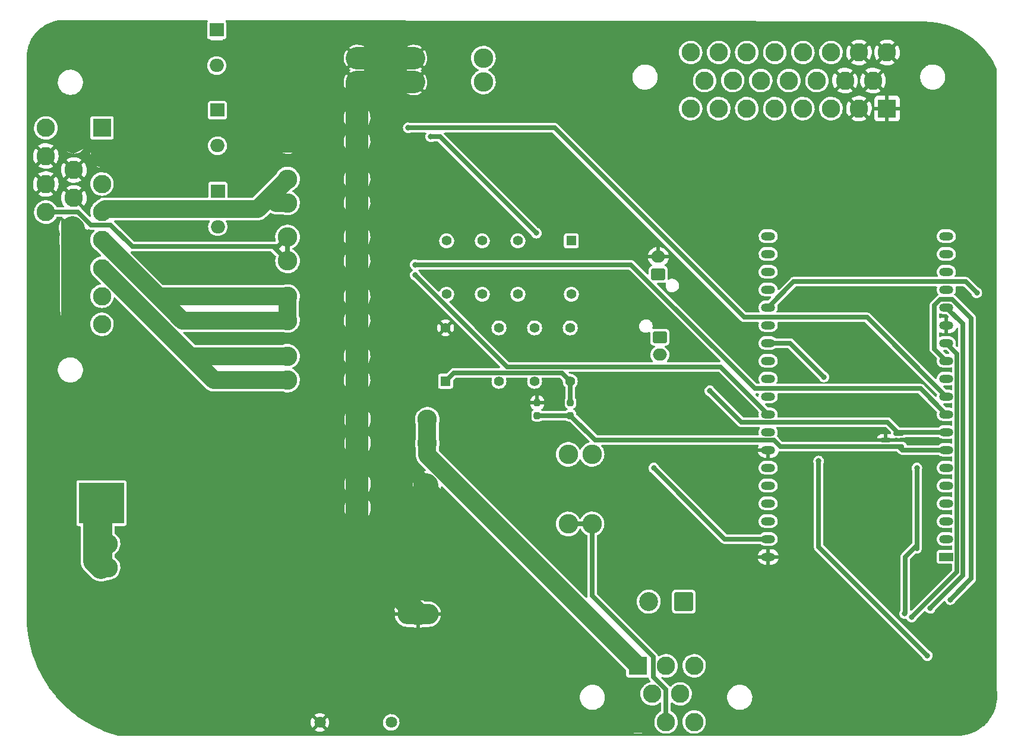
<source format=gbr>
%TF.GenerationSoftware,KiCad,Pcbnew,(6.0.1)*%
%TF.CreationDate,2022-11-29T12:14:00-05:00*%
%TF.ProjectId,rear-control-board,72656172-2d63-46f6-9e74-726f6c2d626f,rev?*%
%TF.SameCoordinates,Original*%
%TF.FileFunction,Copper,L2,Bot*%
%TF.FilePolarity,Positive*%
%FSLAX46Y46*%
G04 Gerber Fmt 4.6, Leading zero omitted, Abs format (unit mm)*
G04 Created by KiCad (PCBNEW (6.0.1)) date 2022-11-29 12:14:00*
%MOMM*%
%LPD*%
G01*
G04 APERTURE LIST*
G04 Aperture macros list*
%AMRoundRect*
0 Rectangle with rounded corners*
0 $1 Rounding radius*
0 $2 $3 $4 $5 $6 $7 $8 $9 X,Y pos of 4 corners*
0 Add a 4 corners polygon primitive as box body*
4,1,4,$2,$3,$4,$5,$6,$7,$8,$9,$2,$3,0*
0 Add four circle primitives for the rounded corners*
1,1,$1+$1,$2,$3*
1,1,$1+$1,$4,$5*
1,1,$1+$1,$6,$7*
1,1,$1+$1,$8,$9*
0 Add four rect primitives between the rounded corners*
20,1,$1+$1,$2,$3,$4,$5,0*
20,1,$1+$1,$4,$5,$6,$7,0*
20,1,$1+$1,$6,$7,$8,$9,0*
20,1,$1+$1,$8,$9,$2,$3,0*%
G04 Aperture macros list end*
%TA.AperFunction,ComponentPad*%
%ADD10C,2.780000*%
%TD*%
%TA.AperFunction,ComponentPad*%
%ADD11R,1.400000X1.400000*%
%TD*%
%TA.AperFunction,ComponentPad*%
%ADD12C,1.400000*%
%TD*%
%TA.AperFunction,ComponentPad*%
%ADD13RoundRect,0.250000X0.750000X-0.600000X0.750000X0.600000X-0.750000X0.600000X-0.750000X-0.600000X0*%
%TD*%
%TA.AperFunction,ComponentPad*%
%ADD14O,2.000000X1.700000*%
%TD*%
%TA.AperFunction,ComponentPad*%
%ADD15O,2.000000X1.905000*%
%TD*%
%TA.AperFunction,ComponentPad*%
%ADD16R,2.000000X1.905000*%
%TD*%
%TA.AperFunction,ComponentPad*%
%ADD17R,2.000000X1.200000*%
%TD*%
%TA.AperFunction,ComponentPad*%
%ADD18O,2.000000X1.200000*%
%TD*%
%TA.AperFunction,ComponentPad*%
%ADD19C,1.635000*%
%TD*%
%TA.AperFunction,ComponentPad*%
%ADD20O,2.670000X5.340000*%
%TD*%
%TA.AperFunction,ComponentPad*%
%ADD21O,5.850000X2.925000*%
%TD*%
%TA.AperFunction,ComponentPad*%
%ADD22R,2.625000X2.625000*%
%TD*%
%TA.AperFunction,ComponentPad*%
%ADD23C,2.625000*%
%TD*%
%TA.AperFunction,ComponentPad*%
%ADD24RoundRect,0.250000X-0.750000X0.600000X-0.750000X-0.600000X0.750000X-0.600000X0.750000X0.600000X0*%
%TD*%
%TA.AperFunction,ComponentPad*%
%ADD25RoundRect,0.250001X1.099999X1.099999X-1.099999X1.099999X-1.099999X-1.099999X1.099999X-1.099999X0*%
%TD*%
%TA.AperFunction,ComponentPad*%
%ADD26C,2.700000*%
%TD*%
%TA.AperFunction,SMDPad,CuDef*%
%ADD27R,2.200000X1.200000*%
%TD*%
%TA.AperFunction,SMDPad,CuDef*%
%ADD28R,6.400000X5.800000*%
%TD*%
%TA.AperFunction,SMDPad,CuDef*%
%ADD29RoundRect,0.237500X0.237500X-0.250000X0.237500X0.250000X-0.237500X0.250000X-0.237500X-0.250000X0*%
%TD*%
%TA.AperFunction,SMDPad,CuDef*%
%ADD30RoundRect,0.237500X-0.237500X0.250000X-0.237500X-0.250000X0.237500X-0.250000X0.237500X0.250000X0*%
%TD*%
%TA.AperFunction,SMDPad,CuDef*%
%ADD31RoundRect,0.150000X0.587500X0.150000X-0.587500X0.150000X-0.587500X-0.150000X0.587500X-0.150000X0*%
%TD*%
%TA.AperFunction,ViaPad*%
%ADD32C,0.800000*%
%TD*%
%TA.AperFunction,Conductor*%
%ADD33C,2.540000*%
%TD*%
%TA.AperFunction,Conductor*%
%ADD34C,0.635000*%
%TD*%
%TA.AperFunction,Conductor*%
%ADD35C,3.175000*%
%TD*%
G04 APERTURE END LIST*
D10*
%TO.P,F1,1*%
%TO.N,+12V*%
X114040000Y-67300000D03*
X114040000Y-70700000D03*
%TO.P,F1,2*%
%TO.N,INT_12V*%
X123960000Y-67300000D03*
X123960000Y-70700000D03*
%TD*%
%TO.P,F9,1*%
%TO.N,+12V*%
X106040000Y-118800000D03*
X106040000Y-122200000D03*
%TO.P,F9,2*%
%TO.N,/BRB_LOOP*%
X115960000Y-118800000D03*
X115960000Y-122200000D03*
%TD*%
D11*
%TO.P,K2,1*%
%TO.N,/FAULT_LATCHER/BMS_SWITCH*%
X136500000Y-93351115D03*
D12*
%TO.P,K2,4*%
%TO.N,/FAULT_BMS*%
X128880000Y-93351115D03*
%TO.P,K2,6*%
%TO.N,unconnected-(K2-Pad6)*%
X123800000Y-93351115D03*
%TO.P,K2,8*%
%TO.N,/FAULT_LATCHER/BMS_SWITCH*%
X118720000Y-93351115D03*
%TO.P,K2,9*%
%TO.N,/BRB_RTN*%
X118720000Y-100971115D03*
%TO.P,K2,11*%
%TO.N,unconnected-(K2-Pad11)*%
X123800000Y-100971115D03*
%TO.P,K2,13*%
%TO.N,Net-(K2-Pad13)*%
X128880000Y-100971115D03*
%TO.P,K2,16*%
%TO.N,INT_12V*%
X136500000Y-100971115D03*
%TD*%
D13*
%TO.P,J4,1,Pin_1*%
%TO.N,/FAULT_LATCHER/BMS_SWITCH*%
X148892500Y-98113615D03*
D14*
%TO.P,J4,2,Pin_2*%
%TO.N,GND*%
X148892500Y-95613615D03*
%TD*%
D15*
%TO.P,D11,1,A*%
%TO.N,/FAN_RTRN_12V*%
X86055000Y-79790000D03*
D16*
X86055000Y-74710000D03*
D15*
%TO.P,D11,2,K*%
%TO.N,/FAN_12V*%
X86055000Y-77250000D03*
%TD*%
D17*
%TO.P,U1,1,3V3*%
%TO.N,VDD*%
X189950000Y-138403440D03*
D18*
%TO.P,U1,2,CHIP_PU*%
X189950000Y-135863440D03*
%TO.P,U1,3,SENSOR_VP/GPIO36/ADC1_CH0*%
%TO.N,/WHEEL_L*%
X189950000Y-133323440D03*
%TO.P,U1,4,SENSOR_VN/GPIO39/ADC1_CH3*%
%TO.N,/WHEEL_R*%
X189950000Y-130783440D03*
%TO.P,U1,5,VDET_1/GPIO34/ADC1_CH6*%
%TO.N,/SUSPENSION_L*%
X189950000Y-128243440D03*
%TO.P,U1,6,VDET_2/GPIO35/ADC1_CH7*%
%TO.N,/SUSPENSION_R*%
X189950000Y-125703440D03*
%TO.P,U1,7,32K_XP/GPIO32/ADC1_CH4*%
%TO.N,/Controller/FAULT_IMD*%
X189950000Y-123163440D03*
%TO.P,U1,8,32K_XN/GPIO33/ADC1_CH5*%
%TO.N,/FAULT_LATCHER/BMS_SWITCH*%
X189950000Y-120623440D03*
%TO.P,U1,9,DAC_1/ADC2_CH8/GPIO25*%
%TO.N,/Controller/BRAKE_CTRL*%
X189950000Y-118083440D03*
%TO.P,U1,10,DAC_2/ADC2_CH9/GPIO26*%
%TO.N,/Controller/FAN_CTRL*%
X189950000Y-115543440D03*
%TO.P,U1,11,ADC2_CH7/GPIO27*%
%TO.N,unconnected-(U1-Pad11)*%
X189950000Y-113003440D03*
%TO.P,U1,12,MTMS/GPIO14/ADC2_CH6*%
%TO.N,/Controller/CLK*%
X189950000Y-110463440D03*
%TO.P,U1,13,\u002AMTDI/GPIO12/ADC2_CH5*%
%TO.N,/Controller/DAT2*%
X189950000Y-107923440D03*
%TO.P,U1,14,GND*%
%TO.N,GND*%
X189950000Y-105383440D03*
%TO.P,U1,15,MTCK/GPIO13/ADC2_CH4*%
%TO.N,/Controller/DAT3*%
X189950000Y-102843440D03*
%TO.P,U1,16,SD_DATA2/GPIO9*%
%TO.N,unconnected-(U1-Pad16)*%
X189950000Y-100303440D03*
%TO.P,U1,17,SD_DATA3/GPIO10*%
%TO.N,unconnected-(U1-Pad17)*%
X189950000Y-97763440D03*
%TO.P,U1,18,CMD*%
%TO.N,unconnected-(U1-Pad18)*%
X189950000Y-95223440D03*
%TO.P,U1,19,5V*%
%TO.N,unconnected-(U1-Pad19)*%
X189950000Y-92683440D03*
%TO.P,U1,20,SD_CLK/GPIO6*%
%TO.N,unconnected-(U1-Pad20)*%
X164553680Y-92686160D03*
%TO.P,U1,21,SD_DATA0/GPIO7*%
%TO.N,unconnected-(U1-Pad21)*%
X164553680Y-95226160D03*
%TO.P,U1,22,SD_DATA1/GPIO8*%
%TO.N,unconnected-(U1-Pad22)*%
X164550000Y-97763440D03*
%TO.P,U1,23,\u002AMTDO/GPIO15/ADC2_CH3*%
%TO.N,/Controller/CMD*%
X164550000Y-100303440D03*
%TO.P,U1,24,ADC2_CH2/\u002AGPIO2*%
%TO.N,/Controller/DAT0*%
X164550000Y-102843440D03*
%TO.P,U1,25,\u002AGPIO0/BOOT/ADC2_CH1*%
%TO.N,/WATER_OUT-*%
X164550000Y-105383440D03*
%TO.P,U1,26,ADC2_CH0/GPIO4*%
%TO.N,/Controller/DAT1*%
X164550000Y-107923440D03*
%TO.P,U1,27,GPIO16*%
%TO.N,unconnected-(U1-Pad27)*%
X164550000Y-110463440D03*
%TO.P,U1,28,GPIO17*%
%TO.N,/WATER_IN-*%
X164550000Y-113003440D03*
%TO.P,U1,29,\u002AGPIO5*%
%TO.N,unconnected-(U1-Pad29)*%
X164550000Y-115543440D03*
%TO.P,U1,30,GPIO18*%
%TO.N,/Controller/PUMP_CTRL*%
X164550000Y-118083440D03*
%TO.P,U1,31,GPIO19*%
%TO.N,/Controller/CAN_MISO*%
X164550000Y-120623440D03*
%TO.P,U1,32,GND*%
%TO.N,GND*%
X164550000Y-123163440D03*
%TO.P,U1,33,GPIO21*%
%TO.N,unconnected-(U1-Pad33)*%
X164550000Y-125703440D03*
%TO.P,U1,34,U0RXD/GPIO3*%
%TO.N,unconnected-(U1-Pad34)*%
X164550000Y-128243440D03*
%TO.P,U1,35,U0TXD/GPIO1*%
%TO.N,unconnected-(U1-Pad35)*%
X164550000Y-130783440D03*
%TO.P,U1,36,GPIO22*%
%TO.N,unconnected-(U1-Pad36)*%
X164550000Y-133323440D03*
%TO.P,U1,37,GPIO23*%
%TO.N,/Controller/CAN_MOSI*%
X164550000Y-135863440D03*
%TO.P,U1,38,GND*%
%TO.N,GND*%
X164550000Y-138403440D03*
%TD*%
D19*
%TO.P,K1,1*%
%TO.N,/BRB_RTN*%
X110815000Y-162010000D03*
%TO.P,K1,2*%
%TO.N,GND*%
X100655000Y-162010000D03*
D20*
%TO.P,K1,3*%
%TO.N,/BATT_12V*%
X95875000Y-150000000D03*
D21*
%TO.P,K1,4*%
%TO.N,+12V*%
X114625000Y-146570000D03*
%TD*%
D10*
%TO.P,F4,1*%
%TO.N,+12V*%
X105960000Y-96200000D03*
X105960000Y-92800000D03*
%TO.P,F4,2*%
%TO.N,/FRONT_12*%
X96040000Y-92800000D03*
X96040000Y-96200000D03*
%TD*%
D22*
%TO.P,J3,1,Pin_1*%
%TO.N,/BRB_LOOP*%
X146000000Y-153937500D03*
D23*
%TO.P,J3,2,Pin_2*%
%TO.N,/CAN_N*%
X150000000Y-153937500D03*
%TO.P,J3,3,Pin_3*%
%TO.N,/CAN_P*%
X154000000Y-153937500D03*
%TO.P,J3,4,Pin_4*%
%TO.N,/CAN_N*%
X148000000Y-157937500D03*
%TO.P,J3,5,Pin_5*%
%TO.N,/CAN_P*%
X152000000Y-157937500D03*
%TO.P,J3,6,Pin_6*%
%TO.N,/RINE_12*%
X146000000Y-161937500D03*
%TO.P,J3,7,Pin_7*%
%TO.N,/TSV*%
X150000000Y-161937500D03*
%TO.P,J3,8,Pin_8*%
%TO.N,/BRB_RTN*%
X154000000Y-161937500D03*
%TD*%
D10*
%TO.P,F8,1*%
%TO.N,+12V*%
X105960000Y-84550000D03*
X105960000Y-87950000D03*
%TO.P,F8,2*%
%TO.N,/BRAKE_12V*%
X96040000Y-84550000D03*
X96040000Y-87950000D03*
%TD*%
D16*
%TO.P,D10,1,A*%
%TO.N,/BRAKE_RTRN_12V*%
X86095000Y-86265000D03*
D15*
X86095000Y-91345000D03*
%TO.P,D10,2,K*%
%TO.N,/BRAKE_12V*%
X86095000Y-88805000D03*
%TD*%
D10*
%TO.P,F7,1*%
%TO.N,+12V*%
X105960000Y-104700000D03*
X105960000Y-101300000D03*
%TO.P,F7,2*%
%TO.N,/HVB_12*%
X96040000Y-104700000D03*
X96040000Y-101300000D03*
%TD*%
%TO.P,F10,1*%
%TO.N,/SSOK*%
X136050000Y-123790000D03*
X139450000Y-123790000D03*
%TO.P,F10,2*%
%TO.N,/TSV*%
X139450000Y-133710000D03*
X136050000Y-133710000D03*
%TD*%
%TO.P,F6,1*%
%TO.N,+12V*%
X105960000Y-67300000D03*
X105960000Y-70700000D03*
%TO.P,F6,2*%
%TO.N,/PUMP_12V*%
X96040000Y-70700000D03*
X96040000Y-67300000D03*
%TD*%
D24*
%TO.P,J5,1,Pin_1*%
%TO.N,INT_12V*%
X149117500Y-107101115D03*
D14*
%TO.P,J5,2,Pin_2*%
%TO.N,/FAULT_LATCHER/IMD_SWITCH*%
X149117500Y-109601115D03*
%TD*%
D10*
%TO.P,F11,1*%
%TO.N,/charge-controller/dcdc_fuse*%
X70460000Y-136550000D03*
X70460000Y-139950000D03*
%TO.P,F11,2*%
%TO.N,/DCDC_IN*%
X60540000Y-139950000D03*
X60540000Y-136550000D03*
%TD*%
%TO.P,F2,1*%
%TO.N,+12V*%
X105960000Y-75800000D03*
X105960000Y-79200000D03*
%TO.P,F2,2*%
%TO.N,/FAN_12V*%
X96040000Y-79200000D03*
X96040000Y-75800000D03*
%TD*%
D11*
%TO.P,K3,1*%
%TO.N,/FAULT_LATCHER/IMD_SWITCH*%
X118560000Y-113376115D03*
D12*
%TO.P,K3,4*%
%TO.N,/FAULT_IMD*%
X126180000Y-113376115D03*
%TO.P,K3,6*%
%TO.N,unconnected-(K3-Pad6)*%
X131260000Y-113376115D03*
%TO.P,K3,8*%
%TO.N,/FAULT_LATCHER/IMD_SWITCH*%
X136340000Y-113376115D03*
%TO.P,K3,9*%
%TO.N,Net-(K2-Pad13)*%
X136340000Y-105756115D03*
%TO.P,K3,11*%
%TO.N,unconnected-(K3-Pad11)*%
X131260000Y-105756115D03*
%TO.P,K3,13*%
%TO.N,/SSOK*%
X126180000Y-105756115D03*
%TO.P,K3,16*%
%TO.N,GND*%
X118560000Y-105756115D03*
%TD*%
D22*
%TO.P,J1,1,Pin_1*%
%TO.N,/FAN_RTRN_12V*%
X69587500Y-77250000D03*
D23*
%TO.P,J1,2,Pin_2*%
%TO.N,/FAN_12V*%
X69587500Y-81250000D03*
%TO.P,J1,3,Pin_3*%
%TO.N,/BRAKE_RTRN_12V*%
X69587500Y-85250000D03*
%TO.P,J1,4,Pin_4*%
%TO.N,/BRAKE_12V*%
X69587500Y-89250000D03*
%TO.P,J1,5,Pin_5*%
%TO.N,/HVB_12*%
X69587500Y-93250000D03*
%TO.P,J1,6,Pin_6*%
%TO.N,BMS_12V*%
X69587500Y-97250000D03*
%TO.P,J1,7,Pin_7*%
%TO.N,/FAULT_BMS*%
X69587500Y-101250000D03*
%TO.P,J1,8,Pin_8*%
%TO.N,/FAULT_IMD*%
X69587500Y-105250000D03*
%TO.P,J1,9,Pin_9*%
%TO.N,/PUMP_12V*%
X65587500Y-79250000D03*
%TO.P,J1,10,Pin_10*%
%TO.N,GND*%
X65587500Y-83250000D03*
%TO.P,J1,11,Pin_11*%
X65587500Y-87250000D03*
%TO.P,J1,12,Pin_12*%
%TO.N,/BATT_12V*%
X65587500Y-91250000D03*
%TO.P,J1,13,Pin_13*%
X65587500Y-95250000D03*
%TO.P,J1,14,Pin_14*%
X65587500Y-99250000D03*
%TO.P,J1,15,Pin_15*%
X65587500Y-103250000D03*
%TO.P,J1,16,Pin_16*%
%TO.N,/PUMP_RTRN_12V*%
X61587500Y-77250000D03*
%TO.P,J1,17,Pin_17*%
%TO.N,GND*%
X61587500Y-81250000D03*
%TO.P,J1,18,Pin_18*%
X61587500Y-85250000D03*
%TO.P,J1,19,Pin_19*%
%TO.N,/FRONT_12*%
X61587500Y-89250000D03*
%TO.P,J1,20,Pin_20*%
%TO.N,/DCDC_IN*%
X61587500Y-93250000D03*
%TO.P,J1,21,Pin_21*%
X61587500Y-97250000D03*
%TO.P,J1,22,Pin_22*%
X61587500Y-101250000D03*
%TO.P,J1,23,Pin_23*%
X61587500Y-105250000D03*
%TD*%
D10*
%TO.P,F5,1*%
%TO.N,+12V*%
X105960000Y-109800000D03*
X105960000Y-113200000D03*
%TO.P,F5,2*%
%TO.N,BMS_12V*%
X96040000Y-113200000D03*
X96040000Y-109800000D03*
%TD*%
%TO.P,F3,1*%
%TO.N,+12V*%
X106040000Y-128050000D03*
X106040000Y-131450000D03*
%TO.P,F3,2*%
%TO.N,/RINE_12*%
X115960000Y-128050000D03*
X115960000Y-131450000D03*
%TD*%
D22*
%TO.P,J2,1,Pin_1*%
%TO.N,GND*%
X181500000Y-74500000D03*
D23*
%TO.P,J2,2,Pin_2*%
X177500000Y-74500000D03*
%TO.P,J2,3,Pin_3*%
%TO.N,unconnected-(J2-Pad3)*%
X173500000Y-74500000D03*
%TO.P,J2,4,Pin_4*%
%TO.N,/SUSPENSION_R*%
X169500000Y-74500000D03*
%TO.P,J2,5,Pin_5*%
%TO.N,/SUSPENSION_L*%
X165500000Y-74500000D03*
%TO.P,J2,6,Pin_6*%
%TO.N,/WHEEL_R*%
X161500000Y-74500000D03*
%TO.P,J2,7,Pin_7*%
%TO.N,/WHEEL_L*%
X157500000Y-74500000D03*
%TO.P,J2,8,Pin_8*%
%TO.N,/WATER_IN-*%
X153500000Y-74500000D03*
%TO.P,J2,9,Pin_9*%
%TO.N,GND*%
X179500000Y-70500000D03*
%TO.P,J2,10,Pin_10*%
X175500000Y-70500000D03*
%TO.P,J2,11,Pin_11*%
%TO.N,unconnected-(J2-Pad11)*%
X171500000Y-70500000D03*
%TO.P,J2,12,Pin_12*%
%TO.N,unconnected-(J2-Pad12)*%
X167500000Y-70500000D03*
%TO.P,J2,13,Pin_13*%
%TO.N,unconnected-(J2-Pad13)*%
X163500000Y-70500000D03*
%TO.P,J2,14,Pin_14*%
%TO.N,unconnected-(J2-Pad14)*%
X159500000Y-70500000D03*
%TO.P,J2,15,Pin_15*%
%TO.N,/WATER_OUT-*%
X155500000Y-70500000D03*
%TO.P,J2,16,Pin_16*%
%TO.N,GND*%
X181500000Y-66500000D03*
%TO.P,J2,17,Pin_17*%
X177500000Y-66500000D03*
%TO.P,J2,18,Pin_18*%
%TO.N,VDD*%
X173500000Y-66500000D03*
%TO.P,J2,19,Pin_19*%
X169500000Y-66500000D03*
%TO.P,J2,20,Pin_20*%
X165500000Y-66500000D03*
%TO.P,J2,21,Pin_21*%
X161500000Y-66500000D03*
%TO.P,J2,22,Pin_22*%
X157500000Y-66500000D03*
%TO.P,J2,23,Pin_23*%
X153500000Y-66500000D03*
%TD*%
D25*
%TO.P,J6,1,Pin_1*%
%TO.N,/CAN_P*%
X152527500Y-144800000D03*
D26*
%TO.P,J6,2,Pin_2*%
%TO.N,/CAN_N*%
X147527500Y-144800000D03*
%TD*%
D16*
%TO.P,D12,1,A*%
%TO.N,/PUMP_RTRN_12V*%
X85940000Y-63285000D03*
D15*
X85940000Y-68365000D03*
%TO.P,D12,2,K*%
%TO.N,/PUMP_12V*%
X85940000Y-65825000D03*
%TD*%
D27*
%TO.P,D3,1,K*%
%TO.N,/BATT_12V*%
X75800000Y-128470000D03*
D28*
%TO.P,D3,2,A*%
%TO.N,/charge-controller/dcdc_fuse*%
X69500000Y-130750000D03*
D27*
%TO.P,D3,3,K*%
%TO.N,/BATT_12V*%
X75800000Y-133030000D03*
%TD*%
D29*
%TO.P,R8,1*%
%TO.N,/Controller/FAULT_IMD*%
X131625000Y-118250000D03*
%TO.P,R8,2*%
%TO.N,GND*%
X131625000Y-116425000D03*
%TD*%
D30*
%TO.P,R5,1*%
%TO.N,/FAULT_LATCHER/IMD_SWITCH*%
X136375000Y-116425000D03*
%TO.P,R5,2*%
%TO.N,/Controller/FAULT_IMD*%
X136375000Y-118250000D03*
%TD*%
D31*
%TO.P,D7,1,K*%
%TO.N,/FAULT_LATCHER/BMS_SWITCH*%
X183187500Y-120800000D03*
%TO.P,D7,2,K*%
%TO.N,/Controller/FAULT_IMD*%
X183187500Y-122700000D03*
%TO.P,D7,3,A*%
%TO.N,GND*%
X181312500Y-121750000D03*
%TD*%
D32*
%TO.N,GND*%
X151000000Y-124500000D03*
X118750000Y-89000000D03*
X132000000Y-121250000D03*
X110750000Y-80500000D03*
X129000000Y-125750000D03*
X173500000Y-120750000D03*
X145500000Y-135250000D03*
X159250000Y-108250000D03*
X131000000Y-131000000D03*
X190500000Y-153000000D03*
X131000000Y-131000000D03*
X110500000Y-78250000D03*
X177500000Y-128750000D03*
X125750000Y-120750000D03*
X113250000Y-112250000D03*
X150250000Y-136750000D03*
%TO.N,INT_12V*%
X116445000Y-78525000D03*
X131500000Y-92250000D03*
%TO.N,/Controller/FAN_CTRL*%
X113250000Y-77250000D03*
%TO.N,/Controller/PUMP_CTRL*%
X114250000Y-98250000D03*
%TO.N,/Controller/BRAKE_CTRL*%
X114250000Y-96750000D03*
%TO.N,/Controller/CAN_MOSI*%
X148250000Y-125750000D03*
%TO.N,/Controller/DAT2*%
X185000000Y-147000000D03*
%TO.N,/Controller/DAT3*%
X187623500Y-145750000D03*
%TO.N,/Controller/CMD*%
X187250000Y-152500000D03*
X171750000Y-124750000D03*
%TO.N,/Controller/CLK*%
X190500000Y-144500000D03*
%TO.N,/Controller/DAT0*%
X194289020Y-100750000D03*
%TO.N,/Controller/DAT1*%
X184000000Y-146500000D03*
X172500000Y-112750000D03*
X185750000Y-125750000D03*
%TO.N,/FAULT_LATCHER/BMS_SWITCH*%
X156250000Y-114750000D03*
%TD*%
D33*
%TO.N,/BRB_LOOP*%
X115960000Y-123897500D02*
X146000000Y-153937500D01*
%TO.N,/BRAKE_12V*%
X70032500Y-88805000D02*
X86095000Y-88805000D01*
X86095000Y-88805000D02*
X91785000Y-88805000D01*
X91785000Y-88805000D02*
X93545000Y-87045000D01*
D34*
%TO.N,INT_12V*%
X131500000Y-92250000D02*
X117775000Y-78525000D01*
X117775000Y-78525000D02*
X116445000Y-78525000D01*
D35*
%TO.N,+12V*%
X105960000Y-137905000D02*
X114625000Y-146570000D01*
X105960000Y-70700000D02*
X105960000Y-137905000D01*
X114040000Y-70700000D02*
X105960000Y-70700000D01*
X105960000Y-67300000D02*
X114040000Y-67300000D01*
%TO.N,/BATT_12V*%
X65587500Y-103250000D02*
X65587500Y-91638920D01*
X65587500Y-91638920D02*
X65393040Y-91444460D01*
D34*
%TO.N,/FAULT_LATCHER/IMD_SWITCH*%
X136340000Y-113376115D02*
X135122989Y-112159104D01*
X119777011Y-112159104D02*
X118560000Y-113376115D01*
X136375000Y-113411115D02*
X136340000Y-113376115D01*
X135122989Y-112159104D02*
X119777011Y-112159104D01*
X136375000Y-116425000D02*
X136375000Y-113411115D01*
D33*
%TO.N,/BRAKE_12V*%
X96040000Y-87950000D02*
X94450000Y-87950000D01*
X94450000Y-87950000D02*
X93545000Y-87045000D01*
X93545000Y-87045000D02*
X96040000Y-84550000D01*
X69587500Y-89250000D02*
X70032500Y-88805000D01*
D35*
%TO.N,/DCDC_IN*%
X60540000Y-94297500D02*
X61587500Y-93250000D01*
X60540000Y-139950000D02*
X60540000Y-136550000D01*
X60540000Y-139950000D02*
X60540000Y-94297500D01*
D34*
%TO.N,/Controller/FAULT_IMD*%
X183187500Y-122700000D02*
X183650940Y-123163440D01*
X136375000Y-118250000D02*
X131625000Y-118250000D01*
X166300000Y-122700000D02*
X165350000Y-121750000D01*
X183187500Y-122700000D02*
X166300000Y-122700000D01*
X139875000Y-121750000D02*
X136375000Y-118250000D01*
X165350000Y-121750000D02*
X139875000Y-121750000D01*
X183650940Y-123163440D02*
X189950000Y-123163440D01*
%TO.N,/Controller/FAN_CTRL*%
X134130896Y-77250000D02*
X113250000Y-77250000D01*
X161147316Y-104266420D02*
X134130896Y-77250000D01*
X178672980Y-104266420D02*
X161147316Y-104266420D01*
X189950000Y-115543440D02*
X178672980Y-104266420D01*
%TO.N,/Controller/PUMP_CTRL*%
X157791144Y-111324584D02*
X164550000Y-118083440D01*
X127324584Y-111324584D02*
X157791144Y-111324584D01*
X114250000Y-98250000D02*
X127324584Y-111324584D01*
%TO.N,/Controller/BRAKE_CTRL*%
X186292980Y-114426420D02*
X162676420Y-114426420D01*
X114250000Y-96750000D02*
X145000000Y-96750000D01*
X145000000Y-96750000D02*
X162676420Y-114426420D01*
X189950000Y-118083440D02*
X186292980Y-114426420D01*
%TO.N,/Controller/CAN_MOSI*%
X158363440Y-135863440D02*
X164550000Y-135863440D01*
X148250000Y-125750000D02*
X158363440Y-135863440D01*
D35*
%TO.N,/charge-controller/dcdc_fuse*%
X69460000Y-131710000D02*
X68500000Y-130750000D01*
X69460000Y-139950000D02*
X69460000Y-136550000D01*
X68500000Y-130750000D02*
X68500000Y-138990000D01*
X68500000Y-138990000D02*
X69460000Y-139950000D01*
X69460000Y-136550000D02*
X69460000Y-131710000D01*
D34*
%TO.N,/TSV*%
X150000000Y-157350180D02*
X150000000Y-161937500D01*
X148170489Y-152670489D02*
X148170489Y-155520669D01*
X139450000Y-143950000D02*
X148170489Y-152670489D01*
X148170489Y-155520669D02*
X150000000Y-157350180D01*
X139450000Y-133710000D02*
X139450000Y-137800000D01*
X139450000Y-137110000D02*
X139450000Y-137800000D01*
X139450000Y-137800000D02*
X139450000Y-143950000D01*
X136050000Y-133710000D02*
X139450000Y-133710000D01*
%TO.N,/Controller/DAT2*%
X191467020Y-109440460D02*
X189950000Y-107923440D01*
X185000000Y-147000000D02*
X191467020Y-140532980D01*
X191467020Y-140532980D02*
X191467020Y-109440460D01*
%TO.N,/Controller/DAT3*%
X192301540Y-141071960D02*
X192301540Y-105194980D01*
X192301540Y-105194980D02*
X189950000Y-102843440D01*
X187623500Y-145750000D02*
X192301540Y-141071960D01*
%TO.N,/Controller/CMD*%
X187250000Y-152500000D02*
X171750000Y-137000000D01*
X171750000Y-137000000D02*
X171750000Y-124750000D01*
%TO.N,/Controller/CLK*%
X188250000Y-102563736D02*
X188250000Y-108763440D01*
X193500000Y-141500000D02*
X193500000Y-104413736D01*
X193500000Y-104413736D02*
X190812684Y-101726420D01*
X189087316Y-101726420D02*
X188250000Y-102563736D01*
X190500000Y-144500000D02*
X193500000Y-141500000D01*
X190812684Y-101726420D02*
X189087316Y-101726420D01*
X188250000Y-108763440D02*
X189950000Y-110463440D01*
%TO.N,/Controller/DAT0*%
X168207020Y-99186420D02*
X164550000Y-102843440D01*
X192725440Y-99186420D02*
X168207020Y-99186420D01*
X194289020Y-100750000D02*
X192725440Y-99186420D01*
%TO.N,/Controller/DAT1*%
X184082989Y-138417011D02*
X184082989Y-146417011D01*
X185750000Y-136750000D02*
X185750000Y-137250000D01*
X184082989Y-146417011D02*
X184000000Y-146500000D01*
X164550000Y-107923440D02*
X167673440Y-107923440D01*
X167673440Y-107923440D02*
X172500000Y-112750000D01*
X185750000Y-136750000D02*
X184082989Y-138417011D01*
X185750000Y-125750000D02*
X185750000Y-136750000D01*
D33*
%TO.N,BMS_12V*%
X96040000Y-109800000D02*
X82137500Y-109800000D01*
X85537500Y-113200000D02*
X82137500Y-109800000D01*
X82137500Y-109800000D02*
X69587500Y-97250000D01*
X96040000Y-113200000D02*
X85537500Y-113200000D01*
D35*
%TO.N,/RINE_12*%
X115960000Y-131450000D02*
X115960000Y-128220780D01*
X115960000Y-128220780D02*
X115874610Y-128135390D01*
D33*
%TO.N,/BRB_LOOP*%
X115960000Y-122200000D02*
X115960000Y-123897500D01*
X115960000Y-118800000D02*
X115960000Y-122200000D01*
D34*
%TO.N,/FRONT_12*%
X96040000Y-92800000D02*
X94650001Y-94189999D01*
X68004331Y-91079511D02*
X66174820Y-89250000D01*
X94029999Y-94189999D02*
X73939999Y-94189999D01*
X96040000Y-92800000D02*
X96040000Y-96200000D01*
X70829511Y-91079511D02*
X68004331Y-91079511D01*
X96040000Y-96200000D02*
X94029999Y-94189999D01*
X73939999Y-94189999D02*
X70829511Y-91079511D01*
X66174820Y-89250000D02*
X61587500Y-89250000D01*
X94650001Y-94189999D02*
X94029999Y-94189999D01*
D33*
%TO.N,/HVB_12*%
X96040000Y-101300000D02*
X77637500Y-101300000D01*
X96040000Y-104700000D02*
X81037500Y-104700000D01*
X81037500Y-104700000D02*
X77637500Y-101300000D01*
X77637500Y-101300000D02*
X69587500Y-93250000D01*
X96040000Y-104700000D02*
X96040000Y-101300000D01*
D34*
%TO.N,/FAULT_LATCHER/BMS_SWITCH*%
X183187500Y-120800000D02*
X183364060Y-120623440D01*
X181587960Y-119200460D02*
X160700460Y-119200460D01*
X183187500Y-120800000D02*
X181587960Y-119200460D01*
X183364060Y-120623440D02*
X189950000Y-120623440D01*
X160700460Y-119200460D02*
X156250000Y-114750000D01*
%TD*%
%TA.AperFunction,Conductor*%
%TO.N,GND*%
G36*
X84571015Y-61887752D02*
G01*
X84639091Y-61907902D01*
X84685468Y-61961658D01*
X84695419Y-62031954D01*
X84665787Y-62096470D01*
X84659915Y-62102768D01*
X84649812Y-62112889D01*
X84649809Y-62112893D01*
X84642453Y-62120262D01*
X84589747Y-62228085D01*
X84579500Y-62298328D01*
X84579500Y-64271672D01*
X84580169Y-64276220D01*
X84580170Y-64276227D01*
X84588504Y-64332841D01*
X84589930Y-64342526D01*
X84642824Y-64450257D01*
X84727762Y-64535047D01*
X84789167Y-64565063D01*
X84826802Y-64583460D01*
X84826804Y-64583461D01*
X84835585Y-64587753D01*
X84845258Y-64589164D01*
X84845261Y-64589165D01*
X84877250Y-64593831D01*
X84905828Y-64598000D01*
X84958879Y-64598000D01*
X85027000Y-64618002D01*
X85073493Y-64671658D01*
X85083597Y-64741932D01*
X85054103Y-64806512D01*
X85045215Y-64815261D01*
X85045296Y-64815342D01*
X84882842Y-64977796D01*
X84879685Y-64982304D01*
X84879683Y-64982307D01*
X84829166Y-65054453D01*
X84751066Y-65165992D01*
X84748743Y-65170974D01*
X84748740Y-65170979D01*
X84657710Y-65366193D01*
X84653971Y-65374212D01*
X84652549Y-65379520D01*
X84652548Y-65379522D01*
X84598040Y-65582952D01*
X84594509Y-65596129D01*
X84574485Y-65825000D01*
X84594509Y-66053871D01*
X84595933Y-66059184D01*
X84595933Y-66059186D01*
X84652102Y-66268811D01*
X84653971Y-66275788D01*
X84656293Y-66280768D01*
X84656294Y-66280770D01*
X84743818Y-66468463D01*
X84751066Y-66484007D01*
X84882842Y-66672204D01*
X85045296Y-66834658D01*
X85233493Y-66966434D01*
X85238470Y-66968755D01*
X85238479Y-66968760D01*
X85264312Y-66980806D01*
X85317597Y-67027723D01*
X85337057Y-67096001D01*
X85316515Y-67163960D01*
X85264312Y-67209194D01*
X85238479Y-67221240D01*
X85238470Y-67221245D01*
X85233493Y-67223566D01*
X85045296Y-67355342D01*
X84882842Y-67517796D01*
X84879685Y-67522304D01*
X84879683Y-67522307D01*
X84754223Y-67701483D01*
X84751066Y-67705992D01*
X84748743Y-67710974D01*
X84748740Y-67710979D01*
X84658430Y-67904649D01*
X84653971Y-67914212D01*
X84652549Y-67919520D01*
X84652548Y-67919522D01*
X84595933Y-68130814D01*
X84594509Y-68136129D01*
X84574485Y-68365000D01*
X84594509Y-68593871D01*
X84595933Y-68599184D01*
X84595933Y-68599186D01*
X84627126Y-68715599D01*
X84653971Y-68815788D01*
X84656293Y-68820768D01*
X84656294Y-68820770D01*
X84743660Y-69008124D01*
X84751066Y-69024007D01*
X84882842Y-69212204D01*
X85045296Y-69374658D01*
X85233493Y-69506434D01*
X85238471Y-69508755D01*
X85238474Y-69508757D01*
X85386028Y-69577563D01*
X85441712Y-69603529D01*
X85447020Y-69604951D01*
X85447022Y-69604952D01*
X85658314Y-69661567D01*
X85658316Y-69661567D01*
X85663629Y-69662991D01*
X85763884Y-69671762D01*
X85832455Y-69677762D01*
X85832462Y-69677762D01*
X85835179Y-69678000D01*
X86044821Y-69678000D01*
X86047538Y-69677762D01*
X86047545Y-69677762D01*
X86116116Y-69671762D01*
X86216371Y-69662991D01*
X86221684Y-69661567D01*
X86221686Y-69661567D01*
X86432978Y-69604952D01*
X86432980Y-69604951D01*
X86438288Y-69603529D01*
X86493972Y-69577563D01*
X86641526Y-69508757D01*
X86641529Y-69508755D01*
X86646507Y-69506434D01*
X86834704Y-69374658D01*
X86997158Y-69212204D01*
X87000318Y-69207692D01*
X87125777Y-69028517D01*
X87125780Y-69028512D01*
X87128934Y-69024008D01*
X87131257Y-69019026D01*
X87131260Y-69019021D01*
X87223706Y-68820770D01*
X87223707Y-68820768D01*
X87226029Y-68815788D01*
X87252875Y-68715599D01*
X87284067Y-68599186D01*
X87284067Y-68599184D01*
X87285491Y-68593871D01*
X87305515Y-68365000D01*
X87285491Y-68136129D01*
X87284067Y-68130814D01*
X87227452Y-67919522D01*
X87227451Y-67919520D01*
X87226029Y-67914212D01*
X87200628Y-67859739D01*
X87131257Y-67710974D01*
X87131255Y-67710971D01*
X87128934Y-67705993D01*
X86997158Y-67517796D01*
X86834704Y-67355342D01*
X86646507Y-67223566D01*
X86641530Y-67221245D01*
X86641521Y-67221240D01*
X86615688Y-67209194D01*
X86562403Y-67162277D01*
X86542943Y-67093999D01*
X86563485Y-67026040D01*
X86615688Y-66980806D01*
X86641521Y-66968760D01*
X86641530Y-66968755D01*
X86646507Y-66966434D01*
X86834704Y-66834658D01*
X86997158Y-66672204D01*
X87000318Y-66667692D01*
X87125777Y-66488517D01*
X87125780Y-66488512D01*
X87128934Y-66484008D01*
X87131257Y-66479026D01*
X87131260Y-66479021D01*
X87223706Y-66280770D01*
X87223707Y-66280768D01*
X87226029Y-66275788D01*
X87227899Y-66268811D01*
X87284067Y-66059186D01*
X87284067Y-66059184D01*
X87285491Y-66053871D01*
X87305515Y-65825000D01*
X87285491Y-65596129D01*
X87281960Y-65582952D01*
X87227452Y-65379522D01*
X87227451Y-65379520D01*
X87226029Y-65374212D01*
X87215671Y-65352000D01*
X87131257Y-65170974D01*
X87131255Y-65170971D01*
X87128934Y-65165993D01*
X86997158Y-64977796D01*
X86834704Y-64815342D01*
X86835893Y-64814153D01*
X86800804Y-64761415D01*
X86799676Y-64690427D01*
X86837106Y-64630099D01*
X86901210Y-64599583D01*
X86921121Y-64598000D01*
X86974172Y-64598000D01*
X86978720Y-64597331D01*
X86978727Y-64597330D01*
X87035341Y-64588996D01*
X87035343Y-64588995D01*
X87045026Y-64587570D01*
X87152757Y-64534676D01*
X87237547Y-64449738D01*
X87290253Y-64341915D01*
X87300500Y-64271672D01*
X87300500Y-62298328D01*
X87299831Y-62293780D01*
X87299830Y-62293773D01*
X87291496Y-62237159D01*
X87291495Y-62237157D01*
X87290070Y-62227474D01*
X87237176Y-62119743D01*
X87226280Y-62108866D01*
X87192201Y-62046584D01*
X87197204Y-61975764D01*
X87239701Y-61918891D01*
X87306200Y-61894022D01*
X87315571Y-61893693D01*
X138890187Y-62005326D01*
X187201365Y-62109896D01*
X187223919Y-62112167D01*
X187225191Y-62112220D01*
X187234908Y-62114174D01*
X187244754Y-62113030D01*
X187244755Y-62113030D01*
X187245967Y-62112889D01*
X187247517Y-62112709D01*
X187270782Y-62112169D01*
X187426446Y-62122975D01*
X187863901Y-62153341D01*
X187870895Y-62154023D01*
X188385160Y-62218685D01*
X188455060Y-62227474D01*
X188492805Y-62232220D01*
X188499749Y-62233291D01*
X189116342Y-62346038D01*
X189123181Y-62347486D01*
X189554709Y-62451550D01*
X189732532Y-62494432D01*
X189739315Y-62496269D01*
X190339530Y-62676957D01*
X190346199Y-62679170D01*
X190935365Y-62893020D01*
X190941900Y-62895600D01*
X191518297Y-63141991D01*
X191524645Y-63144917D01*
X191750545Y-63256765D01*
X192086375Y-63423042D01*
X192092582Y-63426334D01*
X192637919Y-63735331D01*
X192643934Y-63738964D01*
X193171211Y-64077889D01*
X193177014Y-64081852D01*
X193684567Y-64449639D01*
X193690140Y-64453919D01*
X194176411Y-64849437D01*
X194181736Y-64854021D01*
X194645192Y-65276022D01*
X194650254Y-65280896D01*
X195089474Y-65728088D01*
X195094256Y-65733237D01*
X195507850Y-66204201D01*
X195512338Y-66209608D01*
X195568012Y-66280629D01*
X195891838Y-66693718D01*
X195899048Y-66702916D01*
X195903224Y-66708561D01*
X195944828Y-66768204D01*
X196261823Y-67222648D01*
X196265681Y-67228521D01*
X196595073Y-67761810D01*
X196598580Y-67767859D01*
X196897741Y-68318702D01*
X196900911Y-68324949D01*
X197127905Y-68804932D01*
X197140000Y-68858800D01*
X197140000Y-157194162D01*
X197139936Y-157195030D01*
X197139449Y-157196581D01*
X197139493Y-157201027D01*
X197139493Y-157201032D01*
X197139994Y-157251142D01*
X197140000Y-157252401D01*
X197140000Y-157279907D01*
X197140262Y-157281485D01*
X197140306Y-157282427D01*
X197140588Y-157310612D01*
X197143745Y-157320008D01*
X197143925Y-157320544D01*
X197149466Y-157344678D01*
X197201589Y-157752021D01*
X197202465Y-157762010D01*
X197217149Y-158069864D01*
X197223463Y-158202252D01*
X197223542Y-158212274D01*
X197218142Y-158381266D01*
X197209465Y-158652801D01*
X197208746Y-158662803D01*
X197159684Y-159100809D01*
X197158172Y-159110721D01*
X197154325Y-159130603D01*
X197076847Y-159530984D01*
X197074439Y-159543427D01*
X197072146Y-159553180D01*
X197042657Y-159659421D01*
X196954259Y-159977889D01*
X196951194Y-159987437D01*
X196933936Y-160034663D01*
X196802994Y-160392982D01*
X196799920Y-160401393D01*
X196796109Y-160410660D01*
X196614021Y-160807736D01*
X196612385Y-160811303D01*
X196607848Y-160820239D01*
X196395541Y-161200180D01*
X196392854Y-161204988D01*
X196387630Y-161213522D01*
X196142707Y-161579980D01*
X196136807Y-161588088D01*
X196030258Y-161722916D01*
X195863535Y-161933889D01*
X195857025Y-161941485D01*
X195666613Y-162146544D01*
X195557111Y-162264469D01*
X195550001Y-162271540D01*
X195225346Y-162569658D01*
X195217709Y-162576129D01*
X194877268Y-162842103D01*
X194870405Y-162847465D01*
X194862264Y-162853320D01*
X194494461Y-163096193D01*
X194485880Y-163101381D01*
X194099935Y-163314234D01*
X194090969Y-163318723D01*
X194059658Y-163332871D01*
X193689321Y-163500211D01*
X193680040Y-163503967D01*
X193265231Y-163652942D01*
X193255671Y-163655952D01*
X192830333Y-163771468D01*
X192820559Y-163773709D01*
X192387389Y-163855035D01*
X192377468Y-163856492D01*
X191939191Y-163903117D01*
X191929185Y-163903780D01*
X191488605Y-163915405D01*
X191478579Y-163915271D01*
X191082914Y-163894192D01*
X191067546Y-163892141D01*
X191062750Y-163890457D01*
X191057474Y-163890000D01*
X191054228Y-163890000D01*
X191043254Y-163889489D01*
X191033858Y-163887089D01*
X190992494Y-163889742D01*
X190984429Y-163890000D01*
X71819930Y-163890000D01*
X71784241Y-163884840D01*
X71404828Y-163772783D01*
X71064891Y-163672385D01*
X71059355Y-163670609D01*
X70578406Y-163503967D01*
X70294572Y-163405622D01*
X70289098Y-163403582D01*
X69819289Y-163215987D01*
X69550420Y-163108627D01*
X99920928Y-163108627D01*
X99930221Y-163120640D01*
X99985219Y-163159151D01*
X99994697Y-163164623D01*
X100194936Y-163257995D01*
X100205232Y-163261743D01*
X100418640Y-163318926D01*
X100429427Y-163320828D01*
X100649525Y-163340084D01*
X100660475Y-163340084D01*
X100880573Y-163320828D01*
X100891360Y-163318926D01*
X101104768Y-163261743D01*
X101115064Y-163257995D01*
X101315303Y-163164623D01*
X101324781Y-163159151D01*
X101380615Y-163120054D01*
X101388989Y-163109578D01*
X101381921Y-163096131D01*
X100667812Y-162382022D01*
X100653868Y-162374408D01*
X100652035Y-162374539D01*
X100645420Y-162378790D01*
X99927358Y-163096852D01*
X99920928Y-163108627D01*
X69550420Y-163108627D01*
X69537415Y-163103434D01*
X69532080Y-163101159D01*
X68795100Y-162766492D01*
X68789848Y-162763958D01*
X68069184Y-162395501D01*
X68064047Y-162392722D01*
X67403623Y-162015475D01*
X99324916Y-162015475D01*
X99344172Y-162235573D01*
X99346074Y-162246360D01*
X99403257Y-162459768D01*
X99407005Y-162470064D01*
X99500373Y-162670294D01*
X99505856Y-162679789D01*
X99544945Y-162735614D01*
X99555422Y-162743989D01*
X99568869Y-162736921D01*
X100282978Y-162022812D01*
X100289356Y-162011132D01*
X101019408Y-162011132D01*
X101019539Y-162012965D01*
X101023790Y-162019580D01*
X101741852Y-162737642D01*
X101753627Y-162744072D01*
X101765642Y-162734776D01*
X101804144Y-162679789D01*
X101809627Y-162670294D01*
X101902995Y-162470064D01*
X101906743Y-162459768D01*
X101963926Y-162246360D01*
X101965828Y-162235573D01*
X101985084Y-162015475D01*
X101985084Y-162004525D01*
X101982854Y-161979031D01*
X109632358Y-161979031D01*
X109646518Y-162195069D01*
X109647939Y-162200665D01*
X109647940Y-162200670D01*
X109693806Y-162381266D01*
X109699811Y-162404909D01*
X109790451Y-162601523D01*
X109915404Y-162778328D01*
X110070484Y-162929400D01*
X110075280Y-162932605D01*
X110075283Y-162932607D01*
X110102324Y-162950675D01*
X110250499Y-163049682D01*
X110255802Y-163051960D01*
X110255805Y-163051962D01*
X110414293Y-163120054D01*
X110449418Y-163135145D01*
X110526836Y-163152663D01*
X110654944Y-163181651D01*
X110654949Y-163181652D01*
X110660581Y-163182926D01*
X110666352Y-163183153D01*
X110666354Y-163183153D01*
X110731742Y-163185722D01*
X110876916Y-163191426D01*
X110984047Y-163175892D01*
X111085463Y-163161188D01*
X111085468Y-163161187D01*
X111091177Y-163160359D01*
X111096641Y-163158504D01*
X111096646Y-163158503D01*
X111290717Y-163092625D01*
X111290722Y-163092623D01*
X111296189Y-163090767D01*
X111485085Y-162984980D01*
X111651541Y-162846541D01*
X111789980Y-162680085D01*
X111895767Y-162491189D01*
X111897623Y-162485722D01*
X111897625Y-162485717D01*
X111963503Y-162291646D01*
X111963504Y-162291641D01*
X111965359Y-162286177D01*
X111967482Y-162271540D01*
X111995893Y-162075590D01*
X111996426Y-162071916D01*
X111998047Y-162010000D01*
X111987350Y-161893583D01*
X144322884Y-161893583D01*
X144323108Y-161898250D01*
X144323108Y-161898255D01*
X144328213Y-162004525D01*
X144334814Y-162141959D01*
X144383326Y-162385843D01*
X144467353Y-162619878D01*
X144469570Y-162624004D01*
X144546134Y-162766496D01*
X144585050Y-162838923D01*
X144587845Y-162842666D01*
X144587847Y-162842669D01*
X144731039Y-163034426D01*
X144731044Y-163034432D01*
X144733831Y-163038164D01*
X144737140Y-163041444D01*
X144737145Y-163041450D01*
X144888207Y-163191199D01*
X144910427Y-163213226D01*
X144914189Y-163215984D01*
X144914192Y-163215987D01*
X145051484Y-163316654D01*
X145110959Y-163360263D01*
X145115090Y-163362437D01*
X145115091Y-163362437D01*
X145326887Y-163473868D01*
X145326893Y-163473870D01*
X145331022Y-163476043D01*
X145335429Y-163477582D01*
X145335436Y-163477585D01*
X145536920Y-163547946D01*
X145565782Y-163558025D01*
X145810080Y-163604407D01*
X145928103Y-163609044D01*
X146053883Y-163613986D01*
X146053888Y-163613986D01*
X146058551Y-163614169D01*
X146135548Y-163605737D01*
X146301082Y-163587608D01*
X146301087Y-163587607D01*
X146305735Y-163587098D01*
X146454445Y-163547946D01*
X146541680Y-163524979D01*
X146541682Y-163524978D01*
X146546203Y-163523788D01*
X146592338Y-163503967D01*
X146770381Y-163427473D01*
X146774671Y-163425630D01*
X146810301Y-163403582D01*
X146982150Y-163297239D01*
X146982151Y-163297239D01*
X146986122Y-163294781D01*
X146989685Y-163291764D01*
X146989690Y-163291761D01*
X147172343Y-163137133D01*
X147172344Y-163137132D01*
X147175909Y-163134114D01*
X147212294Y-163092625D01*
X147336782Y-162950675D01*
X147336786Y-162950670D01*
X147339864Y-162947160D01*
X147400224Y-162853320D01*
X147471859Y-162741951D01*
X147471861Y-162741948D01*
X147474384Y-162738025D01*
X147576514Y-162511304D01*
X147638464Y-162291646D01*
X147642741Y-162276482D01*
X147642742Y-162276479D01*
X147644011Y-162271978D01*
X147675392Y-162025304D01*
X147675650Y-162015475D01*
X147677608Y-161940660D01*
X147677691Y-161937500D01*
X147667485Y-161800164D01*
X147659609Y-161694173D01*
X147659608Y-161694169D01*
X147659263Y-161689521D01*
X147604384Y-161446991D01*
X147574745Y-161370775D01*
X147515952Y-161219588D01*
X147515951Y-161219586D01*
X147514259Y-161215235D01*
X147508403Y-161204988D01*
X147421474Y-161052895D01*
X147390869Y-160999347D01*
X147236924Y-160804068D01*
X147055805Y-160633689D01*
X146926380Y-160543904D01*
X146855331Y-160494615D01*
X146855326Y-160494612D01*
X146851493Y-160491953D01*
X146847302Y-160489886D01*
X146632662Y-160384037D01*
X146632659Y-160384036D01*
X146628474Y-160381972D01*
X146574648Y-160364742D01*
X146457047Y-160327098D01*
X146391649Y-160306164D01*
X146387042Y-160305414D01*
X146387039Y-160305413D01*
X146150831Y-160266944D01*
X146150832Y-160266944D01*
X146146220Y-160266193D01*
X146021899Y-160264565D01*
X145902255Y-160262999D01*
X145902252Y-160262999D01*
X145897579Y-160262938D01*
X145754009Y-160282477D01*
X145655822Y-160295840D01*
X145655818Y-160295841D01*
X145651188Y-160296471D01*
X145412460Y-160366053D01*
X145186639Y-160470158D01*
X145182730Y-160472721D01*
X144982599Y-160603932D01*
X144982594Y-160603936D01*
X144978686Y-160606498D01*
X144793170Y-160772078D01*
X144634166Y-160963260D01*
X144505166Y-161175844D01*
X144503357Y-161180158D01*
X144503355Y-161180162D01*
X144423425Y-161370775D01*
X144409006Y-161405161D01*
X144347797Y-161646172D01*
X144322884Y-161893583D01*
X111987350Y-161893583D01*
X111978237Y-161794407D01*
X111975423Y-161784427D01*
X111937744Y-161650830D01*
X111919470Y-161586034D01*
X111916917Y-161580857D01*
X111916915Y-161580852D01*
X111826267Y-161397039D01*
X111823713Y-161391860D01*
X111694175Y-161218387D01*
X111686378Y-161211179D01*
X111539428Y-161075341D01*
X111535193Y-161071426D01*
X111352092Y-160955897D01*
X111346732Y-160953759D01*
X111346727Y-160953756D01*
X111156368Y-160877811D01*
X111151004Y-160875671D01*
X111145347Y-160874546D01*
X111145341Y-160874544D01*
X110944329Y-160834561D01*
X110944327Y-160834561D01*
X110938662Y-160833434D01*
X110932887Y-160833358D01*
X110932883Y-160833358D01*
X110824267Y-160831936D01*
X110722179Y-160830600D01*
X110716482Y-160831579D01*
X110716481Y-160831579D01*
X110514502Y-160866285D01*
X110514501Y-160866285D01*
X110508805Y-160867264D01*
X110305685Y-160942199D01*
X110300724Y-160945151D01*
X110300723Y-160945151D01*
X110124590Y-161049939D01*
X110124587Y-161049941D01*
X110119622Y-161052895D01*
X109956848Y-161195644D01*
X109953273Y-161200179D01*
X109953272Y-161200180D01*
X109886229Y-161285224D01*
X109822813Y-161365666D01*
X109820125Y-161370775D01*
X109724696Y-161552156D01*
X109724694Y-161552161D01*
X109722007Y-161557268D01*
X109713075Y-161586034D01*
X109679497Y-161694173D01*
X109657805Y-161764031D01*
X109632358Y-161979031D01*
X101982854Y-161979031D01*
X101965828Y-161784427D01*
X101963926Y-161773640D01*
X101906743Y-161560232D01*
X101902995Y-161549936D01*
X101809627Y-161349706D01*
X101804144Y-161340211D01*
X101765055Y-161284386D01*
X101754578Y-161276011D01*
X101741131Y-161283079D01*
X101027022Y-161997188D01*
X101019408Y-162011132D01*
X100289356Y-162011132D01*
X100290592Y-162008868D01*
X100290461Y-162007035D01*
X100286210Y-162000420D01*
X99568148Y-161282358D01*
X99556373Y-161275928D01*
X99544358Y-161285224D01*
X99505856Y-161340211D01*
X99500373Y-161349706D01*
X99407005Y-161549936D01*
X99403257Y-161560232D01*
X99346074Y-161773640D01*
X99344172Y-161784427D01*
X99324916Y-162004525D01*
X99324916Y-162015475D01*
X67403623Y-162015475D01*
X67361277Y-161991286D01*
X67356273Y-161988273D01*
X66815924Y-161645461D01*
X66672797Y-161554657D01*
X66667945Y-161551418D01*
X66005332Y-161086616D01*
X66000662Y-161083176D01*
X65777184Y-160910422D01*
X99921011Y-160910422D01*
X99928079Y-160923869D01*
X100642188Y-161637978D01*
X100656132Y-161645592D01*
X100657965Y-161645461D01*
X100664580Y-161641210D01*
X101382642Y-160923148D01*
X101389072Y-160911373D01*
X101379779Y-160899360D01*
X101324781Y-160860849D01*
X101315303Y-160855377D01*
X101115064Y-160762005D01*
X101104768Y-160758257D01*
X100891360Y-160701074D01*
X100880573Y-160699172D01*
X100660475Y-160679916D01*
X100649525Y-160679916D01*
X100429427Y-160699172D01*
X100418640Y-160701074D01*
X100205232Y-160758257D01*
X100194936Y-160762005D01*
X99994706Y-160855373D01*
X99985211Y-160860856D01*
X99929386Y-160899945D01*
X99921011Y-160910422D01*
X65777184Y-160910422D01*
X65360262Y-160588131D01*
X65355751Y-160584474D01*
X64739019Y-160060314D01*
X64734656Y-160056429D01*
X64260484Y-159613986D01*
X64142882Y-159504253D01*
X64138714Y-159500179D01*
X63573167Y-158921170D01*
X63569183Y-158916899D01*
X63239793Y-158546808D01*
X137712833Y-158546808D01*
X137748620Y-158809767D01*
X137822882Y-159064549D01*
X137933987Y-159305555D01*
X137936550Y-159309464D01*
X138076929Y-159523579D01*
X138076933Y-159523584D01*
X138079495Y-159527492D01*
X138256209Y-159725483D01*
X138460247Y-159895180D01*
X138687127Y-160032853D01*
X138691441Y-160034662D01*
X138691443Y-160034663D01*
X138927549Y-160133671D01*
X138927554Y-160133673D01*
X138931864Y-160135480D01*
X138936396Y-160136631D01*
X138936399Y-160136632D01*
X139064414Y-160169143D01*
X139189082Y-160200805D01*
X139409503Y-160223000D01*
X139567378Y-160223000D01*
X139569703Y-160222827D01*
X139569709Y-160222827D01*
X139760002Y-160208686D01*
X139760006Y-160208685D01*
X139764654Y-160208340D01*
X139769202Y-160207311D01*
X139769208Y-160207310D01*
X139958135Y-160164559D01*
X140023494Y-160149770D01*
X140027848Y-160148077D01*
X140266480Y-160055278D01*
X140266482Y-160055277D01*
X140270833Y-160053585D01*
X140394827Y-159982717D01*
X140497182Y-159924217D01*
X140497184Y-159924215D01*
X140501239Y-159921898D01*
X140709649Y-159757600D01*
X140844748Y-159613986D01*
X140888286Y-159567704D01*
X140888288Y-159567701D01*
X140891485Y-159564303D01*
X141042753Y-159346251D01*
X141044820Y-159342060D01*
X141158064Y-159112424D01*
X141158065Y-159112421D01*
X141160129Y-159108236D01*
X141162507Y-159100809D01*
X141220680Y-158919075D01*
X141241035Y-158855486D01*
X141243123Y-158842669D01*
X141282943Y-158598164D01*
X141283694Y-158593553D01*
X141286355Y-158390238D01*
X141287106Y-158332869D01*
X141287106Y-158332866D01*
X141287167Y-158328192D01*
X141251380Y-158065233D01*
X141177118Y-157810451D01*
X141066013Y-157569445D01*
X141032127Y-157517760D01*
X140923071Y-157351421D01*
X140923067Y-157351416D01*
X140920505Y-157347508D01*
X140783638Y-157194162D01*
X140746908Y-157153009D01*
X140746906Y-157153007D01*
X140743791Y-157149517D01*
X140539753Y-156979820D01*
X140312873Y-156842147D01*
X140259396Y-156819722D01*
X140072451Y-156741329D01*
X140072446Y-156741327D01*
X140068136Y-156739520D01*
X140063604Y-156738369D01*
X140063601Y-156738368D01*
X139935586Y-156705857D01*
X139810918Y-156674195D01*
X139590497Y-156652000D01*
X139432622Y-156652000D01*
X139430297Y-156652173D01*
X139430291Y-156652173D01*
X139239998Y-156666314D01*
X139239994Y-156666315D01*
X139235346Y-156666660D01*
X139230798Y-156667689D01*
X139230792Y-156667690D01*
X139041865Y-156710441D01*
X138976506Y-156725230D01*
X138972154Y-156726922D01*
X138972152Y-156726923D01*
X138733520Y-156819722D01*
X138733518Y-156819723D01*
X138729167Y-156821415D01*
X138725113Y-156823732D01*
X138725111Y-156823733D01*
X138539752Y-156929674D01*
X138498761Y-156953102D01*
X138434952Y-157003405D01*
X138300678Y-157109259D01*
X138290351Y-157117400D01*
X138239133Y-157171846D01*
X138141332Y-157275812D01*
X138108515Y-157310697D01*
X138105856Y-157314530D01*
X138013965Y-157446991D01*
X137957247Y-157528749D01*
X137955181Y-157532938D01*
X137955180Y-157532940D01*
X137844687Y-157756999D01*
X137839871Y-157766764D01*
X137838449Y-157771207D01*
X137838448Y-157771209D01*
X137807910Y-157866610D01*
X137758965Y-158019514D01*
X137716306Y-158281447D01*
X137715755Y-158323558D01*
X137713357Y-158506803D01*
X137712833Y-158546808D01*
X63239793Y-158546808D01*
X63031062Y-158312285D01*
X63027281Y-158307833D01*
X62994475Y-158267340D01*
X62517762Y-157678932D01*
X62514231Y-157674361D01*
X62034393Y-157022505D01*
X62031041Y-157017722D01*
X61581966Y-156344385D01*
X61578838Y-156339452D01*
X61161427Y-155645985D01*
X61158532Y-155640912D01*
X60773719Y-154928866D01*
X60771062Y-154923664D01*
X60419673Y-154194568D01*
X60417259Y-154189249D01*
X60112206Y-153473219D01*
X60100015Y-153444604D01*
X60097856Y-153439190D01*
X59815473Y-152680660D01*
X59813563Y-152675141D01*
X59566646Y-151904370D01*
X59564993Y-151898768D01*
X59438061Y-151428554D01*
X59430515Y-151400599D01*
X94179500Y-151400599D01*
X94194076Y-151592218D01*
X94252324Y-151843516D01*
X94347913Y-152083112D01*
X94478644Y-152305493D01*
X94641508Y-152505540D01*
X94832758Y-152678651D01*
X95047992Y-152820841D01*
X95052332Y-152822842D01*
X95052336Y-152822844D01*
X95277905Y-152926833D01*
X95277908Y-152926834D01*
X95282257Y-152928839D01*
X95286858Y-152930163D01*
X95286859Y-152930163D01*
X95525569Y-152998838D01*
X95525574Y-152998839D01*
X95530162Y-153000159D01*
X95534897Y-153000770D01*
X95534903Y-153000771D01*
X95781266Y-153032549D01*
X95786003Y-153033160D01*
X95922916Y-153029933D01*
X96039112Y-153027195D01*
X96039117Y-153027195D01*
X96043892Y-153027082D01*
X96177490Y-153003405D01*
X96293186Y-152982901D01*
X96293192Y-152982900D01*
X96297895Y-152982066D01*
X96341533Y-152967253D01*
X96537637Y-152900684D01*
X96537636Y-152900684D01*
X96542165Y-152899147D01*
X96692911Y-152820841D01*
X96766831Y-152782443D01*
X96766834Y-152782441D01*
X96771083Y-152780234D01*
X96782248Y-152772078D01*
X96975517Y-152630885D01*
X96979380Y-152628063D01*
X97030222Y-152577487D01*
X97113071Y-152495070D01*
X97162263Y-152446135D01*
X97257796Y-152316793D01*
X97312678Y-152242489D01*
X97312680Y-152242486D01*
X97315522Y-152238638D01*
X97428119Y-152024628D01*
X97433405Y-152014581D01*
X97433406Y-152014579D01*
X97435633Y-152010346D01*
X97519829Y-151766513D01*
X97566175Y-151512750D01*
X97570500Y-151430220D01*
X97570500Y-148599401D01*
X97568120Y-148568110D01*
X97556287Y-148412549D01*
X97556286Y-148412544D01*
X97555924Y-148407782D01*
X97552425Y-148392684D01*
X97498757Y-148161148D01*
X97497676Y-148156484D01*
X97402087Y-147916888D01*
X97271356Y-147694507D01*
X97108492Y-147494460D01*
X96917242Y-147321349D01*
X96702008Y-147179159D01*
X96697668Y-147177158D01*
X96697664Y-147177156D01*
X96472095Y-147073167D01*
X96472092Y-147073166D01*
X96467743Y-147071161D01*
X96417432Y-147056687D01*
X96224431Y-147001162D01*
X96224426Y-147001161D01*
X96219838Y-146999841D01*
X96215103Y-146999230D01*
X96215097Y-146999229D01*
X95968734Y-146967451D01*
X95963997Y-146966840D01*
X95827084Y-146970067D01*
X95710888Y-146972805D01*
X95710883Y-146972805D01*
X95706108Y-146972918D01*
X95639237Y-146984769D01*
X95456814Y-147017099D01*
X95456808Y-147017100D01*
X95452105Y-147017934D01*
X95207835Y-147100853D01*
X95203593Y-147103057D01*
X95203592Y-147103057D01*
X94983169Y-147217557D01*
X94983166Y-147217559D01*
X94978917Y-147219766D01*
X94975049Y-147222592D01*
X94975047Y-147222593D01*
X94937014Y-147250378D01*
X94770620Y-147371937D01*
X94767231Y-147375308D01*
X94767229Y-147375310D01*
X94685828Y-147456286D01*
X94587737Y-147553865D01*
X94584893Y-147557716D01*
X94442634Y-147750320D01*
X94434478Y-147761362D01*
X94314367Y-147989654D01*
X94230171Y-148233487D01*
X94183825Y-148487250D01*
X94179500Y-148569780D01*
X94179500Y-151400599D01*
X59430515Y-151400599D01*
X59354048Y-151117327D01*
X59352660Y-151111667D01*
X59178169Y-150321338D01*
X59177042Y-150315607D01*
X59039362Y-149518021D01*
X59038502Y-149512244D01*
X59038198Y-149509812D01*
X58937932Y-148709113D01*
X58937343Y-148703319D01*
X58936700Y-148695108D01*
X58888703Y-148082682D01*
X58874105Y-147896415D01*
X58873784Y-147890583D01*
X58855828Y-147327037D01*
X58848009Y-147081616D01*
X58847958Y-147075788D01*
X58848025Y-147071161D01*
X58858886Y-146322718D01*
X58860003Y-146312921D01*
X58859648Y-146312906D01*
X58859654Y-146312760D01*
X58859543Y-146312750D01*
X58859766Y-146310175D01*
X58860000Y-146307474D01*
X58860000Y-146297475D01*
X58862285Y-146274087D01*
X58862308Y-146273465D01*
X58864228Y-146263735D01*
X58860897Y-146235966D01*
X58860000Y-146220960D01*
X58860000Y-141327926D01*
X58880002Y-141259805D01*
X58933658Y-141213312D01*
X59003932Y-141203208D01*
X59068512Y-141232702D01*
X59075791Y-141239532D01*
X59248474Y-141414949D01*
X59252011Y-141417648D01*
X59252020Y-141417656D01*
X59375333Y-141511765D01*
X59467772Y-141582312D01*
X59471661Y-141584490D01*
X59704576Y-141714929D01*
X59708463Y-141717106D01*
X59712602Y-141718707D01*
X59712610Y-141718711D01*
X59885815Y-141785718D01*
X59965746Y-141816641D01*
X59970071Y-141817644D01*
X59970076Y-141817645D01*
X60091253Y-141845732D01*
X60234487Y-141878932D01*
X60509324Y-141902735D01*
X60513759Y-141902491D01*
X60513763Y-141902491D01*
X60626361Y-141896294D01*
X60784773Y-141887576D01*
X60791998Y-141886139D01*
X60950217Y-141854667D01*
X61055338Y-141833757D01*
X61248573Y-141765898D01*
X61311412Y-141743831D01*
X61311415Y-141743830D01*
X61315620Y-141742353D01*
X61319573Y-141740300D01*
X61319579Y-141740297D01*
X61476097Y-141658992D01*
X61560427Y-141615186D01*
X61564042Y-141612603D01*
X61564048Y-141612599D01*
X61781253Y-141457382D01*
X61781257Y-141457379D01*
X61784874Y-141454794D01*
X61984482Y-141264377D01*
X62004068Y-141239533D01*
X62152513Y-141051231D01*
X62155269Y-141047735D01*
X62293826Y-140809191D01*
X62295494Y-140805074D01*
X62295497Y-140805067D01*
X62395717Y-140557636D01*
X62395717Y-140557635D01*
X62397391Y-140553503D01*
X62463895Y-140285773D01*
X62488000Y-140050502D01*
X62488000Y-133684172D01*
X65939500Y-133684172D01*
X65940169Y-133688720D01*
X65940170Y-133688727D01*
X65948504Y-133745341D01*
X65949930Y-133755026D01*
X65954245Y-133763814D01*
X65954245Y-133763815D01*
X65972930Y-133801871D01*
X66002824Y-133862757D01*
X66087762Y-133947547D01*
X66145468Y-133975755D01*
X66186802Y-133995960D01*
X66186804Y-133995961D01*
X66195585Y-134000253D01*
X66205258Y-134001664D01*
X66205261Y-134001665D01*
X66237250Y-134006331D01*
X66265828Y-134010500D01*
X66426000Y-134010500D01*
X66494121Y-134030502D01*
X66540614Y-134084158D01*
X66552000Y-134136500D01*
X66552000Y-138961356D01*
X66551965Y-138964324D01*
X66549192Y-139081998D01*
X66559664Y-139170483D01*
X66560218Y-139176351D01*
X66566508Y-139265177D01*
X66567446Y-139269535D01*
X66567447Y-139269540D01*
X66574950Y-139304391D01*
X66576899Y-139316099D01*
X66580841Y-139349400D01*
X66581616Y-139355952D01*
X66599271Y-139422536D01*
X66604442Y-139442040D01*
X66605828Y-139447814D01*
X66618264Y-139505575D01*
X66624569Y-139534863D01*
X66626107Y-139539033D01*
X66626110Y-139539042D01*
X66638459Y-139572515D01*
X66642038Y-139583832D01*
X66652318Y-139622602D01*
X66654053Y-139626700D01*
X66654055Y-139626705D01*
X66687040Y-139704602D01*
X66689225Y-139710121D01*
X66720051Y-139793678D01*
X66739100Y-139828982D01*
X66744237Y-139839681D01*
X66758147Y-139872529D01*
X66759885Y-139876633D01*
X66805839Y-139952962D01*
X66808754Y-139958074D01*
X66851048Y-140036457D01*
X66853694Y-140040039D01*
X66853700Y-140040049D01*
X66874882Y-140068727D01*
X66881477Y-140078597D01*
X66902173Y-140112972D01*
X66904986Y-140116427D01*
X66958405Y-140182042D01*
X66962044Y-140186733D01*
X67014945Y-140258356D01*
X67018065Y-140261526D01*
X67018075Y-140261537D01*
X67043091Y-140286948D01*
X67047218Y-140291556D01*
X67047295Y-140291486D01*
X67049458Y-140293882D01*
X67051490Y-140296378D01*
X67107855Y-140352743D01*
X67108552Y-140353445D01*
X67208474Y-140454949D01*
X67212021Y-140457656D01*
X67215359Y-140460599D01*
X67215152Y-140460834D01*
X67221135Y-140466023D01*
X68067855Y-141312743D01*
X68068552Y-141313445D01*
X68168474Y-141414949D01*
X68226311Y-141459088D01*
X68232449Y-141464085D01*
X68287394Y-141511765D01*
X68330788Y-141539784D01*
X68334806Y-141542379D01*
X68342898Y-141548066D01*
X68375230Y-141572740D01*
X68387772Y-141582312D01*
X68391650Y-141584484D01*
X68391661Y-141584491D01*
X68451257Y-141617866D01*
X68458022Y-141621938D01*
X68519146Y-141661406D01*
X68570409Y-141685038D01*
X68579211Y-141689524D01*
X68582671Y-141691461D01*
X68624575Y-141714929D01*
X68624577Y-141714930D01*
X68628463Y-141717106D01*
X68632612Y-141718711D01*
X68632616Y-141718713D01*
X68696318Y-141743357D01*
X68703607Y-141746444D01*
X68765627Y-141775036D01*
X68765637Y-141775040D01*
X68769672Y-141776900D01*
X68773936Y-141778175D01*
X68773938Y-141778176D01*
X68823746Y-141793072D01*
X68833094Y-141796272D01*
X68885746Y-141816641D01*
X68890081Y-141817646D01*
X68890085Y-141817647D01*
X68932883Y-141827567D01*
X68956634Y-141833072D01*
X68964277Y-141835099D01*
X69033972Y-141855942D01*
X69089790Y-141864334D01*
X69099494Y-141866186D01*
X69154487Y-141878932D01*
X69158925Y-141879316D01*
X69158929Y-141879317D01*
X69226960Y-141885209D01*
X69234820Y-141886139D01*
X69302364Y-141896294D01*
X69302372Y-141896295D01*
X69306771Y-141896956D01*
X69311228Y-141896991D01*
X69314196Y-141897014D01*
X69363216Y-141897399D01*
X69373092Y-141897865D01*
X69429324Y-141902735D01*
X69433759Y-141902491D01*
X69433762Y-141902491D01*
X69469442Y-141900527D01*
X69501978Y-141898737D01*
X69509881Y-141898551D01*
X69582629Y-141899122D01*
X69638567Y-141891608D01*
X69648408Y-141890678D01*
X69674903Y-141889220D01*
X69704773Y-141887576D01*
X69709133Y-141886709D01*
X69709139Y-141886708D01*
X69776113Y-141873386D01*
X69783920Y-141872087D01*
X69851618Y-141862994D01*
X69851634Y-141862991D01*
X69856039Y-141862399D01*
X69910373Y-141847075D01*
X69919988Y-141844767D01*
X69970965Y-141834627D01*
X69970967Y-141834626D01*
X69975338Y-141833757D01*
X70043980Y-141809651D01*
X70051518Y-141807268D01*
X70061308Y-141804507D01*
X70121547Y-141787518D01*
X70173180Y-141764691D01*
X70182361Y-141761057D01*
X70231404Y-141743834D01*
X70231411Y-141743831D01*
X70235620Y-141742353D01*
X70239578Y-141740297D01*
X70294092Y-141711979D01*
X70357122Y-141697890D01*
X70516595Y-141704156D01*
X70516600Y-141704156D01*
X70521263Y-141704339D01*
X70601994Y-141695498D01*
X70775245Y-141676524D01*
X70775250Y-141676523D01*
X70779898Y-141676014D01*
X70784422Y-141674823D01*
X71026982Y-141610962D01*
X71026984Y-141610961D01*
X71031505Y-141609771D01*
X71090348Y-141584490D01*
X71266263Y-141508911D01*
X71266265Y-141508910D01*
X71270557Y-141507066D01*
X71491803Y-141370155D01*
X71613125Y-141267449D01*
X71686809Y-141205071D01*
X71686811Y-141205069D01*
X71690382Y-141202046D01*
X71861931Y-141006431D01*
X72002683Y-140787608D01*
X72109544Y-140550385D01*
X72180168Y-140299972D01*
X72192892Y-140199953D01*
X72212604Y-140045001D01*
X72212604Y-140044997D01*
X72213002Y-140041871D01*
X72213247Y-140032535D01*
X72215325Y-139953160D01*
X72215408Y-139950000D01*
X72207210Y-139839681D01*
X72196472Y-139695186D01*
X72196471Y-139695182D01*
X72196126Y-139690534D01*
X72138705Y-139436768D01*
X72122018Y-139393857D01*
X72046098Y-139198630D01*
X72046097Y-139198628D01*
X72044405Y-139194277D01*
X71915299Y-138968388D01*
X71754223Y-138764064D01*
X71564714Y-138585792D01*
X71501164Y-138541705D01*
X71462180Y-138514661D01*
X71417610Y-138459398D01*
X71408000Y-138411134D01*
X71408000Y-138092216D01*
X71428002Y-138024095D01*
X71467696Y-137985073D01*
X71491803Y-137970155D01*
X71503789Y-137960008D01*
X71686809Y-137805071D01*
X71686811Y-137805069D01*
X71690382Y-137802046D01*
X71861931Y-137606431D01*
X71864821Y-137601939D01*
X72000155Y-137391538D01*
X72002683Y-137387608D01*
X72109544Y-137150385D01*
X72180168Y-136899972D01*
X72191719Y-136809174D01*
X72212604Y-136645001D01*
X72212604Y-136644997D01*
X72213002Y-136641871D01*
X72214153Y-136597942D01*
X72215325Y-136553160D01*
X72215408Y-136550000D01*
X72204853Y-136407965D01*
X72196472Y-136295186D01*
X72196471Y-136295182D01*
X72196126Y-136290534D01*
X72138705Y-136036768D01*
X72128739Y-136011141D01*
X72046098Y-135798630D01*
X72046097Y-135798628D01*
X72044405Y-135794277D01*
X71915299Y-135568388D01*
X71754223Y-135364064D01*
X71564714Y-135185792D01*
X71520484Y-135155108D01*
X71462180Y-135114661D01*
X71417610Y-135059398D01*
X71408000Y-135011134D01*
X71408000Y-134136500D01*
X71428002Y-134068379D01*
X71481658Y-134021886D01*
X71534000Y-134010500D01*
X72734172Y-134010500D01*
X72738720Y-134009831D01*
X72738727Y-134009830D01*
X72795341Y-134001496D01*
X72795343Y-134001495D01*
X72805026Y-134000070D01*
X72825883Y-133989830D01*
X72903408Y-133951766D01*
X72912757Y-133947176D01*
X72997547Y-133862238D01*
X73050253Y-133754415D01*
X73051800Y-133743815D01*
X73057192Y-133706851D01*
X73060500Y-133684172D01*
X73060500Y-133664172D01*
X74339500Y-133664172D01*
X74340169Y-133668720D01*
X74340170Y-133668727D01*
X74348504Y-133725341D01*
X74349930Y-133735026D01*
X74354245Y-133743814D01*
X74354245Y-133743815D01*
X74363762Y-133763198D01*
X74402824Y-133842757D01*
X74410194Y-133850114D01*
X74479459Y-133919258D01*
X74487762Y-133927547D01*
X74527918Y-133947176D01*
X74586802Y-133975960D01*
X74586804Y-133975961D01*
X74595585Y-133980253D01*
X74605258Y-133981664D01*
X74605261Y-133981665D01*
X74637250Y-133986331D01*
X74665828Y-133990500D01*
X76934172Y-133990500D01*
X76938720Y-133989831D01*
X76938727Y-133989830D01*
X76995341Y-133981496D01*
X76995343Y-133981495D01*
X77005026Y-133980070D01*
X77112757Y-133927176D01*
X77177582Y-133862238D01*
X77190191Y-133849607D01*
X77190191Y-133849606D01*
X77197547Y-133842238D01*
X77244912Y-133745341D01*
X77245960Y-133743198D01*
X77245961Y-133743196D01*
X77250253Y-133734415D01*
X77260500Y-133664172D01*
X77260500Y-132395828D01*
X77259831Y-132391280D01*
X77259830Y-132391273D01*
X77251496Y-132334659D01*
X77251495Y-132334657D01*
X77250070Y-132324974D01*
X77245063Y-132314775D01*
X77201766Y-132226592D01*
X77197176Y-132217243D01*
X77112238Y-132132453D01*
X77050833Y-132102437D01*
X77013198Y-132084040D01*
X77013196Y-132084039D01*
X77004415Y-132079747D01*
X76994742Y-132078336D01*
X76994739Y-132078335D01*
X76962750Y-132073669D01*
X76934172Y-132069500D01*
X74665828Y-132069500D01*
X74661280Y-132070169D01*
X74661273Y-132070170D01*
X74604659Y-132078504D01*
X74604657Y-132078505D01*
X74594974Y-132079930D01*
X74586186Y-132084245D01*
X74586185Y-132084245D01*
X74536236Y-132108769D01*
X74487243Y-132132824D01*
X74402453Y-132217762D01*
X74372584Y-132278866D01*
X74355879Y-132313041D01*
X74349747Y-132325585D01*
X74348336Y-132335258D01*
X74348335Y-132335261D01*
X74344298Y-132362940D01*
X74339500Y-132395828D01*
X74339500Y-133664172D01*
X73060500Y-133664172D01*
X73060500Y-129104172D01*
X74339500Y-129104172D01*
X74340169Y-129108720D01*
X74340170Y-129108727D01*
X74348455Y-129165007D01*
X74349930Y-129175026D01*
X74354245Y-129183814D01*
X74354245Y-129183815D01*
X74356876Y-129189174D01*
X74402824Y-129282757D01*
X74487762Y-129367547D01*
X74549167Y-129397563D01*
X74586802Y-129415960D01*
X74586804Y-129415961D01*
X74595585Y-129420253D01*
X74605258Y-129421664D01*
X74605261Y-129421665D01*
X74637250Y-129426331D01*
X74665828Y-129430500D01*
X76934172Y-129430500D01*
X76938720Y-129429831D01*
X76938727Y-129429830D01*
X76995341Y-129421496D01*
X76995343Y-129421495D01*
X77005026Y-129420070D01*
X77112757Y-129367176D01*
X77197547Y-129282238D01*
X77235863Y-129203854D01*
X77245960Y-129183198D01*
X77245961Y-129183196D01*
X77250253Y-129174415D01*
X77260500Y-129104172D01*
X77260500Y-127835828D01*
X77259831Y-127831280D01*
X77259830Y-127831273D01*
X77251496Y-127774659D01*
X77251495Y-127774657D01*
X77250070Y-127764974D01*
X77240551Y-127745585D01*
X77201766Y-127666592D01*
X77197176Y-127657243D01*
X77112238Y-127572453D01*
X77013617Y-127524245D01*
X77013198Y-127524040D01*
X77013196Y-127524039D01*
X77004415Y-127519747D01*
X76994742Y-127518336D01*
X76994739Y-127518335D01*
X76962750Y-127513669D01*
X76934172Y-127509500D01*
X74665828Y-127509500D01*
X74661280Y-127510169D01*
X74661273Y-127510170D01*
X74604659Y-127518504D01*
X74604657Y-127518505D01*
X74594974Y-127519930D01*
X74487243Y-127572824D01*
X74479885Y-127580194D01*
X74479886Y-127580194D01*
X74413604Y-127646592D01*
X74402453Y-127657762D01*
X74372437Y-127719167D01*
X74354794Y-127755261D01*
X74349747Y-127765585D01*
X74339500Y-127835828D01*
X74339500Y-129104172D01*
X73060500Y-129104172D01*
X73060500Y-127815828D01*
X73059831Y-127811280D01*
X73059830Y-127811273D01*
X73051496Y-127754659D01*
X73051495Y-127754657D01*
X73050070Y-127744974D01*
X72997176Y-127637243D01*
X72912238Y-127552453D01*
X72825738Y-127510170D01*
X72813198Y-127504040D01*
X72813196Y-127504039D01*
X72804415Y-127499747D01*
X72794742Y-127498336D01*
X72794739Y-127498335D01*
X72762750Y-127493669D01*
X72734172Y-127489500D01*
X66265828Y-127489500D01*
X66261280Y-127490169D01*
X66261273Y-127490170D01*
X66204659Y-127498504D01*
X66204657Y-127498505D01*
X66194974Y-127499930D01*
X66186186Y-127504245D01*
X66186185Y-127504245D01*
X66154612Y-127519747D01*
X66087243Y-127552824D01*
X66002453Y-127637762D01*
X65982062Y-127679477D01*
X65956472Y-127731828D01*
X65949747Y-127745585D01*
X65948336Y-127755258D01*
X65948335Y-127755261D01*
X65946829Y-127765585D01*
X65939500Y-127815828D01*
X65939500Y-133684172D01*
X62488000Y-133684172D01*
X62488000Y-111859308D01*
X63300333Y-111859308D01*
X63336120Y-112122267D01*
X63410382Y-112377049D01*
X63412343Y-112381302D01*
X63412343Y-112381303D01*
X63425453Y-112409740D01*
X63521487Y-112618055D01*
X63537149Y-112641943D01*
X63664429Y-112836079D01*
X63664433Y-112836084D01*
X63666995Y-112839992D01*
X63699850Y-112876803D01*
X63822302Y-113013998D01*
X63843709Y-113037983D01*
X64047747Y-113207680D01*
X64274627Y-113345353D01*
X64278941Y-113347162D01*
X64278943Y-113347163D01*
X64515049Y-113446171D01*
X64515054Y-113446173D01*
X64519364Y-113447980D01*
X64523896Y-113449131D01*
X64523899Y-113449132D01*
X64651914Y-113481643D01*
X64776582Y-113513305D01*
X64997003Y-113535500D01*
X65154878Y-113535500D01*
X65157203Y-113535327D01*
X65157209Y-113535327D01*
X65347502Y-113521186D01*
X65347506Y-113521185D01*
X65352154Y-113520840D01*
X65356702Y-113519811D01*
X65356708Y-113519810D01*
X65545635Y-113477059D01*
X65610994Y-113462270D01*
X65615348Y-113460577D01*
X65853980Y-113367778D01*
X65853982Y-113367777D01*
X65858333Y-113366085D01*
X65862389Y-113363767D01*
X66084682Y-113236717D01*
X66084684Y-113236715D01*
X66088739Y-113234398D01*
X66297149Y-113070100D01*
X66419033Y-112940534D01*
X66475786Y-112880204D01*
X66475788Y-112880201D01*
X66478985Y-112876803D01*
X66552127Y-112771369D01*
X66627592Y-112662587D01*
X66627593Y-112662586D01*
X66630253Y-112658751D01*
X66638542Y-112641943D01*
X66745564Y-112424924D01*
X66745565Y-112424921D01*
X66747629Y-112420736D01*
X66749666Y-112414374D01*
X66782200Y-112312736D01*
X66828535Y-112167986D01*
X66843927Y-112073480D01*
X66870443Y-111910664D01*
X66871194Y-111906053D01*
X66874667Y-111640692D01*
X66838880Y-111377733D01*
X66764618Y-111122951D01*
X66653513Y-110881945D01*
X66595716Y-110793790D01*
X66510571Y-110663921D01*
X66510567Y-110663916D01*
X66508005Y-110660008D01*
X66367559Y-110502652D01*
X66334408Y-110465509D01*
X66334406Y-110465507D01*
X66331291Y-110462017D01*
X66127253Y-110292320D01*
X65900373Y-110154647D01*
X65896057Y-110152837D01*
X65659951Y-110053829D01*
X65659946Y-110053827D01*
X65655636Y-110052020D01*
X65651104Y-110050869D01*
X65651101Y-110050868D01*
X65523086Y-110018357D01*
X65398418Y-109986695D01*
X65177997Y-109964500D01*
X65020122Y-109964500D01*
X65017797Y-109964673D01*
X65017791Y-109964673D01*
X64827498Y-109978814D01*
X64827494Y-109978815D01*
X64822846Y-109979160D01*
X64818298Y-109980189D01*
X64818292Y-109980190D01*
X64629365Y-110022941D01*
X64564006Y-110037730D01*
X64559654Y-110039422D01*
X64559652Y-110039423D01*
X64321020Y-110132222D01*
X64321018Y-110132223D01*
X64316667Y-110133915D01*
X64312613Y-110136232D01*
X64312611Y-110136233D01*
X64101653Y-110256805D01*
X64086261Y-110265602D01*
X64082593Y-110268494D01*
X63885608Y-110423785D01*
X63877851Y-110429900D01*
X63823168Y-110488030D01*
X63701541Y-110617323D01*
X63696015Y-110623197D01*
X63544747Y-110841249D01*
X63542681Y-110845438D01*
X63542680Y-110845440D01*
X63439302Y-111055071D01*
X63427371Y-111079264D01*
X63425949Y-111083707D01*
X63425948Y-111083709D01*
X63411375Y-111129235D01*
X63346465Y-111332014D01*
X63345715Y-111336621D01*
X63345714Y-111336624D01*
X63331548Y-111423604D01*
X63303806Y-111593947D01*
X63300333Y-111859308D01*
X62488000Y-111859308D01*
X62488000Y-106730469D01*
X62508002Y-106662348D01*
X62547697Y-106623325D01*
X62569641Y-106609746D01*
X62569655Y-106609736D01*
X62573622Y-106607281D01*
X62577185Y-106604264D01*
X62577190Y-106604261D01*
X62759843Y-106449633D01*
X62759844Y-106449632D01*
X62763409Y-106446614D01*
X62799184Y-106405821D01*
X62924282Y-106263175D01*
X62924286Y-106263170D01*
X62927364Y-106259660D01*
X62945183Y-106231958D01*
X63059359Y-106054451D01*
X63059361Y-106054448D01*
X63061884Y-106050525D01*
X63164014Y-105823804D01*
X63231511Y-105584478D01*
X63262892Y-105337804D01*
X63263073Y-105330921D01*
X63264737Y-105267331D01*
X63265191Y-105250000D01*
X63261928Y-105206083D01*
X67910384Y-105206083D01*
X67910608Y-105210750D01*
X67910608Y-105210755D01*
X67916639Y-105336318D01*
X67922314Y-105454459D01*
X67970826Y-105698343D01*
X68054853Y-105932378D01*
X68057070Y-105936504D01*
X68167742Y-106142474D01*
X68172550Y-106151423D01*
X68175345Y-106155166D01*
X68175347Y-106155169D01*
X68318539Y-106346926D01*
X68318544Y-106346932D01*
X68321331Y-106350664D01*
X68324640Y-106353944D01*
X68324645Y-106353950D01*
X68486096Y-106513998D01*
X68497927Y-106525726D01*
X68501689Y-106528484D01*
X68501692Y-106528487D01*
X68612515Y-106609746D01*
X68698459Y-106672763D01*
X68702590Y-106674937D01*
X68702591Y-106674937D01*
X68914387Y-106786368D01*
X68914393Y-106786370D01*
X68918522Y-106788543D01*
X68922929Y-106790082D01*
X68922936Y-106790085D01*
X69148866Y-106868983D01*
X69153282Y-106870525D01*
X69397580Y-106916907D01*
X69515603Y-106921544D01*
X69641383Y-106926486D01*
X69641388Y-106926486D01*
X69646051Y-106926669D01*
X69723048Y-106918237D01*
X69888582Y-106900108D01*
X69888587Y-106900107D01*
X69893235Y-106899598D01*
X69897759Y-106898407D01*
X70129180Y-106837479D01*
X70129182Y-106837478D01*
X70133703Y-106836288D01*
X70362171Y-106738130D01*
X70464291Y-106674937D01*
X70569650Y-106609739D01*
X70569651Y-106609739D01*
X70573622Y-106607281D01*
X70577185Y-106604264D01*
X70577190Y-106604261D01*
X70759843Y-106449633D01*
X70759844Y-106449632D01*
X70763409Y-106446614D01*
X70799184Y-106405821D01*
X70924282Y-106263175D01*
X70924286Y-106263170D01*
X70927364Y-106259660D01*
X70945183Y-106231958D01*
X71059359Y-106054451D01*
X71059361Y-106054448D01*
X71061884Y-106050525D01*
X71164014Y-105823804D01*
X71231511Y-105584478D01*
X71262892Y-105337804D01*
X71263073Y-105330921D01*
X71264737Y-105267331D01*
X71265191Y-105250000D01*
X71261679Y-105202735D01*
X71247109Y-105006673D01*
X71247108Y-105006669D01*
X71246763Y-105002021D01*
X71191884Y-104759491D01*
X71190191Y-104755137D01*
X71103452Y-104532088D01*
X71103451Y-104532086D01*
X71101759Y-104527735D01*
X71096399Y-104518356D01*
X70999210Y-104348312D01*
X70978369Y-104311847D01*
X70824424Y-104116568D01*
X70643305Y-103946189D01*
X70515656Y-103857636D01*
X70442831Y-103807115D01*
X70442826Y-103807112D01*
X70438993Y-103804453D01*
X70430860Y-103800442D01*
X70220162Y-103696537D01*
X70220159Y-103696536D01*
X70215974Y-103694472D01*
X70192354Y-103686911D01*
X70053135Y-103642347D01*
X69979149Y-103618664D01*
X69974542Y-103617914D01*
X69974539Y-103617913D01*
X69738331Y-103579444D01*
X69738332Y-103579444D01*
X69733720Y-103578693D01*
X69609399Y-103577065D01*
X69489755Y-103575499D01*
X69489752Y-103575499D01*
X69485079Y-103575438D01*
X69341509Y-103594977D01*
X69243322Y-103608340D01*
X69243318Y-103608341D01*
X69238688Y-103608971D01*
X68999960Y-103678553D01*
X68995707Y-103680513D01*
X68995706Y-103680514D01*
X68981830Y-103686911D01*
X68774139Y-103782658D01*
X68770230Y-103785221D01*
X68570099Y-103916432D01*
X68570094Y-103916436D01*
X68566186Y-103918998D01*
X68538708Y-103943523D01*
X68410901Y-104057596D01*
X68380670Y-104084578D01*
X68221666Y-104275760D01*
X68219243Y-104279753D01*
X68121031Y-104441601D01*
X68092666Y-104488344D01*
X68090857Y-104492658D01*
X68090855Y-104492662D01*
X68052810Y-104583390D01*
X67996506Y-104717661D01*
X67935297Y-104958672D01*
X67910384Y-105206083D01*
X63261928Y-105206083D01*
X63261679Y-105202735D01*
X63247109Y-105006673D01*
X63247108Y-105006669D01*
X63246763Y-105002021D01*
X63191884Y-104759491D01*
X63190191Y-104755137D01*
X63103452Y-104532088D01*
X63103451Y-104532086D01*
X63101759Y-104527735D01*
X63096399Y-104518356D01*
X62999210Y-104348312D01*
X62978369Y-104311847D01*
X62824424Y-104116568D01*
X62643305Y-103946189D01*
X62542180Y-103876036D01*
X62497610Y-103820773D01*
X62488000Y-103772509D01*
X62488000Y-102730469D01*
X62508002Y-102662348D01*
X62547697Y-102623325D01*
X62569641Y-102609746D01*
X62569655Y-102609736D01*
X62573622Y-102607281D01*
X62577185Y-102604264D01*
X62577190Y-102604261D01*
X62759843Y-102449633D01*
X62759844Y-102449632D01*
X62763409Y-102446614D01*
X62803049Y-102401414D01*
X62924282Y-102263175D01*
X62924286Y-102263170D01*
X62927364Y-102259660D01*
X62994575Y-102155169D01*
X63059359Y-102054451D01*
X63059361Y-102054448D01*
X63061884Y-102050525D01*
X63164014Y-101823804D01*
X63205157Y-101677921D01*
X63230241Y-101588982D01*
X63230242Y-101588979D01*
X63231511Y-101584478D01*
X63249465Y-101443350D01*
X63262494Y-101340935D01*
X63262494Y-101340929D01*
X63262892Y-101337804D01*
X63262976Y-101334615D01*
X63264302Y-101283942D01*
X63265191Y-101250000D01*
X63262446Y-101213056D01*
X63247109Y-101006673D01*
X63247108Y-101006669D01*
X63246763Y-101002021D01*
X63191884Y-100759491D01*
X63186662Y-100746062D01*
X63103452Y-100532088D01*
X63103451Y-100532086D01*
X63101759Y-100527735D01*
X62978369Y-100311847D01*
X62824424Y-100116568D01*
X62643305Y-99946189D01*
X62542180Y-99876036D01*
X62497610Y-99820773D01*
X62488000Y-99772509D01*
X62488000Y-98730469D01*
X62508002Y-98662348D01*
X62547697Y-98623325D01*
X62569641Y-98609746D01*
X62569655Y-98609736D01*
X62573622Y-98607281D01*
X62577185Y-98604264D01*
X62577190Y-98604261D01*
X62759843Y-98449633D01*
X62759844Y-98449632D01*
X62763409Y-98446614D01*
X62845940Y-98352506D01*
X62924282Y-98263175D01*
X62924286Y-98263170D01*
X62927364Y-98259660D01*
X62929894Y-98255727D01*
X63059359Y-98054451D01*
X63059361Y-98054448D01*
X63061884Y-98050525D01*
X63164014Y-97823804D01*
X63220754Y-97622620D01*
X63230241Y-97588982D01*
X63230242Y-97588979D01*
X63231511Y-97584478D01*
X63248646Y-97449789D01*
X63262494Y-97340935D01*
X63262494Y-97340929D01*
X63262892Y-97337804D01*
X63262976Y-97334615D01*
X63264488Y-97276842D01*
X63265191Y-97250000D01*
X63262735Y-97216951D01*
X63247109Y-97006673D01*
X63247108Y-97006669D01*
X63246763Y-97002021D01*
X63191884Y-96759491D01*
X63181318Y-96732321D01*
X63103452Y-96532088D01*
X63103451Y-96532086D01*
X63101759Y-96527735D01*
X62978369Y-96311847D01*
X62824424Y-96116568D01*
X62643305Y-95946189D01*
X62542180Y-95876036D01*
X62497610Y-95820773D01*
X62488000Y-95772509D01*
X62488000Y-95156578D01*
X62508002Y-95088457D01*
X62524905Y-95067483D01*
X63014638Y-94577750D01*
X63027296Y-94563163D01*
X63146351Y-94425965D01*
X63146356Y-94425958D01*
X63149265Y-94422606D01*
X63298907Y-94190853D01*
X63300767Y-94186818D01*
X63300771Y-94186811D01*
X63399074Y-93973573D01*
X63445758Y-93920084D01*
X63513950Y-93900325D01*
X63581999Y-93920570D01*
X63628300Y-93974391D01*
X63639500Y-94026324D01*
X63639500Y-103320277D01*
X63654008Y-103525177D01*
X63654946Y-103529532D01*
X63654946Y-103529535D01*
X63704319Y-103758867D01*
X63712069Y-103794863D01*
X63807551Y-104053678D01*
X63809665Y-104057595D01*
X63809665Y-104057596D01*
X63907169Y-104238302D01*
X63938548Y-104296457D01*
X64102445Y-104518356D01*
X64105574Y-104521535D01*
X64105577Y-104521538D01*
X64197451Y-104614866D01*
X64295974Y-104714949D01*
X64299513Y-104717650D01*
X64299520Y-104717656D01*
X64396766Y-104791871D01*
X64515272Y-104882312D01*
X64519161Y-104884490D01*
X64737334Y-105006673D01*
X64755963Y-105017106D01*
X64760102Y-105018707D01*
X64760110Y-105018711D01*
X64899060Y-105072466D01*
X65013246Y-105116641D01*
X65017571Y-105117644D01*
X65017576Y-105117645D01*
X65136906Y-105145304D01*
X65281987Y-105178932D01*
X65556824Y-105202735D01*
X65561259Y-105202491D01*
X65561263Y-105202491D01*
X65673589Y-105196309D01*
X65832273Y-105187576D01*
X66102838Y-105133757D01*
X66328599Y-105054476D01*
X66358912Y-105043831D01*
X66358915Y-105043830D01*
X66363120Y-105042353D01*
X66367073Y-105040300D01*
X66367079Y-105040297D01*
X66544655Y-104948053D01*
X66607927Y-104915186D01*
X66611542Y-104912603D01*
X66611548Y-104912599D01*
X66828753Y-104757382D01*
X66828757Y-104757379D01*
X66832374Y-104754794D01*
X67031982Y-104564377D01*
X67039583Y-104554736D01*
X67200013Y-104351231D01*
X67202769Y-104347735D01*
X67341326Y-104109191D01*
X67342994Y-104105074D01*
X67342997Y-104105067D01*
X67443217Y-103857636D01*
X67443217Y-103857635D01*
X67444891Y-103853503D01*
X67487861Y-103680514D01*
X67510321Y-103590098D01*
X67510322Y-103590094D01*
X67511395Y-103585773D01*
X67535500Y-103350502D01*
X67535500Y-91808830D01*
X67555502Y-91740709D01*
X67609158Y-91694216D01*
X67679432Y-91684112D01*
X67707269Y-91691437D01*
X67738425Y-91703584D01*
X67744505Y-91706140D01*
X67793170Y-91728113D01*
X67793172Y-91728114D01*
X67800092Y-91731238D01*
X67807555Y-91732621D01*
X67812831Y-91734275D01*
X67822003Y-91736887D01*
X67827395Y-91738271D01*
X67834481Y-91741034D01*
X67894970Y-91748997D01*
X67901468Y-91750027D01*
X67961446Y-91761143D01*
X67969026Y-91760706D01*
X67969027Y-91760706D01*
X68020808Y-91757720D01*
X68028062Y-91757511D01*
X68416724Y-91757511D01*
X68484845Y-91777513D01*
X68531338Y-91831169D01*
X68541442Y-91901443D01*
X68511948Y-91966023D01*
X68500628Y-91977511D01*
X68380670Y-92084578D01*
X68308105Y-92171828D01*
X68246366Y-92246062D01*
X68221666Y-92275760D01*
X68219243Y-92279753D01*
X68095740Y-92483279D01*
X68092666Y-92488344D01*
X68090857Y-92492658D01*
X68090855Y-92492662D01*
X68021524Y-92658000D01*
X67996506Y-92717661D01*
X67935297Y-92958672D01*
X67910384Y-93206083D01*
X67910608Y-93210750D01*
X67910608Y-93210755D01*
X67916931Y-93342380D01*
X67922314Y-93454459D01*
X67970826Y-93698343D01*
X67972404Y-93702738D01*
X68050614Y-93920570D01*
X68054853Y-93932378D01*
X68057070Y-93936504D01*
X68169558Y-94145854D01*
X68172550Y-94151423D01*
X68175345Y-94155166D01*
X68175347Y-94155169D01*
X68318539Y-94346926D01*
X68318544Y-94346932D01*
X68321331Y-94350664D01*
X68324640Y-94353944D01*
X68324645Y-94353950D01*
X68494610Y-94522438D01*
X68497927Y-94525726D01*
X68501689Y-94528484D01*
X68501692Y-94528487D01*
X68694688Y-94669998D01*
X68698459Y-94672763D01*
X68701588Y-94674409D01*
X68723328Y-94691703D01*
X69412773Y-95381148D01*
X69446799Y-95443460D01*
X69441734Y-95514275D01*
X69399187Y-95571111D01*
X69340670Y-95595092D01*
X69238688Y-95608971D01*
X68999960Y-95678553D01*
X68774139Y-95782658D01*
X68728613Y-95812506D01*
X68570099Y-95916432D01*
X68570094Y-95916436D01*
X68566186Y-95918998D01*
X68536845Y-95945186D01*
X68394997Y-96071791D01*
X68380670Y-96084578D01*
X68221666Y-96275760D01*
X68092666Y-96488344D01*
X68090857Y-96492658D01*
X68090855Y-96492662D01*
X68018785Y-96664532D01*
X67996506Y-96717661D01*
X67935297Y-96958672D01*
X67910384Y-97206083D01*
X67910608Y-97210750D01*
X67910608Y-97210755D01*
X67916558Y-97334615D01*
X67922314Y-97454459D01*
X67970826Y-97698343D01*
X68054853Y-97932378D01*
X68057070Y-97936504D01*
X68149255Y-98108068D01*
X68172550Y-98151423D01*
X68175345Y-98155166D01*
X68175347Y-98155169D01*
X68318539Y-98346926D01*
X68318544Y-98346932D01*
X68321331Y-98350664D01*
X68324640Y-98353944D01*
X68324645Y-98353950D01*
X68480469Y-98508420D01*
X68497927Y-98525726D01*
X68501689Y-98528484D01*
X68501692Y-98528487D01*
X68658938Y-98643785D01*
X68698459Y-98672763D01*
X68701588Y-98674409D01*
X68723328Y-98691703D01*
X69412773Y-99381148D01*
X69446799Y-99443460D01*
X69441734Y-99514275D01*
X69399187Y-99571111D01*
X69340670Y-99595092D01*
X69238688Y-99608971D01*
X68999960Y-99678553D01*
X68774139Y-99782658D01*
X68751419Y-99797554D01*
X68570099Y-99916432D01*
X68570094Y-99916436D01*
X68566186Y-99918998D01*
X68512505Y-99966910D01*
X68397389Y-100069656D01*
X68380670Y-100084578D01*
X68221666Y-100275760D01*
X68219243Y-100279753D01*
X68117077Y-100448117D01*
X68092666Y-100488344D01*
X68090857Y-100492658D01*
X68090855Y-100492662D01*
X68038163Y-100618320D01*
X67996506Y-100717661D01*
X67935297Y-100958672D01*
X67910384Y-101206083D01*
X67910608Y-101210750D01*
X67910608Y-101210755D01*
X67912493Y-101250000D01*
X67922314Y-101454459D01*
X67970826Y-101698343D01*
X67972404Y-101702738D01*
X68042405Y-101897706D01*
X68054853Y-101932378D01*
X68057070Y-101936504D01*
X68118408Y-102050659D01*
X68172550Y-102151423D01*
X68175345Y-102155166D01*
X68175347Y-102155169D01*
X68318539Y-102346926D01*
X68318544Y-102346932D01*
X68321331Y-102350664D01*
X68324640Y-102353944D01*
X68324645Y-102353950D01*
X68485180Y-102513090D01*
X68497927Y-102525726D01*
X68501689Y-102528484D01*
X68501692Y-102528487D01*
X68612515Y-102609746D01*
X68698459Y-102672763D01*
X68702590Y-102674937D01*
X68702591Y-102674937D01*
X68914387Y-102786368D01*
X68914393Y-102786370D01*
X68918522Y-102788543D01*
X68922929Y-102790082D01*
X68922936Y-102790085D01*
X69148866Y-102868983D01*
X69153282Y-102870525D01*
X69397580Y-102916907D01*
X69515603Y-102921544D01*
X69641383Y-102926486D01*
X69641388Y-102926486D01*
X69646051Y-102926669D01*
X69723048Y-102918237D01*
X69888582Y-102900108D01*
X69888587Y-102900107D01*
X69893235Y-102899598D01*
X70009519Y-102868983D01*
X70129180Y-102837479D01*
X70129182Y-102837478D01*
X70133703Y-102836288D01*
X70362171Y-102738130D01*
X70464291Y-102674937D01*
X70569650Y-102609739D01*
X70569651Y-102609739D01*
X70573622Y-102607281D01*
X70577185Y-102604264D01*
X70577190Y-102604261D01*
X70759843Y-102449633D01*
X70759844Y-102449632D01*
X70763409Y-102446614D01*
X70803049Y-102401414D01*
X70924282Y-102263175D01*
X70924286Y-102263170D01*
X70927364Y-102259660D01*
X70994575Y-102155169D01*
X71059359Y-102054451D01*
X71059361Y-102054448D01*
X71061884Y-102050525D01*
X71164014Y-101823804D01*
X71205157Y-101677921D01*
X71230241Y-101588982D01*
X71230242Y-101588979D01*
X71231511Y-101584478D01*
X71242493Y-101498149D01*
X71270932Y-101433098D01*
X71330026Y-101393748D01*
X71401013Y-101392593D01*
X71456581Y-101424956D01*
X80935757Y-110904132D01*
X80942473Y-110911397D01*
X80977779Y-110952736D01*
X80977784Y-110952741D01*
X80980997Y-110956503D01*
X80984759Y-110959716D01*
X80984761Y-110959718D01*
X81026108Y-110995031D01*
X81033373Y-111001748D01*
X84335757Y-114304132D01*
X84342473Y-114311397D01*
X84377779Y-114352736D01*
X84377784Y-114352741D01*
X84380997Y-114356503D01*
X84443301Y-114409715D01*
X84576152Y-114523181D01*
X84627092Y-114554397D01*
X84794979Y-114657279D01*
X84799549Y-114659172D01*
X84799553Y-114659174D01*
X85027517Y-114753599D01*
X85032090Y-114755493D01*
X85119152Y-114776395D01*
X85276832Y-114814251D01*
X85276838Y-114814252D01*
X85281645Y-114815406D01*
X85473435Y-114830500D01*
X85473438Y-114830500D01*
X85537500Y-114835542D01*
X85596632Y-114830888D01*
X85606518Y-114830500D01*
X95377899Y-114830500D01*
X95419440Y-114837545D01*
X95585667Y-114895594D01*
X95590260Y-114896466D01*
X95836693Y-114943253D01*
X95836696Y-114943253D01*
X95841282Y-114944124D01*
X95971273Y-114949232D01*
X96096595Y-114954156D01*
X96096601Y-114954156D01*
X96101263Y-114954339D01*
X96202489Y-114943253D01*
X96355245Y-114926524D01*
X96355250Y-114926523D01*
X96359898Y-114926014D01*
X96450699Y-114902108D01*
X96606982Y-114860962D01*
X96606984Y-114860961D01*
X96611505Y-114859771D01*
X96615802Y-114857925D01*
X96846263Y-114758911D01*
X96846265Y-114758910D01*
X96850557Y-114757066D01*
X97066262Y-114623584D01*
X97067820Y-114622620D01*
X97067822Y-114622618D01*
X97071803Y-114620155D01*
X97114197Y-114584266D01*
X97266809Y-114455071D01*
X97266811Y-114455069D01*
X97270382Y-114452046D01*
X97441931Y-114256431D01*
X97445324Y-114251157D01*
X97577344Y-114045908D01*
X97582683Y-114037608D01*
X97689544Y-113800385D01*
X97701798Y-113756935D01*
X97758898Y-113554476D01*
X97758899Y-113554473D01*
X97760168Y-113549972D01*
X97767469Y-113492579D01*
X97792604Y-113295001D01*
X97792604Y-113294997D01*
X97793002Y-113291871D01*
X97793348Y-113278685D01*
X97795325Y-113203160D01*
X97795408Y-113200000D01*
X97793114Y-113169133D01*
X97776472Y-112945186D01*
X97776471Y-112945182D01*
X97776126Y-112940534D01*
X97718705Y-112686768D01*
X97710983Y-112666910D01*
X97626098Y-112448630D01*
X97626097Y-112448628D01*
X97624405Y-112444277D01*
X97495299Y-112218388D01*
X97334223Y-112014064D01*
X97144714Y-111835792D01*
X96940186Y-111693905D01*
X96934779Y-111690154D01*
X96934776Y-111690152D01*
X96930937Y-111687489D01*
X96926747Y-111685423D01*
X96926744Y-111685421D01*
X96780569Y-111613336D01*
X96728320Y-111565268D01*
X96710353Y-111496582D01*
X96732372Y-111429087D01*
X96786559Y-111384562D01*
X96846263Y-111358911D01*
X96846265Y-111358910D01*
X96850557Y-111357066D01*
X97071803Y-111220155D01*
X97098042Y-111197942D01*
X97266809Y-111055071D01*
X97266811Y-111055069D01*
X97270382Y-111052046D01*
X97441931Y-110856431D01*
X97451697Y-110841249D01*
X97580155Y-110641538D01*
X97582683Y-110637608D01*
X97689544Y-110400385D01*
X97737695Y-110229656D01*
X97758898Y-110154476D01*
X97758899Y-110154473D01*
X97760168Y-110149972D01*
X97780674Y-109988776D01*
X97792604Y-109895001D01*
X97792604Y-109894997D01*
X97793002Y-109891871D01*
X97793319Y-109879796D01*
X97795325Y-109803160D01*
X97795408Y-109800000D01*
X97785566Y-109667566D01*
X97776472Y-109545186D01*
X97776471Y-109545182D01*
X97776126Y-109540534D01*
X97718705Y-109286768D01*
X97717012Y-109282414D01*
X97626098Y-109048630D01*
X97626097Y-109048628D01*
X97624405Y-109044277D01*
X97612131Y-109022801D01*
X97569397Y-108948032D01*
X97495299Y-108818388D01*
X97334223Y-108614064D01*
X97144714Y-108435792D01*
X96992748Y-108330369D01*
X96934779Y-108290154D01*
X96934776Y-108290152D01*
X96930937Y-108287489D01*
X96926747Y-108285423D01*
X96926744Y-108285421D01*
X96701775Y-108174479D01*
X96701772Y-108174478D01*
X96697587Y-108172414D01*
X96688575Y-108169529D01*
X96454237Y-108094517D01*
X96454239Y-108094517D01*
X96449792Y-108093094D01*
X96275826Y-108064762D01*
X96197606Y-108052023D01*
X96197605Y-108052023D01*
X96192994Y-108051272D01*
X96062914Y-108049569D01*
X95937512Y-108047927D01*
X95937509Y-108047927D01*
X95932835Y-108047866D01*
X95675030Y-108082952D01*
X95425243Y-108155758D01*
X95420990Y-108157719D01*
X95420989Y-108157719D01*
X95420538Y-108157927D01*
X95420284Y-108157983D01*
X95416616Y-108159354D01*
X95416420Y-108158830D01*
X95367789Y-108169500D01*
X82865065Y-108169500D01*
X82796944Y-108149498D01*
X82775970Y-108132595D01*
X81188970Y-106545595D01*
X81154944Y-106483283D01*
X81160009Y-106412468D01*
X81202556Y-106355632D01*
X81269076Y-106330821D01*
X81278065Y-106330500D01*
X95377899Y-106330500D01*
X95419440Y-106337545D01*
X95437506Y-106343854D01*
X95570817Y-106390408D01*
X95585667Y-106395594D01*
X95590260Y-106396466D01*
X95836693Y-106443253D01*
X95836696Y-106443253D01*
X95841282Y-106444124D01*
X95971273Y-106449232D01*
X96096595Y-106454156D01*
X96096601Y-106454156D01*
X96101263Y-106454339D01*
X96214524Y-106441935D01*
X96355245Y-106426524D01*
X96355250Y-106426523D01*
X96359898Y-106426014D01*
X96372554Y-106422682D01*
X96606982Y-106360962D01*
X96606984Y-106360961D01*
X96611505Y-106359771D01*
X96615802Y-106357925D01*
X96846263Y-106258911D01*
X96846265Y-106258910D01*
X96850557Y-106257066D01*
X97017294Y-106153886D01*
X97067820Y-106122620D01*
X97067822Y-106122618D01*
X97071803Y-106120155D01*
X97154054Y-106050525D01*
X97266809Y-105955071D01*
X97266811Y-105955069D01*
X97270382Y-105952046D01*
X97441931Y-105756431D01*
X97448297Y-105746535D01*
X97571756Y-105554596D01*
X97582683Y-105537608D01*
X97689544Y-105300385D01*
X97723689Y-105179316D01*
X97758898Y-105054476D01*
X97758899Y-105054473D01*
X97760168Y-105049972D01*
X97767684Y-104990892D01*
X97792604Y-104795001D01*
X97792604Y-104794997D01*
X97793002Y-104791871D01*
X97793357Y-104778340D01*
X97794404Y-104738354D01*
X97795408Y-104700000D01*
X97785111Y-104561444D01*
X97776472Y-104445186D01*
X97776471Y-104445182D01*
X97776126Y-104440534D01*
X97718705Y-104186768D01*
X97679067Y-104084839D01*
X97670500Y-104039173D01*
X97670500Y-101969731D01*
X97681618Y-101917980D01*
X97687623Y-101904649D01*
X97689544Y-101900385D01*
X97712412Y-101819303D01*
X97758898Y-101654476D01*
X97758899Y-101654473D01*
X97760168Y-101649972D01*
X97787756Y-101433107D01*
X97792604Y-101395001D01*
X97792604Y-101394997D01*
X97793002Y-101391871D01*
X97795408Y-101300000D01*
X97789613Y-101222017D01*
X97776472Y-101045186D01*
X97776471Y-101045182D01*
X97776126Y-101040534D01*
X97718705Y-100786768D01*
X97706615Y-100755679D01*
X97626098Y-100548630D01*
X97626097Y-100548628D01*
X97624405Y-100544277D01*
X97617439Y-100532088D01*
X97532548Y-100383561D01*
X97495299Y-100318388D01*
X97334223Y-100114064D01*
X97144714Y-99935792D01*
X96992748Y-99830369D01*
X96934779Y-99790154D01*
X96934776Y-99790152D01*
X96930937Y-99787489D01*
X96926747Y-99785423D01*
X96926744Y-99785421D01*
X96701775Y-99674479D01*
X96701772Y-99674478D01*
X96697587Y-99672414D01*
X96659225Y-99660134D01*
X96503484Y-99610281D01*
X96449792Y-99593094D01*
X96244941Y-99559732D01*
X96197606Y-99552023D01*
X96197605Y-99552023D01*
X96192994Y-99551272D01*
X96062915Y-99549569D01*
X95937512Y-99547927D01*
X95937509Y-99547927D01*
X95932835Y-99547866D01*
X95675030Y-99582952D01*
X95425243Y-99655758D01*
X95420990Y-99657719D01*
X95420989Y-99657719D01*
X95420538Y-99657927D01*
X95420284Y-99657983D01*
X95416616Y-99659354D01*
X95416420Y-99658830D01*
X95367789Y-99669500D01*
X78365065Y-99669500D01*
X78296944Y-99649498D01*
X78275970Y-99632595D01*
X73715631Y-95072256D01*
X73681605Y-95009944D01*
X73686670Y-94939129D01*
X73729217Y-94882293D01*
X73795737Y-94857482D01*
X73821170Y-94858239D01*
X73830638Y-94859485D01*
X73837136Y-94860515D01*
X73897114Y-94871631D01*
X73904694Y-94871194D01*
X73904695Y-94871194D01*
X73956476Y-94868208D01*
X73963730Y-94867999D01*
X93696971Y-94867999D01*
X93765092Y-94888001D01*
X93786066Y-94904903D01*
X94359471Y-95478307D01*
X94393496Y-95540620D01*
X94386574Y-95616127D01*
X94375305Y-95643001D01*
X94311261Y-95895177D01*
X94285194Y-96154049D01*
X94285418Y-96158715D01*
X94285418Y-96158720D01*
X94291040Y-96275760D01*
X94297677Y-96413930D01*
X94348435Y-96669112D01*
X94436355Y-96913989D01*
X94559504Y-97143180D01*
X94562299Y-97146923D01*
X94562301Y-97146926D01*
X94712385Y-97347913D01*
X94712390Y-97347919D01*
X94715177Y-97351651D01*
X94718486Y-97354931D01*
X94718491Y-97354937D01*
X94829423Y-97464905D01*
X94899954Y-97534823D01*
X94903716Y-97537581D01*
X94903719Y-97537584D01*
X95016332Y-97620155D01*
X95109775Y-97688670D01*
X95113910Y-97690846D01*
X95113914Y-97690848D01*
X95239774Y-97757066D01*
X95340033Y-97809815D01*
X95585667Y-97895594D01*
X95590260Y-97896466D01*
X95836693Y-97943253D01*
X95836696Y-97943253D01*
X95841282Y-97944124D01*
X95971272Y-97949231D01*
X96096595Y-97954156D01*
X96096601Y-97954156D01*
X96101263Y-97954339D01*
X96202489Y-97943253D01*
X96355245Y-97926524D01*
X96355250Y-97926523D01*
X96359898Y-97926014D01*
X96364422Y-97924823D01*
X96606982Y-97860962D01*
X96606984Y-97860961D01*
X96611505Y-97859771D01*
X96685296Y-97828068D01*
X96846263Y-97758911D01*
X96846265Y-97758910D01*
X96850557Y-97757066D01*
X97020576Y-97651855D01*
X97067820Y-97622620D01*
X97067822Y-97622618D01*
X97071803Y-97620155D01*
X97075380Y-97617127D01*
X97266809Y-97455071D01*
X97266811Y-97455069D01*
X97270382Y-97452046D01*
X97441931Y-97256431D01*
X97448139Y-97246781D01*
X97580155Y-97041538D01*
X97582683Y-97037608D01*
X97689544Y-96800385D01*
X97710474Y-96726173D01*
X97758898Y-96554476D01*
X97758899Y-96554473D01*
X97760168Y-96549972D01*
X97777168Y-96416341D01*
X97792604Y-96295001D01*
X97792604Y-96294997D01*
X97793002Y-96291871D01*
X97793320Y-96279753D01*
X97795215Y-96207365D01*
X97795408Y-96200000D01*
X97793215Y-96170491D01*
X97776472Y-95945186D01*
X97776471Y-95945182D01*
X97776126Y-95940534D01*
X97718705Y-95686768D01*
X97716273Y-95680514D01*
X97626098Y-95448630D01*
X97626097Y-95448628D01*
X97624405Y-95444277D01*
X97495299Y-95218388D01*
X97334223Y-95014064D01*
X97144714Y-94835792D01*
X96969942Y-94714548D01*
X96934779Y-94690154D01*
X96934776Y-94690152D01*
X96930937Y-94687489D01*
X96926747Y-94685423D01*
X96926744Y-94685421D01*
X96788272Y-94617135D01*
X96736023Y-94569067D01*
X96718000Y-94504129D01*
X96718000Y-94497020D01*
X96738002Y-94428899D01*
X96794263Y-94381252D01*
X96846259Y-94358913D01*
X96846264Y-94358911D01*
X96850557Y-94357066D01*
X96978180Y-94278091D01*
X97067820Y-94222620D01*
X97067822Y-94222618D01*
X97071803Y-94220155D01*
X97137038Y-94164930D01*
X97266809Y-94055071D01*
X97266811Y-94055069D01*
X97270382Y-94052046D01*
X97441931Y-93856431D01*
X97491932Y-93778697D01*
X97557970Y-93676028D01*
X97582683Y-93637608D01*
X97689544Y-93400385D01*
X97723536Y-93279860D01*
X97758898Y-93154476D01*
X97758899Y-93154473D01*
X97760168Y-93149972D01*
X97774458Y-93037642D01*
X97792604Y-92895001D01*
X97792604Y-92894997D01*
X97793002Y-92891871D01*
X97795408Y-92800000D01*
X97791454Y-92746790D01*
X97776472Y-92545186D01*
X97776471Y-92545182D01*
X97776126Y-92540534D01*
X97718705Y-92286768D01*
X97706270Y-92254791D01*
X97626098Y-92048630D01*
X97626097Y-92048628D01*
X97624405Y-92044277D01*
X97613621Y-92025408D01*
X97534837Y-91887566D01*
X97495299Y-91818388D01*
X97334223Y-91614064D01*
X97144714Y-91435792D01*
X96930937Y-91287489D01*
X96926747Y-91285423D01*
X96926744Y-91285421D01*
X96701775Y-91174479D01*
X96701772Y-91174478D01*
X96697587Y-91172414D01*
X96449792Y-91093094D01*
X96309569Y-91070257D01*
X96197606Y-91052023D01*
X96197605Y-91052023D01*
X96192994Y-91051272D01*
X96062914Y-91049569D01*
X95937512Y-91047927D01*
X95937509Y-91047927D01*
X95932835Y-91047866D01*
X95675030Y-91082952D01*
X95425243Y-91155758D01*
X95420990Y-91157718D01*
X95420989Y-91157719D01*
X95384634Y-91174479D01*
X95188961Y-91264686D01*
X95185056Y-91267246D01*
X95185051Y-91267249D01*
X94975288Y-91404775D01*
X94975283Y-91404779D01*
X94971375Y-91407341D01*
X94777265Y-91580591D01*
X94610895Y-91780629D01*
X94475920Y-92003061D01*
X94474111Y-92007375D01*
X94474110Y-92007377D01*
X94394972Y-92196101D01*
X94375305Y-92243001D01*
X94374154Y-92247533D01*
X94374153Y-92247536D01*
X94357820Y-92311847D01*
X94311261Y-92495177D01*
X94285194Y-92754049D01*
X94285418Y-92758715D01*
X94285418Y-92758720D01*
X94289493Y-92843542D01*
X94297677Y-93013930D01*
X94316123Y-93106667D01*
X94334708Y-93200099D01*
X94348435Y-93269112D01*
X94350014Y-93273510D01*
X94350016Y-93273517D01*
X94375115Y-93343422D01*
X94379309Y-93414294D01*
X94344520Y-93476183D01*
X94281794Y-93509440D01*
X94256527Y-93511999D01*
X94104064Y-93511999D01*
X94081101Y-93509889D01*
X94081097Y-93509888D01*
X94072884Y-93508366D01*
X94065305Y-93508803D01*
X94065304Y-93508803D01*
X94048882Y-93509750D01*
X94013503Y-93511790D01*
X94006252Y-93511999D01*
X74273026Y-93511999D01*
X74204905Y-93491997D01*
X74183931Y-93475094D01*
X71359432Y-90650595D01*
X71325406Y-90588283D01*
X71330471Y-90517468D01*
X71373018Y-90460632D01*
X71439538Y-90435821D01*
X71448527Y-90435500D01*
X84839418Y-90435500D01*
X84907539Y-90455502D01*
X84954032Y-90509158D01*
X84964136Y-90579432D01*
X84942632Y-90633770D01*
X84906066Y-90685992D01*
X84903743Y-90690974D01*
X84903740Y-90690979D01*
X84820016Y-90870525D01*
X84808971Y-90894212D01*
X84807549Y-90899520D01*
X84807548Y-90899522D01*
X84766887Y-91051272D01*
X84749509Y-91116129D01*
X84729485Y-91345000D01*
X84749509Y-91573871D01*
X84750933Y-91579184D01*
X84750933Y-91579186D01*
X84800234Y-91763179D01*
X84808971Y-91795788D01*
X84811293Y-91800768D01*
X84811294Y-91800770D01*
X84888354Y-91966023D01*
X84906066Y-92004007D01*
X85037842Y-92192204D01*
X85200296Y-92354658D01*
X85388493Y-92486434D01*
X85393471Y-92488755D01*
X85393474Y-92488757D01*
X85555531Y-92564326D01*
X85596712Y-92583529D01*
X85602020Y-92584951D01*
X85602022Y-92584952D01*
X85813314Y-92641567D01*
X85813316Y-92641567D01*
X85818629Y-92642991D01*
X85918884Y-92651762D01*
X85987455Y-92657762D01*
X85987462Y-92657762D01*
X85990179Y-92658000D01*
X86199821Y-92658000D01*
X86202538Y-92657762D01*
X86202545Y-92657762D01*
X86271116Y-92651762D01*
X86371371Y-92642991D01*
X86376684Y-92641567D01*
X86376686Y-92641567D01*
X86587978Y-92584952D01*
X86587980Y-92584951D01*
X86593288Y-92583529D01*
X86634469Y-92564326D01*
X86796526Y-92488757D01*
X86796529Y-92488755D01*
X86801507Y-92486434D01*
X86989704Y-92354658D01*
X87152158Y-92192204D01*
X87155318Y-92187692D01*
X87280777Y-92008517D01*
X87280780Y-92008512D01*
X87283934Y-92004008D01*
X87286257Y-91999026D01*
X87286260Y-91999021D01*
X87378706Y-91800770D01*
X87378707Y-91800768D01*
X87381029Y-91795788D01*
X87389767Y-91763179D01*
X87439067Y-91579186D01*
X87439067Y-91579184D01*
X87440491Y-91573871D01*
X87460515Y-91345000D01*
X87440491Y-91116129D01*
X87423113Y-91051272D01*
X87382452Y-90899522D01*
X87382451Y-90899520D01*
X87381029Y-90894212D01*
X87370390Y-90871397D01*
X87286257Y-90690974D01*
X87286255Y-90690971D01*
X87283934Y-90685993D01*
X87247366Y-90633768D01*
X87224679Y-90566497D01*
X87241964Y-90497636D01*
X87293734Y-90449052D01*
X87350580Y-90435500D01*
X91715982Y-90435500D01*
X91725868Y-90435888D01*
X91785000Y-90440542D01*
X91849062Y-90435500D01*
X91849065Y-90435500D01*
X92040855Y-90420406D01*
X92045662Y-90419252D01*
X92045668Y-90419251D01*
X92203348Y-90381395D01*
X92290410Y-90360493D01*
X92294983Y-90358599D01*
X92522949Y-90264173D01*
X92522951Y-90264172D01*
X92527521Y-90262279D01*
X92723412Y-90142236D01*
X92742128Y-90130767D01*
X92746348Y-90128181D01*
X92750108Y-90124970D01*
X92750113Y-90124966D01*
X92876146Y-90017323D01*
X92937741Y-89964716D01*
X92941503Y-89961503D01*
X92980027Y-89916397D01*
X92986743Y-89909132D01*
X93501526Y-89394349D01*
X93563838Y-89360323D01*
X93634653Y-89365388D01*
X93656449Y-89376008D01*
X93707479Y-89407279D01*
X93712049Y-89409172D01*
X93712051Y-89409173D01*
X93940017Y-89503599D01*
X93944590Y-89505493D01*
X94031652Y-89526395D01*
X94189332Y-89564251D01*
X94189338Y-89564252D01*
X94194145Y-89565406D01*
X94385935Y-89580500D01*
X94385938Y-89580500D01*
X94450000Y-89585542D01*
X94509132Y-89580888D01*
X94519018Y-89580500D01*
X95377899Y-89580500D01*
X95419440Y-89587545D01*
X95585667Y-89645594D01*
X95590260Y-89646466D01*
X95836693Y-89693253D01*
X95836696Y-89693253D01*
X95841282Y-89694124D01*
X95971273Y-89699232D01*
X96096595Y-89704156D01*
X96096601Y-89704156D01*
X96101263Y-89704339D01*
X96202489Y-89693253D01*
X96355245Y-89676524D01*
X96355250Y-89676523D01*
X96359898Y-89676014D01*
X96364422Y-89674823D01*
X96606982Y-89610962D01*
X96606984Y-89610961D01*
X96611505Y-89609771D01*
X96615802Y-89607925D01*
X96846263Y-89508911D01*
X96846265Y-89508910D01*
X96850557Y-89507066D01*
X97071803Y-89370155D01*
X97126167Y-89324133D01*
X97266809Y-89205071D01*
X97266811Y-89205069D01*
X97270382Y-89202046D01*
X97441931Y-89006431D01*
X97475571Y-88954133D01*
X97580155Y-88791538D01*
X97582683Y-88787608D01*
X97689544Y-88550385D01*
X97705824Y-88492662D01*
X97758898Y-88304476D01*
X97758899Y-88304473D01*
X97760168Y-88299972D01*
X97793002Y-88041871D01*
X97795408Y-87950000D01*
X97782827Y-87780701D01*
X97776472Y-87695186D01*
X97776471Y-87695182D01*
X97776126Y-87690534D01*
X97718705Y-87436768D01*
X97685083Y-87350309D01*
X97626098Y-87198630D01*
X97626097Y-87198628D01*
X97624405Y-87194277D01*
X97621729Y-87189594D01*
X97549976Y-87064053D01*
X97495299Y-86968388D01*
X97334223Y-86764064D01*
X97144714Y-86585792D01*
X96963388Y-86460001D01*
X96934779Y-86440154D01*
X96934776Y-86440152D01*
X96930937Y-86437489D01*
X96926747Y-86435423D01*
X96926744Y-86435421D01*
X96780569Y-86363336D01*
X96728320Y-86315268D01*
X96710353Y-86246582D01*
X96732372Y-86179087D01*
X96786559Y-86134562D01*
X96846263Y-86108911D01*
X96846265Y-86108910D01*
X96850557Y-86107066D01*
X97071803Y-85970155D01*
X97075380Y-85967127D01*
X97266809Y-85805071D01*
X97266811Y-85805069D01*
X97270382Y-85802046D01*
X97441931Y-85606431D01*
X97472187Y-85559394D01*
X97554069Y-85432093D01*
X97582683Y-85387608D01*
X97689544Y-85150385D01*
X97703827Y-85099743D01*
X97758898Y-84904476D01*
X97758899Y-84904473D01*
X97760168Y-84899972D01*
X97783296Y-84718171D01*
X97792604Y-84645001D01*
X97792604Y-84644997D01*
X97793002Y-84641871D01*
X97795408Y-84550000D01*
X97785539Y-84417195D01*
X97776472Y-84295186D01*
X97776471Y-84295182D01*
X97776126Y-84290534D01*
X97718705Y-84036768D01*
X97717012Y-84032414D01*
X97626098Y-83798630D01*
X97626097Y-83798628D01*
X97624405Y-83794277D01*
X97617914Y-83782919D01*
X97567362Y-83694472D01*
X97495299Y-83568388D01*
X97334223Y-83364064D01*
X97144714Y-83185792D01*
X96969229Y-83064053D01*
X96934779Y-83040154D01*
X96934776Y-83040152D01*
X96930937Y-83037489D01*
X96926747Y-83035423D01*
X96926744Y-83035421D01*
X96701775Y-82924479D01*
X96701772Y-82924478D01*
X96697587Y-82922414D01*
X96680384Y-82916907D01*
X96454237Y-82844517D01*
X96454239Y-82844517D01*
X96449792Y-82843094D01*
X96309569Y-82820257D01*
X96197606Y-82802023D01*
X96197605Y-82802023D01*
X96192994Y-82801272D01*
X96062915Y-82799569D01*
X95937512Y-82797927D01*
X95937509Y-82797927D01*
X95932835Y-82797866D01*
X95675030Y-82832952D01*
X95670544Y-82834260D01*
X95670542Y-82834260D01*
X95642807Y-82842344D01*
X95425243Y-82905758D01*
X95420990Y-82907718D01*
X95420989Y-82907719D01*
X95384634Y-82924479D01*
X95188961Y-83014686D01*
X95185056Y-83017246D01*
X95185051Y-83017249D01*
X94975288Y-83154775D01*
X94975283Y-83154779D01*
X94971375Y-83157341D01*
X94777265Y-83330591D01*
X94610895Y-83530629D01*
X94562561Y-83610281D01*
X94510220Y-83696537D01*
X94475920Y-83753061D01*
X94445678Y-83825181D01*
X94418578Y-83865546D01*
X92440869Y-85843256D01*
X92433604Y-85849972D01*
X92392264Y-85885279D01*
X92392259Y-85885284D01*
X92388497Y-85888497D01*
X92385284Y-85892259D01*
X92385282Y-85892261D01*
X92349969Y-85933608D01*
X92343252Y-85940873D01*
X91146530Y-87137595D01*
X91084218Y-87171621D01*
X91057435Y-87174500D01*
X87581500Y-87174500D01*
X87513379Y-87154498D01*
X87466886Y-87100842D01*
X87455500Y-87048500D01*
X87455500Y-85278328D01*
X87454831Y-85273780D01*
X87454830Y-85273773D01*
X87446496Y-85217159D01*
X87446495Y-85217157D01*
X87445070Y-85207474D01*
X87440201Y-85197556D01*
X87396766Y-85109092D01*
X87392176Y-85099743D01*
X87307238Y-85014953D01*
X87226740Y-84975604D01*
X87208198Y-84966540D01*
X87208196Y-84966539D01*
X87199415Y-84962247D01*
X87189742Y-84960836D01*
X87189739Y-84960835D01*
X87157750Y-84956169D01*
X87129172Y-84952000D01*
X85060828Y-84952000D01*
X85056280Y-84952669D01*
X85056273Y-84952670D01*
X84999659Y-84961004D01*
X84999657Y-84961005D01*
X84989974Y-84962430D01*
X84981186Y-84966745D01*
X84981185Y-84966745D01*
X84944392Y-84984810D01*
X84882243Y-85015324D01*
X84797453Y-85100262D01*
X84792881Y-85109616D01*
X84749894Y-85197556D01*
X84744747Y-85208085D01*
X84734500Y-85278328D01*
X84734500Y-87048500D01*
X84714498Y-87116621D01*
X84660842Y-87163114D01*
X84608500Y-87174500D01*
X70101518Y-87174500D01*
X70091632Y-87174112D01*
X70037430Y-87169846D01*
X70032500Y-87169458D01*
X69968438Y-87174500D01*
X69968435Y-87174500D01*
X69776645Y-87189594D01*
X69771838Y-87190748D01*
X69771832Y-87190749D01*
X69614152Y-87228605D01*
X69527090Y-87249507D01*
X69522519Y-87251400D01*
X69522517Y-87251401D01*
X69294551Y-87345827D01*
X69294549Y-87345828D01*
X69289979Y-87347721D01*
X69156141Y-87429738D01*
X69071152Y-87481819D01*
X68994051Y-87547670D01*
X68972039Y-87566470D01*
X68911159Y-87618466D01*
X68875997Y-87648497D01*
X68872790Y-87652252D01*
X68837469Y-87693608D01*
X68830752Y-87700873D01*
X68710213Y-87821412D01*
X68690203Y-87837689D01*
X68570099Y-87916432D01*
X68570094Y-87916436D01*
X68566186Y-87918998D01*
X68380670Y-88084578D01*
X68221666Y-88275760D01*
X68092666Y-88488344D01*
X67996506Y-88717661D01*
X67935297Y-88958672D01*
X67910384Y-89206083D01*
X67922314Y-89454459D01*
X67970826Y-89698343D01*
X67972404Y-89702738D01*
X67998537Y-89775525D01*
X68002731Y-89846397D01*
X67967942Y-89908286D01*
X67905216Y-89941543D01*
X67834468Y-89935607D01*
X67790854Y-89907197D01*
X66716125Y-88832468D01*
X66682099Y-88770156D01*
X66684116Y-88741957D01*
X66679243Y-88741901D01*
X66679657Y-88705863D01*
X66673304Y-88695014D01*
X65229422Y-87251132D01*
X65951908Y-87251132D01*
X65952039Y-87252965D01*
X65956290Y-87259580D01*
X67032631Y-88335921D01*
X67046542Y-88343517D01*
X67050592Y-88340750D01*
X67189345Y-88125034D01*
X67193792Y-88116842D01*
X67301085Y-87878662D01*
X67304280Y-87869885D01*
X67375186Y-87618466D01*
X67377044Y-87609336D01*
X67410205Y-87348675D01*
X67410686Y-87342388D01*
X67413022Y-87253160D01*
X67412871Y-87246851D01*
X67393398Y-86984810D01*
X67392021Y-86975604D01*
X67334366Y-86720802D01*
X67331642Y-86711891D01*
X67236957Y-86468410D01*
X67232946Y-86460001D01*
X67103319Y-86233201D01*
X67098095Y-86225456D01*
X67053398Y-86168758D01*
X67041471Y-86160286D01*
X67029938Y-86166772D01*
X65959522Y-87237188D01*
X65951908Y-87251132D01*
X65229422Y-87251132D01*
X64144439Y-86166149D01*
X64131131Y-86158882D01*
X64121093Y-86166003D01*
X64104237Y-86186270D01*
X64098823Y-86193861D01*
X63963300Y-86417195D01*
X63959063Y-86425511D01*
X63858043Y-86666418D01*
X63855087Y-86675252D01*
X63790781Y-86928456D01*
X63789162Y-86937639D01*
X63762990Y-87197556D01*
X63762745Y-87206883D01*
X63775279Y-87467813D01*
X63776416Y-87477073D01*
X63827380Y-87733292D01*
X63829869Y-87742267D01*
X63918146Y-87988136D01*
X63921943Y-87996664D01*
X64045586Y-88226777D01*
X64050597Y-88234643D01*
X64152129Y-88370611D01*
X64176861Y-88437161D01*
X64161687Y-88506517D01*
X64111425Y-88556659D01*
X64051171Y-88572000D01*
X63200171Y-88572000D01*
X63132050Y-88551998D01*
X63090778Y-88508523D01*
X63089632Y-88506517D01*
X62996470Y-88343517D01*
X62980688Y-88315904D01*
X62980686Y-88315902D01*
X62978369Y-88311847D01*
X62824424Y-88116568D01*
X62643305Y-87946189D01*
X62476658Y-87830582D01*
X62442831Y-87807115D01*
X62442826Y-87807112D01*
X62438993Y-87804453D01*
X62434802Y-87802386D01*
X62220162Y-87696537D01*
X62220159Y-87696536D01*
X62215974Y-87694472D01*
X62162148Y-87677242D01*
X62084078Y-87652252D01*
X61979149Y-87618664D01*
X61974542Y-87617914D01*
X61974539Y-87617913D01*
X61738331Y-87579444D01*
X61738332Y-87579444D01*
X61733720Y-87578693D01*
X61609399Y-87577065D01*
X61489755Y-87575499D01*
X61489752Y-87575499D01*
X61485079Y-87575438D01*
X61341509Y-87594977D01*
X61243322Y-87608340D01*
X61243318Y-87608341D01*
X61238688Y-87608971D01*
X60999960Y-87678553D01*
X60995707Y-87680513D01*
X60995706Y-87680514D01*
X60973971Y-87690534D01*
X60774139Y-87782658D01*
X60770230Y-87785221D01*
X60570099Y-87916432D01*
X60570094Y-87916436D01*
X60566186Y-87918998D01*
X60380670Y-88084578D01*
X60221666Y-88275760D01*
X60092666Y-88488344D01*
X59996506Y-88717661D01*
X59935297Y-88958672D01*
X59910384Y-89206083D01*
X59922314Y-89454459D01*
X59970826Y-89698343D01*
X60054853Y-89932378D01*
X60057070Y-89936504D01*
X60167614Y-90142236D01*
X60172550Y-90151423D01*
X60175345Y-90155166D01*
X60175347Y-90155169D01*
X60318539Y-90346926D01*
X60318544Y-90346932D01*
X60321331Y-90350664D01*
X60324640Y-90353944D01*
X60324645Y-90353950D01*
X60494610Y-90522438D01*
X60497927Y-90525726D01*
X60501689Y-90528484D01*
X60501692Y-90528487D01*
X60645281Y-90633771D01*
X60698459Y-90672763D01*
X60702590Y-90674937D01*
X60702591Y-90674937D01*
X60914387Y-90786368D01*
X60914393Y-90786370D01*
X60918522Y-90788543D01*
X60922929Y-90790082D01*
X60922936Y-90790085D01*
X61148866Y-90868983D01*
X61153282Y-90870525D01*
X61397580Y-90916907D01*
X61515603Y-90921544D01*
X61641383Y-90926486D01*
X61641388Y-90926486D01*
X61646051Y-90926669D01*
X61723048Y-90918237D01*
X61888582Y-90900108D01*
X61888587Y-90900107D01*
X61893235Y-90899598D01*
X61897759Y-90898407D01*
X62129180Y-90837479D01*
X62129182Y-90837478D01*
X62133703Y-90836288D01*
X62362171Y-90738130D01*
X62464291Y-90674937D01*
X62569650Y-90609739D01*
X62569651Y-90609739D01*
X62573622Y-90607281D01*
X62577185Y-90604264D01*
X62577190Y-90604261D01*
X62759843Y-90449633D01*
X62759844Y-90449632D01*
X62763409Y-90446614D01*
X62787406Y-90419251D01*
X62924282Y-90263175D01*
X62924286Y-90263170D01*
X62927364Y-90259660D01*
X62935206Y-90247468D01*
X63059359Y-90054451D01*
X63059361Y-90054448D01*
X63061884Y-90050525D01*
X63083630Y-90002250D01*
X63129845Y-89948355D01*
X63198512Y-89928000D01*
X63854018Y-89928000D01*
X63922139Y-89948002D01*
X63968632Y-90001658D01*
X63978736Y-90071932D01*
X63947875Y-90138065D01*
X63852860Y-90244147D01*
X63852857Y-90244151D01*
X63849886Y-90247468D01*
X63847411Y-90251172D01*
X63847408Y-90251176D01*
X63714804Y-90449633D01*
X63696624Y-90476842D01*
X63694695Y-90480860D01*
X63694694Y-90480861D01*
X63632807Y-90609739D01*
X63577209Y-90725521D01*
X63575867Y-90729765D01*
X63575866Y-90729767D01*
X63521995Y-90900108D01*
X63494025Y-90988547D01*
X63493295Y-90992933D01*
X63493294Y-90992937D01*
X63473674Y-91110814D01*
X63448731Y-91260669D01*
X63442232Y-91536458D01*
X63474656Y-91810412D01*
X63475798Y-91814719D01*
X63535590Y-92040221D01*
X63545358Y-92077062D01*
X63547093Y-92081160D01*
X63547095Y-92081165D01*
X63629527Y-92275836D01*
X63639500Y-92324966D01*
X63639500Y-92476978D01*
X63619498Y-92545099D01*
X63565842Y-92591592D01*
X63495568Y-92601696D01*
X63430988Y-92572202D01*
X63398259Y-92527925D01*
X63315272Y-92340210D01*
X63315269Y-92340205D01*
X63313474Y-92336144D01*
X63167491Y-92102069D01*
X62989984Y-91890899D01*
X62986263Y-91887566D01*
X62787814Y-91709820D01*
X62787810Y-91709817D01*
X62784493Y-91706846D01*
X62780789Y-91704371D01*
X62780785Y-91704368D01*
X62640846Y-91610864D01*
X62555119Y-91553583D01*
X62464118Y-91509885D01*
X62310455Y-91436097D01*
X62310450Y-91436095D01*
X62306439Y-91434169D01*
X62302195Y-91432827D01*
X62302193Y-91432826D01*
X62047658Y-91352327D01*
X62047655Y-91352326D01*
X62043414Y-91350985D01*
X62039028Y-91350255D01*
X62039024Y-91350254D01*
X61857033Y-91319963D01*
X61771291Y-91305691D01*
X61495502Y-91299192D01*
X61221548Y-91331616D01*
X61217241Y-91332758D01*
X60959208Y-91401175D01*
X60959205Y-91401176D01*
X60954898Y-91402318D01*
X60950800Y-91404053D01*
X60950795Y-91404055D01*
X60875125Y-91436097D01*
X60700867Y-91509885D01*
X60464528Y-91652173D01*
X60416300Y-91691437D01*
X60283616Y-91799459D01*
X60283610Y-91799465D01*
X60281122Y-91801490D01*
X59182840Y-92899772D01*
X59180717Y-92901847D01*
X59095518Y-92983123D01*
X59092764Y-92986617D01*
X59092759Y-92986622D01*
X59084949Y-92996529D01*
X59027067Y-93037642D01*
X58956147Y-93040934D01*
X58894705Y-93005362D01*
X58862248Y-92942218D01*
X58860000Y-92918522D01*
X58860000Y-86703849D01*
X60498396Y-86703849D01*
X60507110Y-86715369D01*
X60616310Y-86795439D01*
X60624209Y-86800375D01*
X60855407Y-86922014D01*
X60863956Y-86925731D01*
X61110583Y-87011857D01*
X61119592Y-87014271D01*
X61376247Y-87062999D01*
X61385503Y-87064053D01*
X61646545Y-87074310D01*
X61655859Y-87073984D01*
X61915537Y-87045545D01*
X61924714Y-87043844D01*
X62177336Y-86977334D01*
X62186156Y-86974297D01*
X62426177Y-86871176D01*
X62434449Y-86866869D01*
X62656586Y-86729407D01*
X62664133Y-86723923D01*
X62670928Y-86718171D01*
X62679366Y-86705366D01*
X62673304Y-86695014D01*
X61600312Y-85622022D01*
X61586368Y-85614408D01*
X61584535Y-85614539D01*
X61577920Y-85618790D01*
X60505054Y-86691656D01*
X60498396Y-86703849D01*
X58860000Y-86703849D01*
X58860000Y-85206883D01*
X59762745Y-85206883D01*
X59775279Y-85467813D01*
X59776416Y-85477073D01*
X59827380Y-85733292D01*
X59829869Y-85742267D01*
X59918146Y-85988136D01*
X59921943Y-85996664D01*
X60045586Y-86226777D01*
X60050597Y-86234643D01*
X60122288Y-86330648D01*
X60133546Y-86339097D01*
X60145965Y-86332325D01*
X61215478Y-85262812D01*
X61221856Y-85251132D01*
X61951908Y-85251132D01*
X61952039Y-85252965D01*
X61956290Y-85259580D01*
X63032631Y-86335921D01*
X63046542Y-86343517D01*
X63050592Y-86340750D01*
X63189345Y-86125034D01*
X63193792Y-86116842D01*
X63301085Y-85878662D01*
X63304280Y-85869885D01*
X63325777Y-85793661D01*
X64495574Y-85793661D01*
X64500147Y-85803437D01*
X65574688Y-86877978D01*
X65588632Y-86885592D01*
X65590465Y-86885461D01*
X65597080Y-86881210D01*
X66670832Y-85807458D01*
X66677216Y-85795768D01*
X66667805Y-85783658D01*
X66517901Y-85679666D01*
X66509874Y-85674938D01*
X66275572Y-85559394D01*
X66266939Y-85555906D01*
X66018130Y-85476262D01*
X66009069Y-85474086D01*
X65751223Y-85432093D01*
X65741936Y-85431281D01*
X65480726Y-85427861D01*
X65471415Y-85428431D01*
X65212575Y-85463657D01*
X65203439Y-85465599D01*
X64952653Y-85538697D01*
X64943910Y-85541966D01*
X64706675Y-85651333D01*
X64698520Y-85655853D01*
X64504712Y-85782919D01*
X64495574Y-85793661D01*
X63325777Y-85793661D01*
X63375186Y-85618466D01*
X63377044Y-85609336D01*
X63410205Y-85348675D01*
X63410686Y-85342388D01*
X63413022Y-85253160D01*
X63412871Y-85246851D01*
X63409841Y-85206083D01*
X67910384Y-85206083D01*
X67910608Y-85210750D01*
X67910608Y-85210755D01*
X67913109Y-85262812D01*
X67922314Y-85454459D01*
X67970826Y-85698343D01*
X68054853Y-85932378D01*
X68057070Y-85936504D01*
X68158371Y-86125034D01*
X68172550Y-86151423D01*
X68175345Y-86155166D01*
X68175347Y-86155169D01*
X68318539Y-86346926D01*
X68318544Y-86346932D01*
X68321331Y-86350664D01*
X68324640Y-86353944D01*
X68324645Y-86353950D01*
X68494610Y-86522438D01*
X68497927Y-86525726D01*
X68501689Y-86528484D01*
X68501692Y-86528487D01*
X68694692Y-86670001D01*
X68698459Y-86672763D01*
X68702590Y-86674937D01*
X68702591Y-86674937D01*
X68914387Y-86786368D01*
X68914393Y-86786370D01*
X68918522Y-86788543D01*
X68922929Y-86790082D01*
X68922936Y-86790085D01*
X69148866Y-86868983D01*
X69153282Y-86870525D01*
X69397580Y-86916907D01*
X69515603Y-86921544D01*
X69641383Y-86926486D01*
X69641388Y-86926486D01*
X69646051Y-86926669D01*
X69723048Y-86918237D01*
X69888582Y-86900108D01*
X69888587Y-86900107D01*
X69893235Y-86899598D01*
X69897759Y-86898407D01*
X70129180Y-86837479D01*
X70129182Y-86837478D01*
X70133703Y-86836288D01*
X70217293Y-86800375D01*
X70357881Y-86739973D01*
X70362171Y-86738130D01*
X70385130Y-86723923D01*
X70569650Y-86609739D01*
X70569651Y-86609739D01*
X70573622Y-86607281D01*
X70577185Y-86604264D01*
X70577190Y-86604261D01*
X70759843Y-86449633D01*
X70759844Y-86449632D01*
X70763409Y-86446614D01*
X70844674Y-86353950D01*
X70924282Y-86263175D01*
X70924286Y-86263170D01*
X70927364Y-86259660D01*
X70935776Y-86246582D01*
X71059359Y-86054451D01*
X71059361Y-86054448D01*
X71061884Y-86050525D01*
X71164014Y-85823804D01*
X71212656Y-85651333D01*
X71230241Y-85588982D01*
X71230242Y-85588979D01*
X71231511Y-85584478D01*
X71246353Y-85467813D01*
X71262494Y-85340935D01*
X71262494Y-85340929D01*
X71262892Y-85337804D01*
X71265191Y-85250000D01*
X71262795Y-85217761D01*
X71247109Y-85006673D01*
X71247108Y-85006669D01*
X71246763Y-85002021D01*
X71191884Y-84759491D01*
X71180185Y-84729407D01*
X71103452Y-84532088D01*
X71103451Y-84532086D01*
X71101759Y-84527735D01*
X70978369Y-84311847D01*
X70824424Y-84116568D01*
X70643305Y-83946189D01*
X70527058Y-83865546D01*
X70442831Y-83807115D01*
X70442826Y-83807112D01*
X70438993Y-83804453D01*
X70434802Y-83802386D01*
X70220162Y-83696537D01*
X70220159Y-83696536D01*
X70215974Y-83694472D01*
X70162148Y-83677242D01*
X69989639Y-83622022D01*
X69979149Y-83618664D01*
X69974542Y-83617914D01*
X69974539Y-83617913D01*
X69738331Y-83579444D01*
X69738332Y-83579444D01*
X69733720Y-83578693D01*
X69609399Y-83577065D01*
X69489755Y-83575499D01*
X69489752Y-83575499D01*
X69485079Y-83575438D01*
X69341509Y-83594977D01*
X69243322Y-83608340D01*
X69243318Y-83608341D01*
X69238688Y-83608971D01*
X68999960Y-83678553D01*
X68774139Y-83782658D01*
X68770230Y-83785221D01*
X68570099Y-83916432D01*
X68570094Y-83916436D01*
X68566186Y-83918998D01*
X68562694Y-83922115D01*
X68439115Y-84032414D01*
X68380670Y-84084578D01*
X68221666Y-84275760D01*
X68092666Y-84488344D01*
X68090857Y-84492658D01*
X68090855Y-84492662D01*
X68028287Y-84641871D01*
X67996506Y-84717661D01*
X67935297Y-84958672D01*
X67910384Y-85206083D01*
X63409841Y-85206083D01*
X63393398Y-84984810D01*
X63392021Y-84975604D01*
X63334366Y-84720802D01*
X63331642Y-84711891D01*
X63328515Y-84703849D01*
X64498396Y-84703849D01*
X64507110Y-84715369D01*
X64616310Y-84795439D01*
X64624209Y-84800375D01*
X64855407Y-84922014D01*
X64863956Y-84925731D01*
X65110583Y-85011857D01*
X65119592Y-85014271D01*
X65376247Y-85062999D01*
X65385503Y-85064053D01*
X65646545Y-85074310D01*
X65655859Y-85073984D01*
X65915537Y-85045545D01*
X65924714Y-85043844D01*
X66177336Y-84977334D01*
X66186156Y-84974297D01*
X66426177Y-84871176D01*
X66434449Y-84866869D01*
X66656586Y-84729407D01*
X66664133Y-84723923D01*
X66670928Y-84718171D01*
X66679366Y-84705366D01*
X66673304Y-84695014D01*
X65600312Y-83622022D01*
X65586368Y-83614408D01*
X65584535Y-83614539D01*
X65577920Y-83618790D01*
X64505054Y-84691656D01*
X64498396Y-84703849D01*
X63328515Y-84703849D01*
X63236957Y-84468410D01*
X63232946Y-84460001D01*
X63103319Y-84233201D01*
X63098095Y-84225456D01*
X63053398Y-84168758D01*
X63041471Y-84160286D01*
X63029938Y-84166772D01*
X61959522Y-85237188D01*
X61951908Y-85251132D01*
X61221856Y-85251132D01*
X61223092Y-85248868D01*
X61222961Y-85247035D01*
X61218710Y-85240420D01*
X60144439Y-84166149D01*
X60131131Y-84158882D01*
X60121093Y-84166003D01*
X60104237Y-84186270D01*
X60098823Y-84193861D01*
X59963300Y-84417195D01*
X59959063Y-84425511D01*
X59858043Y-84666418D01*
X59855087Y-84675252D01*
X59790781Y-84928456D01*
X59789162Y-84937639D01*
X59762990Y-85197556D01*
X59762745Y-85206883D01*
X58860000Y-85206883D01*
X58860000Y-83793661D01*
X60495574Y-83793661D01*
X60500147Y-83803437D01*
X61574688Y-84877978D01*
X61588632Y-84885592D01*
X61590465Y-84885461D01*
X61597080Y-84881210D01*
X62670832Y-83807458D01*
X62677216Y-83795768D01*
X62667805Y-83783658D01*
X62517901Y-83679666D01*
X62509874Y-83674938D01*
X62275572Y-83559394D01*
X62266939Y-83555906D01*
X62018130Y-83476262D01*
X62009069Y-83474086D01*
X61751223Y-83432093D01*
X61741936Y-83431281D01*
X61480726Y-83427861D01*
X61471415Y-83428431D01*
X61212575Y-83463657D01*
X61203439Y-83465599D01*
X60952653Y-83538697D01*
X60943910Y-83541966D01*
X60706675Y-83651333D01*
X60698520Y-83655853D01*
X60504712Y-83782919D01*
X60495574Y-83793661D01*
X58860000Y-83793661D01*
X58860000Y-83206883D01*
X63762745Y-83206883D01*
X63775279Y-83467813D01*
X63776416Y-83477073D01*
X63827380Y-83733292D01*
X63829869Y-83742267D01*
X63918146Y-83988136D01*
X63921943Y-83996664D01*
X64045586Y-84226777D01*
X64050597Y-84234643D01*
X64122288Y-84330648D01*
X64133546Y-84339097D01*
X64145965Y-84332325D01*
X65215478Y-83262812D01*
X65221856Y-83251132D01*
X65951908Y-83251132D01*
X65952039Y-83252965D01*
X65956290Y-83259580D01*
X67032631Y-84335921D01*
X67046542Y-84343517D01*
X67050592Y-84340750D01*
X67189345Y-84125034D01*
X67193792Y-84116842D01*
X67301085Y-83878662D01*
X67304280Y-83869885D01*
X67375186Y-83618466D01*
X67377044Y-83609336D01*
X67410205Y-83348675D01*
X67410686Y-83342388D01*
X67413022Y-83253160D01*
X67412871Y-83246851D01*
X67393398Y-82984810D01*
X67392021Y-82975604D01*
X67334366Y-82720802D01*
X67331642Y-82711891D01*
X67236957Y-82468410D01*
X67232946Y-82460001D01*
X67103319Y-82233201D01*
X67098095Y-82225456D01*
X67053398Y-82168758D01*
X67041471Y-82160286D01*
X67029938Y-82166772D01*
X65959522Y-83237188D01*
X65951908Y-83251132D01*
X65221856Y-83251132D01*
X65223092Y-83248868D01*
X65222961Y-83247035D01*
X65218710Y-83240420D01*
X64144439Y-82166149D01*
X64131131Y-82158882D01*
X64121093Y-82166003D01*
X64104237Y-82186270D01*
X64098823Y-82193861D01*
X63963300Y-82417195D01*
X63959063Y-82425511D01*
X63858043Y-82666418D01*
X63855087Y-82675252D01*
X63790781Y-82928456D01*
X63789162Y-82937639D01*
X63762990Y-83197556D01*
X63762745Y-83206883D01*
X58860000Y-83206883D01*
X58860000Y-82703849D01*
X60498396Y-82703849D01*
X60507110Y-82715369D01*
X60616310Y-82795439D01*
X60624209Y-82800375D01*
X60855407Y-82922014D01*
X60863956Y-82925731D01*
X61110583Y-83011857D01*
X61119592Y-83014271D01*
X61376247Y-83062999D01*
X61385503Y-83064053D01*
X61646545Y-83074310D01*
X61655859Y-83073984D01*
X61915537Y-83045545D01*
X61924714Y-83043844D01*
X62177336Y-82977334D01*
X62186156Y-82974297D01*
X62426177Y-82871176D01*
X62434449Y-82866869D01*
X62656586Y-82729407D01*
X62664133Y-82723923D01*
X62670928Y-82718171D01*
X62679366Y-82705366D01*
X62673304Y-82695014D01*
X61600312Y-81622022D01*
X61586368Y-81614408D01*
X61584535Y-81614539D01*
X61577920Y-81618790D01*
X60505054Y-82691656D01*
X60498396Y-82703849D01*
X58860000Y-82703849D01*
X58860000Y-81206883D01*
X59762745Y-81206883D01*
X59775279Y-81467813D01*
X59776416Y-81477073D01*
X59827380Y-81733292D01*
X59829869Y-81742267D01*
X59918146Y-81988136D01*
X59921943Y-81996664D01*
X60045586Y-82226777D01*
X60050597Y-82234643D01*
X60122288Y-82330648D01*
X60133546Y-82339097D01*
X60145965Y-82332325D01*
X61215478Y-81262812D01*
X61221856Y-81251132D01*
X61951908Y-81251132D01*
X61952039Y-81252965D01*
X61956290Y-81259580D01*
X63032631Y-82335921D01*
X63046542Y-82343517D01*
X63050592Y-82340750D01*
X63189345Y-82125034D01*
X63193792Y-82116842D01*
X63301085Y-81878662D01*
X63304280Y-81869885D01*
X63325777Y-81793661D01*
X64495574Y-81793661D01*
X64500147Y-81803437D01*
X65574688Y-82877978D01*
X65588632Y-82885592D01*
X65590465Y-82885461D01*
X65597080Y-82881210D01*
X66670832Y-81807458D01*
X66677216Y-81795768D01*
X66667805Y-81783658D01*
X66517901Y-81679666D01*
X66509874Y-81674938D01*
X66275572Y-81559394D01*
X66266939Y-81555906D01*
X66018130Y-81476262D01*
X66009069Y-81474086D01*
X65751223Y-81432093D01*
X65741936Y-81431281D01*
X65480726Y-81427861D01*
X65471415Y-81428431D01*
X65212575Y-81463657D01*
X65203439Y-81465599D01*
X64952653Y-81538697D01*
X64943910Y-81541966D01*
X64706675Y-81651333D01*
X64698520Y-81655853D01*
X64504712Y-81782919D01*
X64495574Y-81793661D01*
X63325777Y-81793661D01*
X63375186Y-81618466D01*
X63377044Y-81609336D01*
X63410205Y-81348675D01*
X63410686Y-81342388D01*
X63413022Y-81253160D01*
X63412871Y-81246851D01*
X63409841Y-81206083D01*
X67910384Y-81206083D01*
X67910608Y-81210750D01*
X67910608Y-81210755D01*
X67913109Y-81262812D01*
X67922314Y-81454459D01*
X67970826Y-81698343D01*
X68054853Y-81932378D01*
X68057070Y-81936504D01*
X68158371Y-82125034D01*
X68172550Y-82151423D01*
X68175345Y-82155166D01*
X68175347Y-82155169D01*
X68318539Y-82346926D01*
X68318544Y-82346932D01*
X68321331Y-82350664D01*
X68324640Y-82353944D01*
X68324645Y-82353950D01*
X68494610Y-82522438D01*
X68497927Y-82525726D01*
X68501689Y-82528484D01*
X68501692Y-82528487D01*
X68694692Y-82670001D01*
X68698459Y-82672763D01*
X68702590Y-82674937D01*
X68702591Y-82674937D01*
X68914387Y-82786368D01*
X68914393Y-82786370D01*
X68918522Y-82788543D01*
X68922929Y-82790082D01*
X68922936Y-82790085D01*
X69148866Y-82868983D01*
X69153282Y-82870525D01*
X69397580Y-82916907D01*
X69515603Y-82921544D01*
X69641383Y-82926486D01*
X69641388Y-82926486D01*
X69646051Y-82926669D01*
X69723048Y-82918237D01*
X69888582Y-82900108D01*
X69888587Y-82900107D01*
X69893235Y-82899598D01*
X69897759Y-82898407D01*
X70129180Y-82837479D01*
X70129182Y-82837478D01*
X70133703Y-82836288D01*
X70138424Y-82834260D01*
X70357881Y-82739973D01*
X70362171Y-82738130D01*
X70385130Y-82723923D01*
X70569650Y-82609739D01*
X70569651Y-82609739D01*
X70573622Y-82607281D01*
X70577185Y-82604264D01*
X70577190Y-82604261D01*
X70759843Y-82449633D01*
X70759844Y-82449632D01*
X70763409Y-82446614D01*
X70844674Y-82353950D01*
X70924282Y-82263175D01*
X70924286Y-82263170D01*
X70927364Y-82259660D01*
X70929894Y-82255727D01*
X71059359Y-82054451D01*
X71059361Y-82054448D01*
X71061884Y-82050525D01*
X71164014Y-81823804D01*
X71212656Y-81651333D01*
X71230241Y-81588982D01*
X71230242Y-81588979D01*
X71231511Y-81584478D01*
X71246353Y-81467813D01*
X71262494Y-81340935D01*
X71262494Y-81340929D01*
X71262892Y-81337804D01*
X71265191Y-81250000D01*
X71254267Y-81103000D01*
X71247109Y-81006673D01*
X71247108Y-81006669D01*
X71246763Y-81002021D01*
X71191884Y-80759491D01*
X71173940Y-80713347D01*
X71103452Y-80532088D01*
X71103451Y-80532086D01*
X71101759Y-80527735D01*
X70978369Y-80311847D01*
X70824424Y-80116568D01*
X70643305Y-79946189D01*
X70473034Y-79828068D01*
X70442831Y-79807115D01*
X70442826Y-79807112D01*
X70438993Y-79804453D01*
X70421382Y-79795768D01*
X70409686Y-79790000D01*
X84689485Y-79790000D01*
X84709509Y-80018871D01*
X84710933Y-80024184D01*
X84710933Y-80024186D01*
X84749139Y-80166772D01*
X84768971Y-80240788D01*
X84771293Y-80245768D01*
X84771294Y-80245770D01*
X84855110Y-80425511D01*
X84866066Y-80449007D01*
X84997842Y-80637204D01*
X85160296Y-80799658D01*
X85348493Y-80931434D01*
X85353471Y-80933755D01*
X85353474Y-80933757D01*
X85509842Y-81006673D01*
X85556712Y-81028529D01*
X85562020Y-81029951D01*
X85562022Y-81029952D01*
X85773314Y-81086567D01*
X85773316Y-81086567D01*
X85778629Y-81087991D01*
X85878884Y-81096762D01*
X85947455Y-81102762D01*
X85947462Y-81102762D01*
X85950179Y-81103000D01*
X86159821Y-81103000D01*
X86162538Y-81102762D01*
X86162545Y-81102762D01*
X86231116Y-81096762D01*
X86331371Y-81087991D01*
X86336684Y-81086567D01*
X86336686Y-81086567D01*
X86547978Y-81029952D01*
X86547980Y-81029951D01*
X86553288Y-81028529D01*
X86600158Y-81006673D01*
X86756526Y-80933757D01*
X86756529Y-80933755D01*
X86761507Y-80931434D01*
X86949704Y-80799658D01*
X87112158Y-80637204D01*
X87115318Y-80632692D01*
X87240777Y-80453517D01*
X87240780Y-80453512D01*
X87243934Y-80449008D01*
X87246257Y-80444026D01*
X87246260Y-80444021D01*
X87338706Y-80245770D01*
X87338707Y-80245768D01*
X87341029Y-80240788D01*
X87360862Y-80166772D01*
X87399067Y-80024186D01*
X87399067Y-80024184D01*
X87400491Y-80018871D01*
X87420515Y-79790000D01*
X87400491Y-79561129D01*
X87395356Y-79541966D01*
X87342452Y-79344522D01*
X87342451Y-79344520D01*
X87341029Y-79339212D01*
X87320413Y-79295001D01*
X87254686Y-79154049D01*
X94285194Y-79154049D01*
X94285418Y-79158715D01*
X94285418Y-79158720D01*
X94287918Y-79210755D01*
X94297677Y-79413930D01*
X94348435Y-79669112D01*
X94436355Y-79913989D01*
X94559504Y-80143180D01*
X94562299Y-80146923D01*
X94562301Y-80146926D01*
X94712385Y-80347913D01*
X94712390Y-80347919D01*
X94715177Y-80351651D01*
X94718486Y-80354931D01*
X94718491Y-80354937D01*
X94887460Y-80522438D01*
X94899954Y-80534823D01*
X94903716Y-80537581D01*
X94903719Y-80537584D01*
X95091475Y-80675252D01*
X95109775Y-80688670D01*
X95113910Y-80690846D01*
X95113914Y-80690848D01*
X95236108Y-80755137D01*
X95340033Y-80809815D01*
X95410554Y-80834442D01*
X95557026Y-80885592D01*
X95585667Y-80895594D01*
X95590260Y-80896466D01*
X95836693Y-80943253D01*
X95836696Y-80943253D01*
X95841282Y-80944124D01*
X95971272Y-80949231D01*
X96096595Y-80954156D01*
X96096601Y-80954156D01*
X96101263Y-80954339D01*
X96202489Y-80943253D01*
X96355245Y-80926524D01*
X96355250Y-80926523D01*
X96359898Y-80926014D01*
X96397797Y-80916036D01*
X96606982Y-80860962D01*
X96606984Y-80860961D01*
X96611505Y-80859771D01*
X96751422Y-80799658D01*
X96846263Y-80758911D01*
X96846265Y-80758910D01*
X96850557Y-80757066D01*
X97051542Y-80632693D01*
X97067820Y-80622620D01*
X97067822Y-80622618D01*
X97071803Y-80620155D01*
X97084107Y-80609739D01*
X97266809Y-80455071D01*
X97266811Y-80455069D01*
X97270382Y-80452046D01*
X97441931Y-80256431D01*
X97448789Y-80245770D01*
X97580155Y-80041538D01*
X97582683Y-80037608D01*
X97689544Y-79800385D01*
X97694544Y-79782658D01*
X97758898Y-79554476D01*
X97758899Y-79554473D01*
X97760168Y-79549972D01*
X97770901Y-79465599D01*
X97792604Y-79295001D01*
X97792604Y-79294997D01*
X97793002Y-79291871D01*
X97793436Y-79275320D01*
X97794776Y-79224134D01*
X97795408Y-79200000D01*
X97781041Y-79006673D01*
X97776472Y-78945186D01*
X97776471Y-78945182D01*
X97776126Y-78940534D01*
X97718705Y-78686768D01*
X97717012Y-78682414D01*
X97626098Y-78448630D01*
X97626097Y-78448628D01*
X97624405Y-78444277D01*
X97495299Y-78218388D01*
X97334223Y-78014064D01*
X97144714Y-77835792D01*
X96957289Y-77705770D01*
X96934779Y-77690154D01*
X96934776Y-77690152D01*
X96930937Y-77687489D01*
X96926747Y-77685423D01*
X96926744Y-77685421D01*
X96780569Y-77613336D01*
X96728320Y-77565268D01*
X96710353Y-77496582D01*
X96732372Y-77429087D01*
X96786559Y-77384562D01*
X96846263Y-77358911D01*
X96846265Y-77358910D01*
X96850557Y-77357066D01*
X96978180Y-77278091D01*
X97067820Y-77222620D01*
X97067822Y-77222618D01*
X97071803Y-77220155D01*
X97249123Y-77070043D01*
X97266809Y-77055071D01*
X97266811Y-77055069D01*
X97270382Y-77052046D01*
X97441931Y-76856431D01*
X97499906Y-76766300D01*
X97577718Y-76645327D01*
X97582683Y-76637608D01*
X97689544Y-76400385D01*
X97690814Y-76395882D01*
X97758898Y-76154476D01*
X97758899Y-76154473D01*
X97760168Y-76149972D01*
X97768118Y-76087479D01*
X97792604Y-75895001D01*
X97792604Y-75894997D01*
X97793002Y-75891871D01*
X97793245Y-75882614D01*
X97794558Y-75832474D01*
X97795408Y-75800000D01*
X97787460Y-75693049D01*
X97776472Y-75545186D01*
X97776471Y-75545182D01*
X97776126Y-75540534D01*
X97718705Y-75286768D01*
X97717012Y-75282414D01*
X97626098Y-75048630D01*
X97626097Y-75048628D01*
X97624405Y-75044277D01*
X97495299Y-74818388D01*
X97334223Y-74614064D01*
X97144714Y-74435792D01*
X96930937Y-74287489D01*
X96926747Y-74285423D01*
X96926744Y-74285421D01*
X96701775Y-74174479D01*
X96701772Y-74174478D01*
X96697587Y-74172414D01*
X96449792Y-74093094D01*
X96309569Y-74070257D01*
X96197606Y-74052023D01*
X96197605Y-74052023D01*
X96192994Y-74051272D01*
X96062915Y-74049569D01*
X95937512Y-74047927D01*
X95937509Y-74047927D01*
X95932835Y-74047866D01*
X95675030Y-74082952D01*
X95425243Y-74155758D01*
X95420990Y-74157718D01*
X95420989Y-74157719D01*
X95384634Y-74174479D01*
X95188961Y-74264686D01*
X95185056Y-74267246D01*
X95185051Y-74267249D01*
X94975288Y-74404775D01*
X94975283Y-74404779D01*
X94971375Y-74407341D01*
X94777265Y-74580591D01*
X94610895Y-74780629D01*
X94475920Y-75003061D01*
X94474111Y-75007375D01*
X94474110Y-75007377D01*
X94426932Y-75119885D01*
X94375305Y-75243001D01*
X94311261Y-75495177D01*
X94285194Y-75754049D01*
X94285418Y-75758715D01*
X94285418Y-75758720D01*
X94290147Y-75857169D01*
X94297677Y-76013930D01*
X94348435Y-76269112D01*
X94436355Y-76513989D01*
X94559504Y-76743180D01*
X94562299Y-76746923D01*
X94562301Y-76746926D01*
X94712385Y-76947913D01*
X94712390Y-76947919D01*
X94715177Y-76951651D01*
X94718486Y-76954931D01*
X94718491Y-76954937D01*
X94896637Y-77131535D01*
X94899954Y-77134823D01*
X94903716Y-77137581D01*
X94903719Y-77137584D01*
X95042463Y-77239315D01*
X95109775Y-77288670D01*
X95113910Y-77290846D01*
X95113914Y-77290848D01*
X95301557Y-77389572D01*
X95352529Y-77438991D01*
X95368692Y-77508124D01*
X95344913Y-77575020D01*
X95295640Y-77615506D01*
X95188961Y-77664686D01*
X95185056Y-77667246D01*
X95185051Y-77667249D01*
X94975288Y-77804775D01*
X94975283Y-77804779D01*
X94971375Y-77807341D01*
X94935139Y-77839683D01*
X94794840Y-77964905D01*
X94777265Y-77980591D01*
X94610895Y-78180629D01*
X94475920Y-78403061D01*
X94474111Y-78407375D01*
X94474110Y-78407377D01*
X94389253Y-78609739D01*
X94375305Y-78643001D01*
X94374154Y-78647533D01*
X94374153Y-78647536D01*
X94350677Y-78739973D01*
X94311261Y-78895177D01*
X94285194Y-79154049D01*
X87254686Y-79154049D01*
X87246257Y-79135974D01*
X87246255Y-79135971D01*
X87243934Y-79130993D01*
X87112158Y-78942796D01*
X86949704Y-78780342D01*
X86761507Y-78648566D01*
X86756530Y-78646245D01*
X86756521Y-78646240D01*
X86730688Y-78634194D01*
X86677403Y-78587277D01*
X86657943Y-78518999D01*
X86678485Y-78451040D01*
X86730688Y-78405806D01*
X86756521Y-78393760D01*
X86756530Y-78393755D01*
X86761507Y-78391434D01*
X86949704Y-78259658D01*
X87112158Y-78097204D01*
X87115318Y-78092692D01*
X87240777Y-77913517D01*
X87240780Y-77913512D01*
X87243934Y-77909008D01*
X87246257Y-77904026D01*
X87246260Y-77904021D01*
X87338706Y-77705770D01*
X87338707Y-77705768D01*
X87341029Y-77700788D01*
X87342722Y-77694472D01*
X87399067Y-77484186D01*
X87399067Y-77484184D01*
X87400491Y-77478871D01*
X87420515Y-77250000D01*
X87400491Y-77021129D01*
X87380873Y-76947913D01*
X87342452Y-76804522D01*
X87342451Y-76804520D01*
X87341029Y-76799212D01*
X87320476Y-76755137D01*
X87246257Y-76595974D01*
X87246255Y-76595971D01*
X87243934Y-76590993D01*
X87112158Y-76402796D01*
X86949704Y-76240342D01*
X86950893Y-76239153D01*
X86915804Y-76186415D01*
X86914676Y-76115427D01*
X86952106Y-76055099D01*
X87016210Y-76024583D01*
X87036121Y-76023000D01*
X87089172Y-76023000D01*
X87093720Y-76022331D01*
X87093727Y-76022330D01*
X87150341Y-76013996D01*
X87150343Y-76013995D01*
X87160026Y-76012570D01*
X87267757Y-75959676D01*
X87352547Y-75874738D01*
X87382563Y-75813333D01*
X87400960Y-75775698D01*
X87400961Y-75775696D01*
X87405253Y-75766915D01*
X87415500Y-75696672D01*
X87415500Y-73723328D01*
X87414831Y-73718780D01*
X87414830Y-73718773D01*
X87406496Y-73662159D01*
X87406495Y-73662157D01*
X87405070Y-73652474D01*
X87352176Y-73544743D01*
X87267238Y-73459953D01*
X87178901Y-73416772D01*
X87168198Y-73411540D01*
X87168196Y-73411539D01*
X87159415Y-73407247D01*
X87149742Y-73405836D01*
X87149739Y-73405835D01*
X87117750Y-73401169D01*
X87089172Y-73397000D01*
X85020828Y-73397000D01*
X85016280Y-73397669D01*
X85016273Y-73397670D01*
X84959659Y-73406004D01*
X84959657Y-73406005D01*
X84949974Y-73407430D01*
X84941186Y-73411745D01*
X84941185Y-73411745D01*
X84926902Y-73418758D01*
X84842243Y-73460324D01*
X84757453Y-73545262D01*
X84704747Y-73653085D01*
X84703336Y-73662758D01*
X84703335Y-73662761D01*
X84698669Y-73694750D01*
X84694500Y-73723328D01*
X84694500Y-75696672D01*
X84695169Y-75701220D01*
X84695170Y-75701227D01*
X84703504Y-75757841D01*
X84704930Y-75767526D01*
X84709245Y-75776314D01*
X84709245Y-75776315D01*
X84713618Y-75785221D01*
X84757824Y-75875257D01*
X84842762Y-75960047D01*
X84859382Y-75968171D01*
X84941802Y-76008460D01*
X84941804Y-76008461D01*
X84950585Y-76012753D01*
X84960258Y-76014164D01*
X84960261Y-76014165D01*
X84990104Y-76018518D01*
X85020828Y-76023000D01*
X85073879Y-76023000D01*
X85142000Y-76043002D01*
X85188493Y-76096658D01*
X85198597Y-76166932D01*
X85169103Y-76231512D01*
X85160215Y-76240261D01*
X85160296Y-76240342D01*
X84997842Y-76402796D01*
X84994685Y-76407304D01*
X84994683Y-76407307D01*
X84873703Y-76580085D01*
X84866066Y-76590992D01*
X84863743Y-76595974D01*
X84863740Y-76595979D01*
X84787493Y-76759491D01*
X84768971Y-76799212D01*
X84767549Y-76804520D01*
X84767548Y-76804522D01*
X84729127Y-76947913D01*
X84709509Y-77021129D01*
X84689485Y-77250000D01*
X84709509Y-77478871D01*
X84710933Y-77484184D01*
X84710933Y-77484186D01*
X84767279Y-77694472D01*
X84768971Y-77700788D01*
X84771293Y-77705768D01*
X84771294Y-77705770D01*
X84818553Y-77807115D01*
X84866066Y-77909007D01*
X84997842Y-78097204D01*
X85160296Y-78259658D01*
X85348493Y-78391434D01*
X85353470Y-78393755D01*
X85353479Y-78393760D01*
X85379312Y-78405806D01*
X85432597Y-78452723D01*
X85452057Y-78521001D01*
X85431515Y-78588960D01*
X85379312Y-78634194D01*
X85353479Y-78646240D01*
X85353470Y-78646245D01*
X85348493Y-78648566D01*
X85160296Y-78780342D01*
X84997842Y-78942796D01*
X84994685Y-78947304D01*
X84994683Y-78947307D01*
X84869223Y-79126483D01*
X84866066Y-79130992D01*
X84863743Y-79135974D01*
X84863740Y-79135979D01*
X84789587Y-79295001D01*
X84768971Y-79339212D01*
X84767549Y-79344520D01*
X84767548Y-79344522D01*
X84714644Y-79541966D01*
X84709509Y-79561129D01*
X84689485Y-79790000D01*
X70409686Y-79790000D01*
X70220162Y-79696537D01*
X70220159Y-79696536D01*
X70215974Y-79694472D01*
X70162148Y-79677242D01*
X70081207Y-79651333D01*
X69979149Y-79618664D01*
X69974542Y-79617914D01*
X69974539Y-79617913D01*
X69738331Y-79579444D01*
X69738332Y-79579444D01*
X69733720Y-79578693D01*
X69609400Y-79577066D01*
X69489755Y-79575499D01*
X69489752Y-79575499D01*
X69485079Y-79575438D01*
X69341509Y-79594977D01*
X69243322Y-79608340D01*
X69243318Y-79608341D01*
X69238688Y-79608971D01*
X68999960Y-79678553D01*
X68774139Y-79782658D01*
X68770230Y-79785221D01*
X68570099Y-79916432D01*
X68570094Y-79916436D01*
X68566186Y-79918998D01*
X68380670Y-80084578D01*
X68221666Y-80275760D01*
X68092666Y-80488344D01*
X68090857Y-80492658D01*
X68090855Y-80492662D01*
X68014289Y-80675252D01*
X67996506Y-80717661D01*
X67935297Y-80958672D01*
X67910384Y-81206083D01*
X63409841Y-81206083D01*
X63393398Y-80984810D01*
X63392021Y-80975604D01*
X63334366Y-80720802D01*
X63331642Y-80711891D01*
X63236957Y-80468410D01*
X63232946Y-80460001D01*
X63103319Y-80233201D01*
X63098095Y-80225456D01*
X63053398Y-80168758D01*
X63041471Y-80160286D01*
X63029938Y-80166772D01*
X61959522Y-81237188D01*
X61951908Y-81251132D01*
X61221856Y-81251132D01*
X61223092Y-81248868D01*
X61222961Y-81247035D01*
X61218710Y-81240420D01*
X60144439Y-80166149D01*
X60131131Y-80158882D01*
X60121093Y-80166003D01*
X60104237Y-80186270D01*
X60098823Y-80193861D01*
X59963300Y-80417195D01*
X59959063Y-80425511D01*
X59858043Y-80666418D01*
X59855087Y-80675252D01*
X59790781Y-80928456D01*
X59789162Y-80937639D01*
X59762990Y-81197556D01*
X59762745Y-81206883D01*
X58860000Y-81206883D01*
X58860000Y-79793661D01*
X60495574Y-79793661D01*
X60500147Y-79803437D01*
X61574688Y-80877978D01*
X61588632Y-80885592D01*
X61590465Y-80885461D01*
X61597080Y-80881210D01*
X62670832Y-79807458D01*
X62677216Y-79795768D01*
X62667805Y-79783658D01*
X62517901Y-79679666D01*
X62509874Y-79674938D01*
X62275572Y-79559394D01*
X62266939Y-79555906D01*
X62018130Y-79476262D01*
X62009069Y-79474086D01*
X61751223Y-79432093D01*
X61741936Y-79431281D01*
X61480726Y-79427861D01*
X61471415Y-79428431D01*
X61212575Y-79463657D01*
X61203439Y-79465599D01*
X60952653Y-79538697D01*
X60943910Y-79541966D01*
X60706675Y-79651333D01*
X60698520Y-79655853D01*
X60504712Y-79782919D01*
X60495574Y-79793661D01*
X58860000Y-79793661D01*
X58860000Y-79206083D01*
X63910384Y-79206083D01*
X63910608Y-79210750D01*
X63910608Y-79210755D01*
X63917120Y-79346328D01*
X63922314Y-79454459D01*
X63970826Y-79698343D01*
X64054853Y-79932378D01*
X64057070Y-79936504D01*
X64170134Y-80146926D01*
X64172550Y-80151423D01*
X64175345Y-80155166D01*
X64175347Y-80155169D01*
X64318539Y-80346926D01*
X64318544Y-80346932D01*
X64321331Y-80350664D01*
X64324640Y-80353944D01*
X64324645Y-80353950D01*
X64456184Y-80484346D01*
X64497927Y-80525726D01*
X64501689Y-80528484D01*
X64501692Y-80528487D01*
X64694692Y-80670001D01*
X64698459Y-80672763D01*
X64702590Y-80674937D01*
X64702591Y-80674937D01*
X64914387Y-80786368D01*
X64914393Y-80786370D01*
X64918522Y-80788543D01*
X64922929Y-80790082D01*
X64922936Y-80790085D01*
X65148866Y-80868983D01*
X65153282Y-80870525D01*
X65157875Y-80871397D01*
X65285323Y-80895594D01*
X65397580Y-80916907D01*
X65515603Y-80921544D01*
X65641383Y-80926486D01*
X65641388Y-80926486D01*
X65646051Y-80926669D01*
X65723048Y-80918237D01*
X65888582Y-80900108D01*
X65888587Y-80900107D01*
X65893235Y-80899598D01*
X65905131Y-80896466D01*
X66129180Y-80837479D01*
X66129182Y-80837478D01*
X66133703Y-80836288D01*
X66200395Y-80807635D01*
X66357881Y-80739973D01*
X66362171Y-80738130D01*
X66464291Y-80674937D01*
X66569650Y-80609739D01*
X66569651Y-80609739D01*
X66573622Y-80607281D01*
X66577185Y-80604264D01*
X66577190Y-80604261D01*
X66759843Y-80449633D01*
X66759844Y-80449632D01*
X66763409Y-80446614D01*
X66846690Y-80351651D01*
X66924282Y-80263175D01*
X66924286Y-80263170D01*
X66927364Y-80259660D01*
X66931968Y-80252503D01*
X67059359Y-80054451D01*
X67059361Y-80054448D01*
X67061884Y-80050525D01*
X67164014Y-79823804D01*
X67221870Y-79618664D01*
X67230241Y-79588982D01*
X67230242Y-79588979D01*
X67231511Y-79584478D01*
X67245555Y-79474086D01*
X67262494Y-79340935D01*
X67262494Y-79340929D01*
X67262892Y-79337804D01*
X67265191Y-79250000D01*
X67256718Y-79135979D01*
X67247109Y-79006673D01*
X67247108Y-79006669D01*
X67246763Y-79002021D01*
X67191884Y-78759491D01*
X67162573Y-78684117D01*
X67128567Y-78596672D01*
X67914500Y-78596672D01*
X67915169Y-78601220D01*
X67915170Y-78601227D01*
X67923504Y-78657841D01*
X67924930Y-78667526D01*
X67929245Y-78676314D01*
X67929245Y-78676315D01*
X67932240Y-78682414D01*
X67977824Y-78775257D01*
X67991133Y-78788543D01*
X68048703Y-78846012D01*
X68062762Y-78860047D01*
X68124167Y-78890063D01*
X68161802Y-78908460D01*
X68161804Y-78908461D01*
X68170585Y-78912753D01*
X68180258Y-78914164D01*
X68180261Y-78914165D01*
X68212250Y-78918831D01*
X68240828Y-78923000D01*
X70934172Y-78923000D01*
X70938720Y-78922331D01*
X70938727Y-78922330D01*
X70995341Y-78913996D01*
X70995343Y-78913995D01*
X71005026Y-78912570D01*
X71033873Y-78898407D01*
X71103408Y-78864266D01*
X71112757Y-78859676D01*
X71197547Y-78774738D01*
X71238577Y-78690802D01*
X71245960Y-78675698D01*
X71245961Y-78675696D01*
X71250253Y-78666915D01*
X71252470Y-78651721D01*
X71259393Y-78604261D01*
X71260500Y-78596672D01*
X71260500Y-75903328D01*
X71259831Y-75898780D01*
X71259830Y-75898773D01*
X71251496Y-75842159D01*
X71251495Y-75842157D01*
X71250070Y-75832474D01*
X71197176Y-75724743D01*
X71112238Y-75639953D01*
X71013617Y-75591745D01*
X71013198Y-75591540D01*
X71013196Y-75591539D01*
X71004415Y-75587247D01*
X70994742Y-75585836D01*
X70994739Y-75585835D01*
X70959179Y-75580648D01*
X70934172Y-75577000D01*
X68240828Y-75577000D01*
X68236280Y-75577669D01*
X68236273Y-75577670D01*
X68179659Y-75586004D01*
X68179657Y-75586005D01*
X68169974Y-75587430D01*
X68161186Y-75591745D01*
X68161185Y-75591745D01*
X68111236Y-75616269D01*
X68062243Y-75640324D01*
X67977453Y-75725262D01*
X67952799Y-75775698D01*
X67937442Y-75807115D01*
X67924747Y-75833085D01*
X67923336Y-75842758D01*
X67923335Y-75842761D01*
X67920035Y-75865384D01*
X67914500Y-75903328D01*
X67914500Y-78596672D01*
X67128567Y-78596672D01*
X67103452Y-78532088D01*
X67103451Y-78532086D01*
X67101759Y-78527735D01*
X67090092Y-78507321D01*
X67001338Y-78352035D01*
X66978369Y-78311847D01*
X66824424Y-78116568D01*
X66643305Y-77946189D01*
X66484168Y-77835792D01*
X66442831Y-77807115D01*
X66442826Y-77807112D01*
X66438993Y-77804453D01*
X66434802Y-77802386D01*
X66220162Y-77696537D01*
X66220159Y-77696536D01*
X66215974Y-77694472D01*
X66162148Y-77677242D01*
X66116809Y-77662729D01*
X65979149Y-77618664D01*
X65974542Y-77617914D01*
X65974539Y-77617913D01*
X65738331Y-77579444D01*
X65738332Y-77579444D01*
X65733720Y-77578693D01*
X65609400Y-77577066D01*
X65489755Y-77575499D01*
X65489752Y-77575499D01*
X65485079Y-77575438D01*
X65341509Y-77594977D01*
X65243322Y-77608340D01*
X65243318Y-77608341D01*
X65238688Y-77608971D01*
X64999960Y-77678553D01*
X64995707Y-77680513D01*
X64995706Y-77680514D01*
X64968516Y-77693049D01*
X64774139Y-77782658D01*
X64770230Y-77785221D01*
X64570099Y-77916432D01*
X64570094Y-77916436D01*
X64566186Y-77918998D01*
X64497307Y-77980475D01*
X64394839Y-78071932D01*
X64380670Y-78084578D01*
X64297461Y-78184626D01*
X64232431Y-78262817D01*
X64221666Y-78275760D01*
X64092666Y-78488344D01*
X64090857Y-78492658D01*
X64090855Y-78492662D01*
X64014102Y-78675698D01*
X63996506Y-78717661D01*
X63935297Y-78958672D01*
X63910384Y-79206083D01*
X58860000Y-79206083D01*
X58860000Y-77206083D01*
X59910384Y-77206083D01*
X59922314Y-77454459D01*
X59970826Y-77698343D01*
X60054853Y-77932378D01*
X60057070Y-77936504D01*
X60155793Y-78120236D01*
X60172550Y-78151423D01*
X60175345Y-78155166D01*
X60175347Y-78155169D01*
X60318539Y-78346926D01*
X60318544Y-78346932D01*
X60321331Y-78350664D01*
X60324640Y-78353944D01*
X60324645Y-78353950D01*
X60493490Y-78521328D01*
X60497927Y-78525726D01*
X60501689Y-78528484D01*
X60501692Y-78528487D01*
X60669761Y-78651721D01*
X60698459Y-78672763D01*
X60702590Y-78674937D01*
X60702591Y-78674937D01*
X60914387Y-78786368D01*
X60914393Y-78786370D01*
X60918522Y-78788543D01*
X60922929Y-78790082D01*
X60922936Y-78790085D01*
X61148866Y-78868983D01*
X61153282Y-78870525D01*
X61157875Y-78871397D01*
X61383138Y-78914165D01*
X61397580Y-78916907D01*
X61515603Y-78921544D01*
X61641383Y-78926486D01*
X61641388Y-78926486D01*
X61646051Y-78926669D01*
X61723048Y-78918237D01*
X61888582Y-78900108D01*
X61888587Y-78900107D01*
X61893235Y-78899598D01*
X61910027Y-78895177D01*
X62129180Y-78837479D01*
X62129182Y-78837478D01*
X62133703Y-78836288D01*
X62362171Y-78738130D01*
X62464291Y-78674937D01*
X62569650Y-78609739D01*
X62569651Y-78609739D01*
X62573622Y-78607281D01*
X62577185Y-78604264D01*
X62577190Y-78604261D01*
X62759843Y-78449633D01*
X62759844Y-78449632D01*
X62763409Y-78446614D01*
X62846353Y-78352035D01*
X62924282Y-78263175D01*
X62924286Y-78263170D01*
X62927364Y-78259660D01*
X62953911Y-78218388D01*
X63059359Y-78054451D01*
X63059361Y-78054448D01*
X63061884Y-78050525D01*
X63164014Y-77823804D01*
X63221870Y-77618664D01*
X63230241Y-77588982D01*
X63230242Y-77588979D01*
X63231511Y-77584478D01*
X63235165Y-77555758D01*
X63262494Y-77340935D01*
X63262494Y-77340929D01*
X63262892Y-77337804D01*
X63265191Y-77250000D01*
X63256388Y-77131535D01*
X63247109Y-77006673D01*
X63247108Y-77006669D01*
X63246763Y-77002021D01*
X63191884Y-76759491D01*
X63185256Y-76742447D01*
X63103452Y-76532088D01*
X63103451Y-76532086D01*
X63101759Y-76527735D01*
X63091386Y-76509585D01*
X63031410Y-76404649D01*
X62978369Y-76311847D01*
X62824424Y-76116568D01*
X62643305Y-75946189D01*
X62518688Y-75859739D01*
X62442831Y-75807115D01*
X62442826Y-75807112D01*
X62438993Y-75804453D01*
X62434802Y-75802386D01*
X62220162Y-75696537D01*
X62220159Y-75696536D01*
X62215974Y-75694472D01*
X62208602Y-75692112D01*
X62045656Y-75639953D01*
X61979149Y-75618664D01*
X61974542Y-75617914D01*
X61974539Y-75617913D01*
X61738331Y-75579444D01*
X61738332Y-75579444D01*
X61733720Y-75578693D01*
X61609399Y-75577065D01*
X61489755Y-75575499D01*
X61489752Y-75575499D01*
X61485079Y-75575438D01*
X61365260Y-75591745D01*
X61243322Y-75608340D01*
X61243318Y-75608341D01*
X61238688Y-75608971D01*
X60999960Y-75678553D01*
X60774139Y-75782658D01*
X60770230Y-75785221D01*
X60570099Y-75916432D01*
X60570094Y-75916436D01*
X60566186Y-75918998D01*
X60527139Y-75953849D01*
X60418791Y-76050554D01*
X60380670Y-76084578D01*
X60221666Y-76275760D01*
X60092666Y-76488344D01*
X60090857Y-76492658D01*
X60090855Y-76492662D01*
X60022743Y-76655093D01*
X59996506Y-76717661D01*
X59935297Y-76958672D01*
X59910384Y-77206083D01*
X58860000Y-77206083D01*
X58860000Y-70859308D01*
X63300333Y-70859308D01*
X63336120Y-71122267D01*
X63410382Y-71377049D01*
X63412343Y-71381302D01*
X63412343Y-71381303D01*
X63428473Y-71416291D01*
X63521487Y-71618055D01*
X63524050Y-71621964D01*
X63664429Y-71836079D01*
X63664433Y-71836084D01*
X63666995Y-71839992D01*
X63670112Y-71843484D01*
X63799080Y-71987980D01*
X63843709Y-72037983D01*
X64047747Y-72207680D01*
X64274627Y-72345353D01*
X64278941Y-72347162D01*
X64278943Y-72347163D01*
X64515049Y-72446171D01*
X64515054Y-72446173D01*
X64519364Y-72447980D01*
X64523896Y-72449131D01*
X64523899Y-72449132D01*
X64636918Y-72477835D01*
X64776582Y-72513305D01*
X64997003Y-72535500D01*
X65154878Y-72535500D01*
X65157203Y-72535327D01*
X65157209Y-72535327D01*
X65347502Y-72521186D01*
X65347506Y-72521185D01*
X65352154Y-72520840D01*
X65356702Y-72519811D01*
X65356708Y-72519810D01*
X65545635Y-72477059D01*
X65610994Y-72462270D01*
X65631389Y-72454339D01*
X65853980Y-72367778D01*
X65853982Y-72367777D01*
X65858333Y-72366085D01*
X65862389Y-72363767D01*
X66084682Y-72236717D01*
X66084684Y-72236715D01*
X66088739Y-72234398D01*
X66230528Y-72122620D01*
X66293481Y-72072992D01*
X66293484Y-72072989D01*
X66297149Y-72070100D01*
X66411513Y-71948528D01*
X66475786Y-71880204D01*
X66475788Y-71880201D01*
X66478985Y-71876803D01*
X66630253Y-71658751D01*
X66632320Y-71654560D01*
X66745564Y-71424924D01*
X66745565Y-71424921D01*
X66747629Y-71420736D01*
X66751199Y-71409585D01*
X66825339Y-71177969D01*
X66828535Y-71167986D01*
X66834940Y-71128662D01*
X66870443Y-70910664D01*
X66871194Y-70906053D01*
X66873489Y-70730676D01*
X66874492Y-70654049D01*
X94285194Y-70654049D01*
X94285418Y-70658715D01*
X94285418Y-70658720D01*
X94289895Y-70751910D01*
X94297677Y-70913930D01*
X94348435Y-71169112D01*
X94436355Y-71413989D01*
X94559504Y-71643180D01*
X94562299Y-71646923D01*
X94562301Y-71646926D01*
X94712385Y-71847913D01*
X94712390Y-71847919D01*
X94715177Y-71851651D01*
X94718486Y-71854931D01*
X94718491Y-71854937D01*
X94859436Y-71994657D01*
X94899954Y-72034823D01*
X94903716Y-72037581D01*
X94903719Y-72037584D01*
X95087059Y-72172014D01*
X95109775Y-72188670D01*
X95113910Y-72190846D01*
X95113914Y-72190848D01*
X95239774Y-72257066D01*
X95340033Y-72309815D01*
X95585667Y-72395594D01*
X95590260Y-72396466D01*
X95836693Y-72443253D01*
X95836696Y-72443253D01*
X95841282Y-72444124D01*
X95968740Y-72449132D01*
X96096595Y-72454156D01*
X96096601Y-72454156D01*
X96101263Y-72454339D01*
X96202489Y-72443253D01*
X96355245Y-72426524D01*
X96355250Y-72426523D01*
X96359898Y-72426014D01*
X96364422Y-72424823D01*
X96606982Y-72360962D01*
X96606984Y-72360961D01*
X96611505Y-72359771D01*
X96694043Y-72324310D01*
X96846263Y-72258911D01*
X96846265Y-72258910D01*
X96850557Y-72257066D01*
X96997660Y-72166036D01*
X97067820Y-72122620D01*
X97067822Y-72122618D01*
X97071803Y-72120155D01*
X97110402Y-72087479D01*
X97266809Y-71955071D01*
X97266811Y-71955069D01*
X97270382Y-71952046D01*
X97441931Y-71756431D01*
X97469674Y-71713301D01*
X97580155Y-71541538D01*
X97582683Y-71537608D01*
X97689544Y-71300385D01*
X97724069Y-71177969D01*
X97758898Y-71054476D01*
X97758899Y-71054473D01*
X97760168Y-71049972D01*
X97765824Y-71005513D01*
X97792604Y-70795001D01*
X97792604Y-70794997D01*
X97793002Y-70791871D01*
X97795408Y-70700000D01*
X97795174Y-70696851D01*
X97793128Y-70669324D01*
X104007265Y-70669324D01*
X104007509Y-70673759D01*
X104007509Y-70673763D01*
X104011810Y-70751910D01*
X104012000Y-70758834D01*
X104012000Y-137876356D01*
X104011965Y-137879324D01*
X104009192Y-137996998D01*
X104019664Y-138085483D01*
X104020218Y-138091351D01*
X104026508Y-138180177D01*
X104027446Y-138184535D01*
X104027447Y-138184540D01*
X104034950Y-138219391D01*
X104036899Y-138231099D01*
X104037327Y-138234710D01*
X104041616Y-138270952D01*
X104042758Y-138275258D01*
X104064442Y-138357040D01*
X104065828Y-138362814D01*
X104069896Y-138381707D01*
X104084569Y-138449863D01*
X104086107Y-138454033D01*
X104086110Y-138454042D01*
X104098459Y-138487515D01*
X104102038Y-138498832D01*
X104112318Y-138537602D01*
X104114053Y-138541700D01*
X104114055Y-138541705D01*
X104147040Y-138619602D01*
X104149225Y-138625121D01*
X104180051Y-138708678D01*
X104199100Y-138743982D01*
X104204237Y-138754681D01*
X104209764Y-138767732D01*
X104219885Y-138791633D01*
X104265839Y-138867962D01*
X104268754Y-138873074D01*
X104311048Y-138951457D01*
X104313694Y-138955039D01*
X104313700Y-138955049D01*
X104334882Y-138983727D01*
X104341477Y-138993597D01*
X104362173Y-139027972D01*
X104370021Y-139037612D01*
X104418405Y-139097042D01*
X104422044Y-139101733D01*
X104474945Y-139173356D01*
X104478065Y-139176526D01*
X104478075Y-139176537D01*
X104503091Y-139201948D01*
X104507218Y-139206556D01*
X104507295Y-139206486D01*
X104509458Y-139208882D01*
X104511490Y-139211378D01*
X104567855Y-139267743D01*
X104568552Y-139268445D01*
X104668474Y-139369949D01*
X104672021Y-139372656D01*
X104675359Y-139375599D01*
X104675152Y-139375834D01*
X104681135Y-139381023D01*
X111347443Y-146047331D01*
X111381469Y-146109643D01*
X111382710Y-146156677D01*
X111341345Y-146410670D01*
X111337798Y-146681604D01*
X111374337Y-146950086D01*
X111450158Y-147210218D01*
X111563597Y-147456286D01*
X111570589Y-147466951D01*
X111709595Y-147678971D01*
X111709599Y-147678976D01*
X111712161Y-147682884D01*
X111892587Y-147885034D01*
X112100910Y-148058294D01*
X112104903Y-148060717D01*
X112328563Y-148196438D01*
X112328567Y-148196440D01*
X112332555Y-148198860D01*
X112336863Y-148200667D01*
X112336864Y-148200667D01*
X112578117Y-148301833D01*
X112578122Y-148301835D01*
X112582432Y-148303642D01*
X112586964Y-148304793D01*
X112586967Y-148304794D01*
X112717788Y-148338018D01*
X112845052Y-148370339D01*
X113070096Y-148393000D01*
X113903192Y-148393000D01*
X113939293Y-148398283D01*
X113970173Y-148407518D01*
X114198972Y-148475942D01*
X114274186Y-148487250D01*
X114467366Y-148516294D01*
X114467370Y-148516294D01*
X114471771Y-148516956D01*
X114533815Y-148517443D01*
X114743168Y-148519088D01*
X114743169Y-148519088D01*
X114747629Y-148519123D01*
X114752042Y-148518530D01*
X114752046Y-148518530D01*
X115016625Y-148482992D01*
X115021040Y-148482399D01*
X115286548Y-148407518D01*
X115295051Y-148403759D01*
X115345995Y-148393000D01*
X116156291Y-148393000D01*
X116158616Y-148392827D01*
X116158622Y-148392827D01*
X116353060Y-148378378D01*
X116353064Y-148378377D01*
X116357712Y-148378032D01*
X116362260Y-148377003D01*
X116362266Y-148377002D01*
X116555491Y-148333279D01*
X116621988Y-148318232D01*
X116656544Y-148304794D01*
X116870170Y-148221720D01*
X116870172Y-148221719D01*
X116874523Y-148220027D01*
X117109767Y-148085574D01*
X117322555Y-147917826D01*
X117508210Y-147720468D01*
X117662655Y-147497837D01*
X117665567Y-147491933D01*
X117780431Y-147259011D01*
X117780432Y-147259008D01*
X117782496Y-147254823D01*
X117783938Y-147250320D01*
X117834122Y-147093542D01*
X117865101Y-146996764D01*
X117908655Y-146729330D01*
X117911459Y-146515144D01*
X117912141Y-146463073D01*
X117912141Y-146463070D01*
X117912202Y-146458396D01*
X117875663Y-146189914D01*
X117870654Y-146172727D01*
X117849195Y-146099105D01*
X117799842Y-145929782D01*
X117686403Y-145683714D01*
X117564430Y-145497674D01*
X117540405Y-145461029D01*
X117540401Y-145461024D01*
X117537839Y-145457116D01*
X117365928Y-145264506D01*
X117360530Y-145258458D01*
X117360528Y-145258456D01*
X117357413Y-145254966D01*
X117149090Y-145081706D01*
X117021645Y-145004370D01*
X116921437Y-144943562D01*
X116921433Y-144943560D01*
X116917445Y-144941140D01*
X116913136Y-144939333D01*
X116671883Y-144838167D01*
X116671878Y-144838165D01*
X116667568Y-144836358D01*
X116663036Y-144835207D01*
X116663033Y-144835206D01*
X116512009Y-144796851D01*
X116404948Y-144769661D01*
X116179904Y-144747000D01*
X115609078Y-144747000D01*
X115540957Y-144726998D01*
X115519983Y-144710095D01*
X107944905Y-137135017D01*
X107910879Y-137072705D01*
X107908000Y-137045922D01*
X107908000Y-128227388D01*
X113923802Y-128227388D01*
X113956226Y-128501342D01*
X113977074Y-128579970D01*
X114007792Y-128695822D01*
X114012000Y-128728115D01*
X114012000Y-131520277D01*
X114026508Y-131725177D01*
X114027446Y-131729532D01*
X114027446Y-131729535D01*
X114076604Y-131957866D01*
X114084569Y-131994863D01*
X114180051Y-132253678D01*
X114311048Y-132496457D01*
X114474945Y-132718356D01*
X114478074Y-132721535D01*
X114478077Y-132721538D01*
X114488815Y-132732446D01*
X114668474Y-132914949D01*
X114672013Y-132917650D01*
X114672020Y-132917656D01*
X114817516Y-133028694D01*
X114887772Y-133082312D01*
X114891661Y-133084490D01*
X115065988Y-133182118D01*
X115128463Y-133217106D01*
X115132602Y-133218707D01*
X115132610Y-133218711D01*
X115323379Y-133292513D01*
X115385746Y-133316641D01*
X115390071Y-133317644D01*
X115390076Y-133317645D01*
X115537943Y-133351918D01*
X115654487Y-133378932D01*
X115929324Y-133402735D01*
X115933759Y-133402491D01*
X115933763Y-133402491D01*
X116046089Y-133396309D01*
X116204773Y-133387576D01*
X116475338Y-133333757D01*
X116657009Y-133269959D01*
X116731412Y-133243831D01*
X116731415Y-133243830D01*
X116735620Y-133242353D01*
X116739573Y-133240300D01*
X116739579Y-133240297D01*
X116907630Y-133153001D01*
X116980427Y-133115186D01*
X116984042Y-133112603D01*
X116984048Y-133112599D01*
X117201253Y-132957382D01*
X117201257Y-132957379D01*
X117204874Y-132954794D01*
X117404482Y-132764377D01*
X117428135Y-132734374D01*
X117572513Y-132551231D01*
X117575269Y-132547735D01*
X117713826Y-132309191D01*
X117715494Y-132305074D01*
X117715497Y-132305067D01*
X117815717Y-132057636D01*
X117815717Y-132057635D01*
X117817391Y-132053503D01*
X117883895Y-131785773D01*
X117908000Y-131550502D01*
X117908000Y-128455565D01*
X117928002Y-128387444D01*
X117981658Y-128340951D01*
X118051932Y-128330847D01*
X118116512Y-128360341D01*
X118123095Y-128366470D01*
X144290095Y-154533470D01*
X144324121Y-154595782D01*
X144327000Y-154622565D01*
X144327000Y-155284172D01*
X144327669Y-155288720D01*
X144327670Y-155288727D01*
X144336004Y-155345341D01*
X144337430Y-155355026D01*
X144390324Y-155462757D01*
X144403633Y-155476043D01*
X144451462Y-155523788D01*
X144475262Y-155547547D01*
X144510052Y-155564553D01*
X144574302Y-155595960D01*
X144574304Y-155595961D01*
X144583085Y-155600253D01*
X144592758Y-155601664D01*
X144592761Y-155601665D01*
X144624750Y-155606331D01*
X144653328Y-155610500D01*
X147346672Y-155610500D01*
X147357481Y-155608909D01*
X147372245Y-155606736D01*
X147442553Y-155616605D01*
X147496364Y-155662918D01*
X147508461Y-155686859D01*
X147509361Y-155689241D01*
X147513743Y-155705256D01*
X147515351Y-155710582D01*
X147516658Y-155718072D01*
X147519714Y-155725033D01*
X147541175Y-155773922D01*
X147543668Y-155780030D01*
X147562545Y-155829988D01*
X147562548Y-155829994D01*
X147565230Y-155837091D01*
X147569529Y-155843346D01*
X147572100Y-155848264D01*
X147576735Y-155856591D01*
X147579567Y-155861380D01*
X147582620Y-155868334D01*
X147587242Y-155874358D01*
X147587244Y-155874361D01*
X147619749Y-155916722D01*
X147623620Y-155922049D01*
X147658178Y-155972332D01*
X147663846Y-155977382D01*
X147663847Y-155977383D01*
X147702594Y-156011905D01*
X147707870Y-156016887D01*
X147767494Y-156076511D01*
X147801520Y-156138823D01*
X147796455Y-156209638D01*
X147753908Y-156266474D01*
X147695391Y-156290455D01*
X147655822Y-156295840D01*
X147655818Y-156295841D01*
X147651188Y-156296471D01*
X147412460Y-156366053D01*
X147186639Y-156470158D01*
X147182730Y-156472721D01*
X146982599Y-156603932D01*
X146982594Y-156603936D01*
X146978686Y-156606498D01*
X146910126Y-156667690D01*
X146845659Y-156725230D01*
X146793170Y-156772078D01*
X146634166Y-156963260D01*
X146631743Y-156967253D01*
X146538567Y-157120802D01*
X146505166Y-157175844D01*
X146503357Y-157180158D01*
X146503355Y-157180162D01*
X146473063Y-157252401D01*
X146409006Y-157405161D01*
X146347797Y-157646172D01*
X146322884Y-157893583D01*
X146334814Y-158141959D01*
X146383326Y-158385843D01*
X146467353Y-158619878D01*
X146469570Y-158624004D01*
X146566896Y-158805136D01*
X146585050Y-158838923D01*
X146587845Y-158842666D01*
X146587847Y-158842669D01*
X146731039Y-159034426D01*
X146731044Y-159034432D01*
X146733831Y-159038164D01*
X146737140Y-159041444D01*
X146737145Y-159041450D01*
X146886915Y-159189918D01*
X146910427Y-159213226D01*
X146914189Y-159215984D01*
X146914192Y-159215987D01*
X147030556Y-159301309D01*
X147110959Y-159360263D01*
X147115090Y-159362437D01*
X147115091Y-159362437D01*
X147326887Y-159473868D01*
X147326893Y-159473870D01*
X147331022Y-159476043D01*
X147335429Y-159477582D01*
X147335436Y-159477585D01*
X147561366Y-159556483D01*
X147565782Y-159558025D01*
X147810080Y-159604407D01*
X147928103Y-159609044D01*
X148053883Y-159613986D01*
X148053888Y-159613986D01*
X148058551Y-159614169D01*
X148135548Y-159605737D01*
X148301082Y-159587608D01*
X148301087Y-159587607D01*
X148305735Y-159587098D01*
X148379399Y-159567704D01*
X148541680Y-159524979D01*
X148541682Y-159524978D01*
X148546203Y-159523788D01*
X148774671Y-159425630D01*
X148876791Y-159362437D01*
X148982150Y-159297239D01*
X148982151Y-159297239D01*
X148986122Y-159294781D01*
X148989685Y-159291764D01*
X148989690Y-159291761D01*
X149114588Y-159186026D01*
X149179504Y-159157278D01*
X149249657Y-159168189D01*
X149302774Y-159215296D01*
X149322000Y-159282193D01*
X149322000Y-160327098D01*
X149301998Y-160395219D01*
X149248751Y-160441524D01*
X149186639Y-160470158D01*
X149182730Y-160472721D01*
X148982599Y-160603932D01*
X148982594Y-160603936D01*
X148978686Y-160606498D01*
X148793170Y-160772078D01*
X148634166Y-160963260D01*
X148505166Y-161175844D01*
X148503357Y-161180158D01*
X148503355Y-161180162D01*
X148423425Y-161370775D01*
X148409006Y-161405161D01*
X148347797Y-161646172D01*
X148322884Y-161893583D01*
X148323108Y-161898250D01*
X148323108Y-161898255D01*
X148328213Y-162004525D01*
X148334814Y-162141959D01*
X148383326Y-162385843D01*
X148467353Y-162619878D01*
X148469570Y-162624004D01*
X148546134Y-162766496D01*
X148585050Y-162838923D01*
X148587845Y-162842666D01*
X148587847Y-162842669D01*
X148731039Y-163034426D01*
X148731044Y-163034432D01*
X148733831Y-163038164D01*
X148737140Y-163041444D01*
X148737145Y-163041450D01*
X148888207Y-163191199D01*
X148910427Y-163213226D01*
X148914189Y-163215984D01*
X148914192Y-163215987D01*
X149051484Y-163316654D01*
X149110959Y-163360263D01*
X149115090Y-163362437D01*
X149115091Y-163362437D01*
X149326887Y-163473868D01*
X149326893Y-163473870D01*
X149331022Y-163476043D01*
X149335429Y-163477582D01*
X149335436Y-163477585D01*
X149536920Y-163547946D01*
X149565782Y-163558025D01*
X149810080Y-163604407D01*
X149928103Y-163609044D01*
X150053883Y-163613986D01*
X150053888Y-163613986D01*
X150058551Y-163614169D01*
X150135548Y-163605737D01*
X150301082Y-163587608D01*
X150301087Y-163587607D01*
X150305735Y-163587098D01*
X150454445Y-163547946D01*
X150541680Y-163524979D01*
X150541682Y-163524978D01*
X150546203Y-163523788D01*
X150592338Y-163503967D01*
X150770381Y-163427473D01*
X150774671Y-163425630D01*
X150810301Y-163403582D01*
X150982150Y-163297239D01*
X150982151Y-163297239D01*
X150986122Y-163294781D01*
X150989685Y-163291764D01*
X150989690Y-163291761D01*
X151172343Y-163137133D01*
X151172344Y-163137132D01*
X151175909Y-163134114D01*
X151212294Y-163092625D01*
X151336782Y-162950675D01*
X151336786Y-162950670D01*
X151339864Y-162947160D01*
X151400224Y-162853320D01*
X151471859Y-162741951D01*
X151471861Y-162741948D01*
X151474384Y-162738025D01*
X151576514Y-162511304D01*
X151638464Y-162291646D01*
X151642741Y-162276482D01*
X151642742Y-162276479D01*
X151644011Y-162271978D01*
X151675392Y-162025304D01*
X151675650Y-162015475D01*
X151677608Y-161940660D01*
X151677691Y-161937500D01*
X151674427Y-161893583D01*
X152322884Y-161893583D01*
X152323108Y-161898250D01*
X152323108Y-161898255D01*
X152328213Y-162004525D01*
X152334814Y-162141959D01*
X152383326Y-162385843D01*
X152467353Y-162619878D01*
X152469570Y-162624004D01*
X152546134Y-162766496D01*
X152585050Y-162838923D01*
X152587845Y-162842666D01*
X152587847Y-162842669D01*
X152731039Y-163034426D01*
X152731044Y-163034432D01*
X152733831Y-163038164D01*
X152737140Y-163041444D01*
X152737145Y-163041450D01*
X152888207Y-163191199D01*
X152910427Y-163213226D01*
X152914189Y-163215984D01*
X152914192Y-163215987D01*
X153051484Y-163316654D01*
X153110959Y-163360263D01*
X153115090Y-163362437D01*
X153115091Y-163362437D01*
X153326887Y-163473868D01*
X153326893Y-163473870D01*
X153331022Y-163476043D01*
X153335429Y-163477582D01*
X153335436Y-163477585D01*
X153536920Y-163547946D01*
X153565782Y-163558025D01*
X153810080Y-163604407D01*
X153928103Y-163609044D01*
X154053883Y-163613986D01*
X154053888Y-163613986D01*
X154058551Y-163614169D01*
X154135548Y-163605737D01*
X154301082Y-163587608D01*
X154301087Y-163587607D01*
X154305735Y-163587098D01*
X154454445Y-163547946D01*
X154541680Y-163524979D01*
X154541682Y-163524978D01*
X154546203Y-163523788D01*
X154592338Y-163503967D01*
X154770381Y-163427473D01*
X154774671Y-163425630D01*
X154810301Y-163403582D01*
X154982150Y-163297239D01*
X154982151Y-163297239D01*
X154986122Y-163294781D01*
X154989685Y-163291764D01*
X154989690Y-163291761D01*
X155172343Y-163137133D01*
X155172344Y-163137132D01*
X155175909Y-163134114D01*
X155212294Y-163092625D01*
X155336782Y-162950675D01*
X155336786Y-162950670D01*
X155339864Y-162947160D01*
X155400224Y-162853320D01*
X155471859Y-162741951D01*
X155471861Y-162741948D01*
X155474384Y-162738025D01*
X155576514Y-162511304D01*
X155638464Y-162291646D01*
X155642741Y-162276482D01*
X155642742Y-162276479D01*
X155644011Y-162271978D01*
X155675392Y-162025304D01*
X155675650Y-162015475D01*
X155677608Y-161940660D01*
X155677691Y-161937500D01*
X155667485Y-161800164D01*
X155659609Y-161694173D01*
X155659608Y-161694169D01*
X155659263Y-161689521D01*
X155604384Y-161446991D01*
X155574745Y-161370775D01*
X155515952Y-161219588D01*
X155515951Y-161219586D01*
X155514259Y-161215235D01*
X155508403Y-161204988D01*
X155421474Y-161052895D01*
X155390869Y-160999347D01*
X155236924Y-160804068D01*
X155055805Y-160633689D01*
X154926380Y-160543904D01*
X154855331Y-160494615D01*
X154855326Y-160494612D01*
X154851493Y-160491953D01*
X154847302Y-160489886D01*
X154632662Y-160384037D01*
X154632659Y-160384036D01*
X154628474Y-160381972D01*
X154574648Y-160364742D01*
X154457047Y-160327098D01*
X154391649Y-160306164D01*
X154387042Y-160305414D01*
X154387039Y-160305413D01*
X154150831Y-160266944D01*
X154150832Y-160266944D01*
X154146220Y-160266193D01*
X154021899Y-160264565D01*
X153902255Y-160262999D01*
X153902252Y-160262999D01*
X153897579Y-160262938D01*
X153754009Y-160282477D01*
X153655822Y-160295840D01*
X153655818Y-160295841D01*
X153651188Y-160296471D01*
X153412460Y-160366053D01*
X153186639Y-160470158D01*
X153182730Y-160472721D01*
X152982599Y-160603932D01*
X152982594Y-160603936D01*
X152978686Y-160606498D01*
X152793170Y-160772078D01*
X152634166Y-160963260D01*
X152505166Y-161175844D01*
X152503357Y-161180158D01*
X152503355Y-161180162D01*
X152423425Y-161370775D01*
X152409006Y-161405161D01*
X152347797Y-161646172D01*
X152322884Y-161893583D01*
X151674427Y-161893583D01*
X151667485Y-161800164D01*
X151659609Y-161694173D01*
X151659608Y-161694169D01*
X151659263Y-161689521D01*
X151604384Y-161446991D01*
X151574745Y-161370775D01*
X151515952Y-161219588D01*
X151515951Y-161219586D01*
X151514259Y-161215235D01*
X151508403Y-161204988D01*
X151421474Y-161052895D01*
X151390869Y-160999347D01*
X151236924Y-160804068D01*
X151055805Y-160633689D01*
X150926380Y-160543904D01*
X150855331Y-160494615D01*
X150855326Y-160494612D01*
X150851493Y-160491953D01*
X150812495Y-160472721D01*
X150748272Y-160441050D01*
X150696023Y-160392982D01*
X150678000Y-160328044D01*
X150678000Y-159285142D01*
X150698002Y-159217021D01*
X150751658Y-159170528D01*
X150821932Y-159160424D01*
X150886512Y-159189918D01*
X150892706Y-159195659D01*
X150910427Y-159213226D01*
X150914189Y-159215984D01*
X150914192Y-159215987D01*
X151030556Y-159301309D01*
X151110959Y-159360263D01*
X151115090Y-159362437D01*
X151115091Y-159362437D01*
X151326887Y-159473868D01*
X151326893Y-159473870D01*
X151331022Y-159476043D01*
X151335429Y-159477582D01*
X151335436Y-159477585D01*
X151561366Y-159556483D01*
X151565782Y-159558025D01*
X151810080Y-159604407D01*
X151928103Y-159609044D01*
X152053883Y-159613986D01*
X152053888Y-159613986D01*
X152058551Y-159614169D01*
X152135548Y-159605737D01*
X152301082Y-159587608D01*
X152301087Y-159587607D01*
X152305735Y-159587098D01*
X152379399Y-159567704D01*
X152541680Y-159524979D01*
X152541682Y-159524978D01*
X152546203Y-159523788D01*
X152774671Y-159425630D01*
X152876791Y-159362437D01*
X152982150Y-159297239D01*
X152982151Y-159297239D01*
X152986122Y-159294781D01*
X152989685Y-159291764D01*
X152989690Y-159291761D01*
X153172343Y-159137133D01*
X153172344Y-159137132D01*
X153175909Y-159134114D01*
X153197581Y-159109402D01*
X153336782Y-158950675D01*
X153336786Y-158950670D01*
X153339864Y-158947160D01*
X153342394Y-158943227D01*
X153471859Y-158741951D01*
X153471861Y-158741948D01*
X153474384Y-158738025D01*
X153560521Y-158546808D01*
X158712833Y-158546808D01*
X158748620Y-158809767D01*
X158822882Y-159064549D01*
X158933987Y-159305555D01*
X158936550Y-159309464D01*
X159076929Y-159523579D01*
X159076933Y-159523584D01*
X159079495Y-159527492D01*
X159256209Y-159725483D01*
X159460247Y-159895180D01*
X159687127Y-160032853D01*
X159691441Y-160034662D01*
X159691443Y-160034663D01*
X159927549Y-160133671D01*
X159927554Y-160133673D01*
X159931864Y-160135480D01*
X159936396Y-160136631D01*
X159936399Y-160136632D01*
X160064414Y-160169143D01*
X160189082Y-160200805D01*
X160409503Y-160223000D01*
X160567378Y-160223000D01*
X160569703Y-160222827D01*
X160569709Y-160222827D01*
X160760002Y-160208686D01*
X160760006Y-160208685D01*
X160764654Y-160208340D01*
X160769202Y-160207311D01*
X160769208Y-160207310D01*
X160958135Y-160164559D01*
X161023494Y-160149770D01*
X161027848Y-160148077D01*
X161266480Y-160055278D01*
X161266482Y-160055277D01*
X161270833Y-160053585D01*
X161394827Y-159982717D01*
X161497182Y-159924217D01*
X161497184Y-159924215D01*
X161501239Y-159921898D01*
X161709649Y-159757600D01*
X161844748Y-159613986D01*
X161888286Y-159567704D01*
X161888288Y-159567701D01*
X161891485Y-159564303D01*
X162042753Y-159346251D01*
X162044820Y-159342060D01*
X162158064Y-159112424D01*
X162158065Y-159112421D01*
X162160129Y-159108236D01*
X162162507Y-159100809D01*
X162220680Y-158919075D01*
X162241035Y-158855486D01*
X162243123Y-158842669D01*
X162282943Y-158598164D01*
X162283694Y-158593553D01*
X162286355Y-158390238D01*
X162287106Y-158332869D01*
X162287106Y-158332866D01*
X162287167Y-158328192D01*
X162251380Y-158065233D01*
X162177118Y-157810451D01*
X162066013Y-157569445D01*
X162032127Y-157517760D01*
X161923071Y-157351421D01*
X161923067Y-157351416D01*
X161920505Y-157347508D01*
X161783638Y-157194162D01*
X161746908Y-157153009D01*
X161746906Y-157153007D01*
X161743791Y-157149517D01*
X161539753Y-156979820D01*
X161312873Y-156842147D01*
X161259396Y-156819722D01*
X161072451Y-156741329D01*
X161072446Y-156741327D01*
X161068136Y-156739520D01*
X161063604Y-156738369D01*
X161063601Y-156738368D01*
X160935586Y-156705857D01*
X160810918Y-156674195D01*
X160590497Y-156652000D01*
X160432622Y-156652000D01*
X160430297Y-156652173D01*
X160430291Y-156652173D01*
X160239998Y-156666314D01*
X160239994Y-156666315D01*
X160235346Y-156666660D01*
X160230798Y-156667689D01*
X160230792Y-156667690D01*
X160041865Y-156710441D01*
X159976506Y-156725230D01*
X159972154Y-156726922D01*
X159972152Y-156726923D01*
X159733520Y-156819722D01*
X159733518Y-156819723D01*
X159729167Y-156821415D01*
X159725113Y-156823732D01*
X159725111Y-156823733D01*
X159539752Y-156929674D01*
X159498761Y-156953102D01*
X159434952Y-157003405D01*
X159300678Y-157109259D01*
X159290351Y-157117400D01*
X159239133Y-157171846D01*
X159141332Y-157275812D01*
X159108515Y-157310697D01*
X159105856Y-157314530D01*
X159013965Y-157446991D01*
X158957247Y-157528749D01*
X158955181Y-157532938D01*
X158955180Y-157532940D01*
X158844687Y-157756999D01*
X158839871Y-157766764D01*
X158838449Y-157771207D01*
X158838448Y-157771209D01*
X158807910Y-157866610D01*
X158758965Y-158019514D01*
X158716306Y-158281447D01*
X158715755Y-158323558D01*
X158713357Y-158506803D01*
X158712833Y-158546808D01*
X153560521Y-158546808D01*
X153576514Y-158511304D01*
X153640022Y-158286123D01*
X153642741Y-158276482D01*
X153642742Y-158276479D01*
X153644011Y-158271978D01*
X153669723Y-158069864D01*
X153674994Y-158028435D01*
X153674994Y-158028429D01*
X153675392Y-158025304D01*
X153677691Y-157937500D01*
X153667934Y-157806197D01*
X153659609Y-157694173D01*
X153659608Y-157694169D01*
X153659263Y-157689521D01*
X153604384Y-157446991D01*
X153564339Y-157344016D01*
X153515952Y-157219588D01*
X153515951Y-157219586D01*
X153514259Y-157215235D01*
X153503598Y-157196581D01*
X153453689Y-157109259D01*
X153390869Y-156999347D01*
X153236924Y-156804068D01*
X153055805Y-156633689D01*
X152940150Y-156553456D01*
X152855331Y-156494615D01*
X152855326Y-156494612D01*
X152851493Y-156491953D01*
X152847302Y-156489886D01*
X152632662Y-156384037D01*
X152632659Y-156384036D01*
X152628474Y-156381972D01*
X152574648Y-156364742D01*
X152495641Y-156339452D01*
X152391649Y-156306164D01*
X152387042Y-156305414D01*
X152387039Y-156305413D01*
X152150831Y-156266944D01*
X152150832Y-156266944D01*
X152146220Y-156266193D01*
X152021900Y-156264566D01*
X151902255Y-156262999D01*
X151902252Y-156262999D01*
X151897579Y-156262938D01*
X151754009Y-156282477D01*
X151655822Y-156295840D01*
X151655818Y-156295841D01*
X151651188Y-156296471D01*
X151412460Y-156366053D01*
X151186639Y-156470158D01*
X151182730Y-156472721D01*
X150982599Y-156603932D01*
X150982594Y-156603936D01*
X150978686Y-156606498D01*
X150910126Y-156667690D01*
X150845659Y-156725230D01*
X150793170Y-156772078D01*
X150696216Y-156888653D01*
X150637279Y-156928237D01*
X150566297Y-156929674D01*
X150513717Y-156896939D01*
X150512311Y-156898517D01*
X150467895Y-156858944D01*
X150462619Y-156853962D01*
X149342313Y-155733656D01*
X149308287Y-155671344D01*
X149313352Y-155600529D01*
X149355899Y-155543693D01*
X149422419Y-155518882D01*
X149472948Y-155525606D01*
X149565782Y-155558025D01*
X149570375Y-155558897D01*
X149795638Y-155601665D01*
X149810080Y-155604407D01*
X149928103Y-155609044D01*
X150053883Y-155613986D01*
X150053888Y-155613986D01*
X150058551Y-155614169D01*
X150135548Y-155605737D01*
X150301082Y-155587608D01*
X150301087Y-155587607D01*
X150305735Y-155587098D01*
X150422019Y-155556483D01*
X150541680Y-155524979D01*
X150541682Y-155524978D01*
X150546203Y-155523788D01*
X150774671Y-155425630D01*
X150876791Y-155362437D01*
X150982150Y-155297239D01*
X150982151Y-155297239D01*
X150986122Y-155294781D01*
X150989685Y-155291764D01*
X150989690Y-155291761D01*
X151172343Y-155137133D01*
X151172344Y-155137132D01*
X151175909Y-155134114D01*
X151257174Y-155041450D01*
X151336782Y-154950675D01*
X151336786Y-154950670D01*
X151339864Y-154947160D01*
X151407075Y-154842669D01*
X151471859Y-154741951D01*
X151471861Y-154741948D01*
X151474384Y-154738025D01*
X151576514Y-154511304D01*
X151644011Y-154271978D01*
X151654195Y-154191923D01*
X151674994Y-154028435D01*
X151674994Y-154028429D01*
X151675392Y-154025304D01*
X151677691Y-153937500D01*
X151674427Y-153893583D01*
X152322884Y-153893583D01*
X152334814Y-154141959D01*
X152383326Y-154385843D01*
X152467353Y-154619878D01*
X152469570Y-154624004D01*
X152530836Y-154738025D01*
X152585050Y-154838923D01*
X152587845Y-154842666D01*
X152587847Y-154842669D01*
X152731039Y-155034426D01*
X152731044Y-155034432D01*
X152733831Y-155038164D01*
X152737140Y-155041444D01*
X152737145Y-155041450D01*
X152833667Y-155137133D01*
X152910427Y-155213226D01*
X152914189Y-155215984D01*
X152914192Y-155215987D01*
X153090608Y-155345341D01*
X153110959Y-155360263D01*
X153115090Y-155362437D01*
X153115091Y-155362437D01*
X153326887Y-155473868D01*
X153326893Y-155473870D01*
X153331022Y-155476043D01*
X153335429Y-155477582D01*
X153335436Y-155477585D01*
X153561366Y-155556483D01*
X153565782Y-155558025D01*
X153570375Y-155558897D01*
X153795638Y-155601665D01*
X153810080Y-155604407D01*
X153928103Y-155609044D01*
X154053883Y-155613986D01*
X154053888Y-155613986D01*
X154058551Y-155614169D01*
X154135548Y-155605737D01*
X154301082Y-155587608D01*
X154301087Y-155587607D01*
X154305735Y-155587098D01*
X154422019Y-155556483D01*
X154541680Y-155524979D01*
X154541682Y-155524978D01*
X154546203Y-155523788D01*
X154774671Y-155425630D01*
X154876791Y-155362437D01*
X154982150Y-155297239D01*
X154982151Y-155297239D01*
X154986122Y-155294781D01*
X154989685Y-155291764D01*
X154989690Y-155291761D01*
X155172343Y-155137133D01*
X155172344Y-155137132D01*
X155175909Y-155134114D01*
X155257174Y-155041450D01*
X155336782Y-154950675D01*
X155336786Y-154950670D01*
X155339864Y-154947160D01*
X155407075Y-154842669D01*
X155471859Y-154741951D01*
X155471861Y-154741948D01*
X155474384Y-154738025D01*
X155576514Y-154511304D01*
X155644011Y-154271978D01*
X155654195Y-154191923D01*
X155674994Y-154028435D01*
X155674994Y-154028429D01*
X155675392Y-154025304D01*
X155677691Y-153937500D01*
X155659263Y-153689521D01*
X155604384Y-153446991D01*
X155602416Y-153441930D01*
X155515952Y-153219588D01*
X155515951Y-153219586D01*
X155514259Y-153215235D01*
X155390869Y-152999347D01*
X155236924Y-152804068D01*
X155055805Y-152633689D01*
X154940150Y-152553456D01*
X154855331Y-152494615D01*
X154855326Y-152494612D01*
X154851493Y-152491953D01*
X154813235Y-152473086D01*
X154632662Y-152384037D01*
X154632659Y-152384036D01*
X154628474Y-152381972D01*
X154574648Y-152364742D01*
X154467506Y-152330446D01*
X154391649Y-152306164D01*
X154387042Y-152305414D01*
X154387039Y-152305413D01*
X154150831Y-152266944D01*
X154150832Y-152266944D01*
X154146220Y-152266193D01*
X154021899Y-152264565D01*
X153902255Y-152262999D01*
X153902252Y-152262999D01*
X153897579Y-152262938D01*
X153754009Y-152282477D01*
X153655822Y-152295840D01*
X153655818Y-152295841D01*
X153651188Y-152296471D01*
X153412460Y-152366053D01*
X153186639Y-152470158D01*
X153182730Y-152472721D01*
X152982599Y-152603932D01*
X152982594Y-152603936D01*
X152978686Y-152606498D01*
X152793170Y-152772078D01*
X152634166Y-152963260D01*
X152505166Y-153175844D01*
X152503357Y-153180158D01*
X152503355Y-153180162D01*
X152411080Y-153400215D01*
X152409006Y-153405161D01*
X152347797Y-153646172D01*
X152322884Y-153893583D01*
X151674427Y-153893583D01*
X151659263Y-153689521D01*
X151604384Y-153446991D01*
X151602416Y-153441930D01*
X151515952Y-153219588D01*
X151515951Y-153219586D01*
X151514259Y-153215235D01*
X151390869Y-152999347D01*
X151236924Y-152804068D01*
X151055805Y-152633689D01*
X150940150Y-152553456D01*
X150855331Y-152494615D01*
X150855326Y-152494612D01*
X150851493Y-152491953D01*
X150813235Y-152473086D01*
X150632662Y-152384037D01*
X150632659Y-152384036D01*
X150628474Y-152381972D01*
X150574648Y-152364742D01*
X150467506Y-152330446D01*
X150391649Y-152306164D01*
X150387042Y-152305414D01*
X150387039Y-152305413D01*
X150150831Y-152266944D01*
X150150832Y-152266944D01*
X150146220Y-152266193D01*
X150021899Y-152264565D01*
X149902255Y-152262999D01*
X149902252Y-152262999D01*
X149897579Y-152262938D01*
X149754009Y-152282477D01*
X149655822Y-152295840D01*
X149655818Y-152295841D01*
X149651188Y-152296471D01*
X149412460Y-152366053D01*
X149186639Y-152470158D01*
X149114571Y-152517408D01*
X149022935Y-152577487D01*
X148954999Y-152598110D01*
X148886699Y-152578730D01*
X148839719Y-152525501D01*
X148833942Y-152509128D01*
X148833754Y-152507575D01*
X148831071Y-152500476D01*
X148829743Y-152495070D01*
X148827234Y-152485897D01*
X148825627Y-152480573D01*
X148824320Y-152473086D01*
X148799787Y-152417200D01*
X148797302Y-152411109D01*
X148778433Y-152361172D01*
X148778432Y-152361170D01*
X148775748Y-152354067D01*
X148771449Y-152347811D01*
X148768858Y-152342856D01*
X148764261Y-152334597D01*
X148761412Y-152329780D01*
X148758359Y-152322824D01*
X148753734Y-152316797D01*
X148753732Y-152316793D01*
X148721218Y-152274420D01*
X148717354Y-152269102D01*
X148682800Y-152218826D01*
X148638384Y-152179253D01*
X148633108Y-152174271D01*
X141213936Y-144755099D01*
X145812792Y-144755099D01*
X145813016Y-144759765D01*
X145813016Y-144759771D01*
X145818891Y-144882070D01*
X145824990Y-145009042D01*
X145841798Y-145093542D01*
X145872423Y-145247503D01*
X145874589Y-145258393D01*
X145876168Y-145262791D01*
X145876170Y-145262798D01*
X145945937Y-145457116D01*
X145960499Y-145497674D01*
X146080834Y-145721628D01*
X146083629Y-145725371D01*
X146083631Y-145725374D01*
X146230158Y-145921597D01*
X146230163Y-145921603D01*
X146232950Y-145925335D01*
X146236259Y-145928615D01*
X146236264Y-145928621D01*
X146410187Y-146101033D01*
X146413504Y-146104321D01*
X146417266Y-146107079D01*
X146417269Y-146107082D01*
X146601183Y-146241933D01*
X146618532Y-146254654D01*
X146622663Y-146256828D01*
X146622664Y-146256828D01*
X146839392Y-146370854D01*
X146839398Y-146370856D01*
X146843527Y-146373029D01*
X146847935Y-146374568D01*
X146847941Y-146374571D01*
X147074709Y-146453762D01*
X147083549Y-146456849D01*
X147088142Y-146457721D01*
X147328734Y-146503399D01*
X147328737Y-146503399D01*
X147333323Y-146504270D01*
X147454047Y-146509013D01*
X147582695Y-146514068D01*
X147582700Y-146514068D01*
X147587363Y-146514251D01*
X147676828Y-146504453D01*
X147835435Y-146487083D01*
X147835440Y-146487082D01*
X147840088Y-146486573D01*
X147844612Y-146485382D01*
X148081423Y-146423035D01*
X148081425Y-146423034D01*
X148085946Y-146421844D01*
X148090243Y-146419998D01*
X148315242Y-146323331D01*
X148315244Y-146323330D01*
X148319536Y-146321486D01*
X148535726Y-146187704D01*
X148729767Y-146023436D01*
X148897396Y-145832291D01*
X148966168Y-145725374D01*
X149032403Y-145622399D01*
X149034931Y-145618469D01*
X149139351Y-145386666D01*
X149208361Y-145141975D01*
X149240445Y-144889772D01*
X149242796Y-144800000D01*
X149240507Y-144769192D01*
X149224301Y-144551115D01*
X149224300Y-144551111D01*
X149223955Y-144546463D01*
X149167846Y-144298496D01*
X149155373Y-144266422D01*
X149077394Y-144065899D01*
X149077393Y-144065897D01*
X149075701Y-144061546D01*
X149052683Y-144021272D01*
X148951864Y-143844877D01*
X148949545Y-143840819D01*
X148792149Y-143641163D01*
X148789160Y-143638351D01*
X150817000Y-143638351D01*
X150817001Y-145961648D01*
X150819724Y-145996261D01*
X150821519Y-146002438D01*
X150821520Y-146002444D01*
X150858631Y-146130180D01*
X150862758Y-146144385D01*
X150866795Y-146151211D01*
X150937239Y-146270326D01*
X150937241Y-146270329D01*
X150941277Y-146277153D01*
X151050347Y-146386223D01*
X151057171Y-146390259D01*
X151057174Y-146390261D01*
X151123096Y-146429247D01*
X151183115Y-146464742D01*
X151190726Y-146466953D01*
X151190728Y-146466954D01*
X151325062Y-146505982D01*
X151325067Y-146505983D01*
X151331239Y-146507776D01*
X151352129Y-146509420D01*
X151363394Y-146510307D01*
X151363403Y-146510307D01*
X151365851Y-146510500D01*
X152526559Y-146510500D01*
X153689148Y-146510499D01*
X153707546Y-146509052D01*
X153717343Y-146508281D01*
X153717344Y-146508281D01*
X153723761Y-146507776D01*
X153729941Y-146505981D01*
X153729944Y-146505980D01*
X153864272Y-146466954D01*
X153864274Y-146466953D01*
X153871885Y-146464742D01*
X153931904Y-146429247D01*
X153997826Y-146390261D01*
X153997829Y-146390259D01*
X154004653Y-146386223D01*
X154113723Y-146277153D01*
X154117759Y-146270329D01*
X154117761Y-146270326D01*
X154188205Y-146151211D01*
X154192242Y-146144385D01*
X154196369Y-146130180D01*
X154233482Y-146002438D01*
X154233483Y-146002433D01*
X154235276Y-145996261D01*
X154237724Y-145965156D01*
X154237807Y-145964106D01*
X154237807Y-145964097D01*
X154238000Y-145961649D01*
X154237999Y-143638352D01*
X154235276Y-143603739D01*
X154195540Y-143466965D01*
X154194454Y-143463228D01*
X154194453Y-143463226D01*
X154192242Y-143455615D01*
X154176372Y-143428781D01*
X154117761Y-143329674D01*
X154117759Y-143329671D01*
X154113723Y-143322847D01*
X154004653Y-143213777D01*
X153997829Y-143209741D01*
X153997826Y-143209739D01*
X153878711Y-143139295D01*
X153878712Y-143139295D01*
X153871885Y-143135258D01*
X153864274Y-143133047D01*
X153864272Y-143133046D01*
X153729938Y-143094018D01*
X153729933Y-143094017D01*
X153723761Y-143092224D01*
X153702871Y-143090580D01*
X153691606Y-143089693D01*
X153691597Y-143089693D01*
X153689149Y-143089500D01*
X152528441Y-143089500D01*
X151365852Y-143089501D01*
X151347454Y-143090948D01*
X151337657Y-143091719D01*
X151337656Y-143091719D01*
X151331239Y-143092224D01*
X151325059Y-143094019D01*
X151325056Y-143094020D01*
X151190728Y-143133046D01*
X151190726Y-143133047D01*
X151183115Y-143135258D01*
X151176288Y-143139295D01*
X151176289Y-143139295D01*
X151057174Y-143209739D01*
X151057171Y-143209741D01*
X151050347Y-143213777D01*
X150941277Y-143322847D01*
X150937241Y-143329671D01*
X150937239Y-143329674D01*
X150878628Y-143428781D01*
X150862758Y-143455615D01*
X150860547Y-143463226D01*
X150860546Y-143463228D01*
X150821518Y-143597562D01*
X150821517Y-143597567D01*
X150819724Y-143603739D01*
X150818080Y-143624629D01*
X150817194Y-143635888D01*
X150817000Y-143638351D01*
X148789160Y-143638351D01*
X148606971Y-143466965D01*
X148458302Y-143363830D01*
X148401921Y-143324716D01*
X148401918Y-143324714D01*
X148398079Y-143322051D01*
X148393886Y-143319983D01*
X148174249Y-143211670D01*
X148174246Y-143211669D01*
X148170061Y-143209605D01*
X147927928Y-143132098D01*
X147923321Y-143131348D01*
X147923318Y-143131347D01*
X147694123Y-143094020D01*
X147676998Y-143091231D01*
X147553508Y-143089614D01*
X147427461Y-143087964D01*
X147427458Y-143087964D01*
X147422784Y-143087903D01*
X147322598Y-143101538D01*
X147175510Y-143121555D01*
X147175503Y-143121556D01*
X147170870Y-143122187D01*
X147166380Y-143123496D01*
X147166374Y-143123497D01*
X146931284Y-143192020D01*
X146931279Y-143192022D01*
X146926791Y-143193330D01*
X146922544Y-143195288D01*
X146922541Y-143195289D01*
X146891197Y-143209739D01*
X146695908Y-143299768D01*
X146691999Y-143302331D01*
X146487207Y-143436598D01*
X146487202Y-143436602D01*
X146483294Y-143439164D01*
X146479802Y-143442281D01*
X146305824Y-143597562D01*
X146293619Y-143608455D01*
X146131051Y-143803923D01*
X146128628Y-143807916D01*
X146054118Y-143930705D01*
X145999160Y-144021272D01*
X145997353Y-144025580D01*
X145997353Y-144025581D01*
X145907748Y-144239266D01*
X145900844Y-144255729D01*
X145899693Y-144260261D01*
X145899692Y-144260264D01*
X145888825Y-144303053D01*
X145838263Y-144502142D01*
X145812792Y-144755099D01*
X141213936Y-144755099D01*
X140164905Y-143706068D01*
X140130879Y-143643756D01*
X140128000Y-143616973D01*
X140128000Y-138670839D01*
X163074712Y-138670839D01*
X163096194Y-138759977D01*
X163100083Y-138771272D01*
X163182629Y-138952822D01*
X163188576Y-138963164D01*
X163303968Y-139125837D01*
X163311761Y-139134865D01*
X163455831Y-139272782D01*
X163465196Y-139280178D01*
X163632741Y-139388361D01*
X163643345Y-139393857D01*
X163828312Y-139468401D01*
X163839770Y-139471795D01*
X164036928Y-139510297D01*
X164045791Y-139511374D01*
X164048500Y-139511440D01*
X164277885Y-139511440D01*
X164293124Y-139506965D01*
X164294329Y-139505575D01*
X164296000Y-139497892D01*
X164296000Y-139493325D01*
X164804000Y-139493325D01*
X164808475Y-139508564D01*
X164809865Y-139509769D01*
X164817548Y-139511440D01*
X164999832Y-139511440D01*
X165005808Y-139511155D01*
X165154494Y-139496969D01*
X165166228Y-139494710D01*
X165357599Y-139438568D01*
X165368675Y-139434138D01*
X165545978Y-139342821D01*
X165556024Y-139336371D01*
X165712857Y-139213178D01*
X165721506Y-139204941D01*
X165852212Y-139054317D01*
X165859147Y-139044593D01*
X165959010Y-138871973D01*
X165963984Y-138861109D01*
X166029407Y-138672713D01*
X166029648Y-138671724D01*
X166028180Y-138661432D01*
X166014615Y-138657440D01*
X164822115Y-138657440D01*
X164806876Y-138661915D01*
X164805671Y-138663305D01*
X164804000Y-138670988D01*
X164804000Y-139493325D01*
X164296000Y-139493325D01*
X164296000Y-138675555D01*
X164291525Y-138660316D01*
X164290135Y-138659111D01*
X164282452Y-138657440D01*
X163089598Y-138657440D01*
X163076067Y-138661413D01*
X163074712Y-138670839D01*
X140128000Y-138670839D01*
X140128000Y-138135156D01*
X163070352Y-138135156D01*
X163071820Y-138145448D01*
X163085385Y-138149440D01*
X164277885Y-138149440D01*
X164293124Y-138144965D01*
X164294329Y-138143575D01*
X164296000Y-138135892D01*
X164296000Y-138131325D01*
X164804000Y-138131325D01*
X164808475Y-138146564D01*
X164809865Y-138147769D01*
X164817548Y-138149440D01*
X166010402Y-138149440D01*
X166023933Y-138145467D01*
X166025288Y-138136041D01*
X166003806Y-138046903D01*
X165999917Y-138035608D01*
X165917371Y-137854058D01*
X165911424Y-137843716D01*
X165796032Y-137681043D01*
X165788239Y-137672015D01*
X165644169Y-137534098D01*
X165634804Y-137526702D01*
X165467259Y-137418519D01*
X165456655Y-137413023D01*
X165271688Y-137338479D01*
X165260230Y-137335085D01*
X165063072Y-137296583D01*
X165054209Y-137295506D01*
X165051500Y-137295440D01*
X164822115Y-137295440D01*
X164806876Y-137299915D01*
X164805671Y-137301305D01*
X164804000Y-137308988D01*
X164804000Y-138131325D01*
X164296000Y-138131325D01*
X164296000Y-137313555D01*
X164291525Y-137298316D01*
X164290135Y-137297111D01*
X164282452Y-137295440D01*
X164100168Y-137295440D01*
X164094192Y-137295725D01*
X163945506Y-137309911D01*
X163933772Y-137312170D01*
X163742401Y-137368312D01*
X163731325Y-137372742D01*
X163554022Y-137464059D01*
X163543976Y-137470509D01*
X163387143Y-137593702D01*
X163378494Y-137601939D01*
X163247788Y-137752563D01*
X163240853Y-137762287D01*
X163140990Y-137934907D01*
X163136016Y-137945771D01*
X163070593Y-138134167D01*
X163070352Y-138135156D01*
X140128000Y-138135156D01*
X140128000Y-135407020D01*
X140148002Y-135338899D01*
X140204263Y-135291252D01*
X140256259Y-135268913D01*
X140256264Y-135268911D01*
X140260557Y-135267066D01*
X140388180Y-135188091D01*
X140477820Y-135132620D01*
X140477822Y-135132618D01*
X140481803Y-135130155D01*
X140544504Y-135077075D01*
X140676809Y-134965071D01*
X140676811Y-134965069D01*
X140680382Y-134962046D01*
X140851931Y-134766431D01*
X140992683Y-134547608D01*
X141099544Y-134310385D01*
X141127624Y-134210822D01*
X141168898Y-134064476D01*
X141168899Y-134064473D01*
X141170168Y-134059972D01*
X141180333Y-133980070D01*
X141202604Y-133805001D01*
X141202604Y-133804997D01*
X141203002Y-133801871D01*
X141205408Y-133710000D01*
X141201690Y-133659970D01*
X141186472Y-133455186D01*
X141186471Y-133455182D01*
X141186126Y-133450534D01*
X141128705Y-133196768D01*
X141118123Y-133169557D01*
X141036098Y-132958630D01*
X141036097Y-132958628D01*
X141034405Y-132954277D01*
X141032084Y-132950215D01*
X140925868Y-132764377D01*
X140905299Y-132728388D01*
X140744223Y-132524064D01*
X140554714Y-132345792D01*
X140382889Y-132226592D01*
X140344779Y-132200154D01*
X140344776Y-132200152D01*
X140340937Y-132197489D01*
X140336747Y-132195423D01*
X140336744Y-132195421D01*
X140111775Y-132084479D01*
X140111772Y-132084478D01*
X140107587Y-132082414D01*
X140099256Y-132079747D01*
X139864237Y-132004517D01*
X139864239Y-132004517D01*
X139859792Y-132003094D01*
X139719569Y-131980257D01*
X139607606Y-131962023D01*
X139607605Y-131962023D01*
X139602994Y-131961272D01*
X139472914Y-131959569D01*
X139347512Y-131957927D01*
X139347509Y-131957927D01*
X139342835Y-131957866D01*
X139085030Y-131992952D01*
X139080544Y-131994260D01*
X139080542Y-131994260D01*
X139064153Y-131999037D01*
X138835243Y-132065758D01*
X138830990Y-132067718D01*
X138830989Y-132067719D01*
X138795586Y-132084040D01*
X138598961Y-132174686D01*
X138595056Y-132177246D01*
X138595051Y-132177249D01*
X138385288Y-132314775D01*
X138385283Y-132314779D01*
X138381375Y-132317341D01*
X138296069Y-132393480D01*
X138213884Y-132466833D01*
X138187265Y-132490591D01*
X138020895Y-132690629D01*
X137953408Y-132801845D01*
X137888348Y-132909060D01*
X137885920Y-132913061D01*
X137884111Y-132917375D01*
X137868449Y-132954725D01*
X137823661Y-133009811D01*
X137752252Y-133032000D01*
X137750593Y-133032000D01*
X137682472Y-133011998D01*
X137636867Y-132960244D01*
X137636100Y-132958636D01*
X137634405Y-132954277D01*
X137632087Y-132950221D01*
X137632084Y-132950215D01*
X137525868Y-132764377D01*
X137505299Y-132728388D01*
X137344223Y-132524064D01*
X137154714Y-132345792D01*
X136982889Y-132226592D01*
X136944779Y-132200154D01*
X136944776Y-132200152D01*
X136940937Y-132197489D01*
X136936747Y-132195423D01*
X136936744Y-132195421D01*
X136711775Y-132084479D01*
X136711772Y-132084478D01*
X136707587Y-132082414D01*
X136699256Y-132079747D01*
X136464237Y-132004517D01*
X136464239Y-132004517D01*
X136459792Y-132003094D01*
X136319569Y-131980257D01*
X136207606Y-131962023D01*
X136207605Y-131962023D01*
X136202994Y-131961272D01*
X136072914Y-131959569D01*
X135947512Y-131957927D01*
X135947509Y-131957927D01*
X135942835Y-131957866D01*
X135685030Y-131992952D01*
X135680544Y-131994260D01*
X135680542Y-131994260D01*
X135664153Y-131999037D01*
X135435243Y-132065758D01*
X135430990Y-132067718D01*
X135430989Y-132067719D01*
X135395586Y-132084040D01*
X135198961Y-132174686D01*
X135195056Y-132177246D01*
X135195051Y-132177249D01*
X134985288Y-132314775D01*
X134985283Y-132314779D01*
X134981375Y-132317341D01*
X134896069Y-132393480D01*
X134813884Y-132466833D01*
X134787265Y-132490591D01*
X134620895Y-132690629D01*
X134485920Y-132913061D01*
X134484111Y-132917375D01*
X134484110Y-132917377D01*
X134400302Y-133117238D01*
X134385305Y-133153001D01*
X134384154Y-133157533D01*
X134384153Y-133157536D01*
X134368617Y-133218711D01*
X134321261Y-133405177D01*
X134295194Y-133664049D01*
X134295418Y-133668715D01*
X134295418Y-133668720D01*
X134299564Y-133755026D01*
X134307677Y-133923930D01*
X134358435Y-134179112D01*
X134446355Y-134423989D01*
X134569504Y-134653180D01*
X134572299Y-134656923D01*
X134572301Y-134656926D01*
X134722385Y-134857913D01*
X134722390Y-134857919D01*
X134725177Y-134861651D01*
X134728486Y-134864931D01*
X134728491Y-134864937D01*
X134871631Y-135006833D01*
X134909954Y-135044823D01*
X134913716Y-135047581D01*
X134913719Y-135047584D01*
X135102212Y-135185792D01*
X135119775Y-135198670D01*
X135123910Y-135200846D01*
X135123914Y-135200848D01*
X135249774Y-135267066D01*
X135350033Y-135319815D01*
X135595667Y-135405594D01*
X135600260Y-135406466D01*
X135846693Y-135453253D01*
X135846696Y-135453253D01*
X135851282Y-135454124D01*
X135981273Y-135459232D01*
X136106595Y-135464156D01*
X136106601Y-135464156D01*
X136111263Y-135464339D01*
X136212489Y-135453253D01*
X136365245Y-135436524D01*
X136365250Y-135436523D01*
X136369898Y-135436014D01*
X136374422Y-135434823D01*
X136616982Y-135370962D01*
X136616984Y-135370961D01*
X136621505Y-135369771D01*
X136626251Y-135367732D01*
X136856263Y-135268911D01*
X136856265Y-135268910D01*
X136860557Y-135267066D01*
X136988180Y-135188091D01*
X137077820Y-135132620D01*
X137077822Y-135132618D01*
X137081803Y-135130155D01*
X137144504Y-135077075D01*
X137276809Y-134965071D01*
X137276811Y-134965069D01*
X137280382Y-134962046D01*
X137451931Y-134766431D01*
X137592683Y-134547608D01*
X137631135Y-134462248D01*
X137677350Y-134408355D01*
X137746016Y-134388000D01*
X137751683Y-134388000D01*
X137819804Y-134408002D01*
X137862675Y-134454362D01*
X137969504Y-134653180D01*
X137972299Y-134656923D01*
X137972301Y-134656926D01*
X138122385Y-134857913D01*
X138122390Y-134857919D01*
X138125177Y-134861651D01*
X138128486Y-134864931D01*
X138128491Y-134864937D01*
X138271631Y-135006833D01*
X138309954Y-135044823D01*
X138313716Y-135047581D01*
X138313719Y-135047584D01*
X138502212Y-135185792D01*
X138519775Y-135198670D01*
X138523912Y-135200846D01*
X138523919Y-135200851D01*
X138704667Y-135295947D01*
X138755640Y-135345366D01*
X138772000Y-135407455D01*
X138772000Y-143922135D01*
X138771708Y-143930705D01*
X138767956Y-143985744D01*
X138769261Y-143993221D01*
X138769261Y-143993222D01*
X138778447Y-144045854D01*
X138779410Y-144052380D01*
X138784950Y-144098161D01*
X138773277Y-144168191D01*
X138725595Y-144220793D01*
X138657044Y-144239266D01*
X138589388Y-144217745D01*
X138570768Y-144202393D01*
X120107690Y-125739315D01*
X147484763Y-125739315D01*
X147501412Y-125909117D01*
X147555267Y-126071012D01*
X147558916Y-126077037D01*
X147631909Y-126197562D01*
X147643651Y-126216951D01*
X147762172Y-126339683D01*
X147904938Y-126433107D01*
X147911542Y-126435563D01*
X147911550Y-126435567D01*
X147989574Y-126464584D01*
X148034749Y-126493586D01*
X157864315Y-136323152D01*
X157870168Y-136329417D01*
X157906437Y-136370993D01*
X157912655Y-136375363D01*
X157956353Y-136406075D01*
X157961646Y-136410006D01*
X158009638Y-136447637D01*
X158016561Y-136450763D01*
X158021337Y-136453655D01*
X158029563Y-136458347D01*
X158034481Y-136460984D01*
X158040697Y-136465353D01*
X158047776Y-136468113D01*
X158097534Y-136487513D01*
X158103614Y-136490069D01*
X158152279Y-136512042D01*
X158152281Y-136512043D01*
X158159201Y-136515167D01*
X158166664Y-136516550D01*
X158171940Y-136518204D01*
X158181139Y-136520824D01*
X158186512Y-136522204D01*
X158193590Y-136524963D01*
X158217933Y-136528168D01*
X158254063Y-136532925D01*
X158260576Y-136533957D01*
X158313086Y-136543689D01*
X158313089Y-136543689D01*
X158320555Y-136545073D01*
X158328135Y-136544636D01*
X158328136Y-136544636D01*
X158360493Y-136542770D01*
X158379936Y-136541649D01*
X158387187Y-136541440D01*
X163414917Y-136541440D01*
X163483038Y-136561442D01*
X163506465Y-136580867D01*
X163514765Y-136589644D01*
X163514771Y-136589649D01*
X163519153Y-136594283D01*
X163678994Y-136706205D01*
X163858076Y-136783701D01*
X163899934Y-136792445D01*
X164044347Y-136822615D01*
X164044352Y-136822616D01*
X164049083Y-136823604D01*
X164055494Y-136823940D01*
X164998762Y-136823940D01*
X165111535Y-136812485D01*
X165137782Y-136809819D01*
X165137783Y-136809819D01*
X165144131Y-136809174D01*
X165330332Y-136750822D01*
X165500997Y-136656221D01*
X165588914Y-136580867D01*
X165644311Y-136533386D01*
X165649154Y-136529235D01*
X165657528Y-136518440D01*
X165764836Y-136380099D01*
X165768751Y-136375052D01*
X165773566Y-136365268D01*
X165852084Y-136205697D01*
X165854902Y-136199970D01*
X165904088Y-136011141D01*
X165914300Y-135816278D01*
X165885122Y-135623342D01*
X165851916Y-135533090D01*
X165819946Y-135446200D01*
X165819945Y-135446198D01*
X165817743Y-135440213D01*
X165745698Y-135324017D01*
X165718280Y-135279796D01*
X165718279Y-135279795D01*
X165714918Y-135274374D01*
X165580847Y-135132597D01*
X165421006Y-135020675D01*
X165241924Y-134943179D01*
X165195497Y-134933480D01*
X165055653Y-134904265D01*
X165055648Y-134904264D01*
X165050917Y-134903276D01*
X165044506Y-134902940D01*
X164101238Y-134902940D01*
X164088194Y-134904265D01*
X163962218Y-134917061D01*
X163962217Y-134917061D01*
X163955869Y-134917706D01*
X163769668Y-134976058D01*
X163599003Y-135070659D01*
X163594160Y-135074810D01*
X163500475Y-135155108D01*
X163435736Y-135184252D01*
X163418477Y-135185440D01*
X158696467Y-135185440D01*
X158628346Y-135165438D01*
X158607372Y-135148535D01*
X156829439Y-133370602D01*
X163185700Y-133370602D01*
X163214878Y-133563538D01*
X163217081Y-133569526D01*
X163217082Y-133569529D01*
X163253578Y-133668720D01*
X163282257Y-133746667D01*
X163285619Y-133752089D01*
X163348440Y-133853408D01*
X163385082Y-133912506D01*
X163519153Y-134054283D01*
X163678994Y-134166205D01*
X163858076Y-134243701D01*
X163864329Y-134245007D01*
X163864328Y-134245007D01*
X164044347Y-134282615D01*
X164044352Y-134282616D01*
X164049083Y-134283604D01*
X164055494Y-134283940D01*
X164998762Y-134283940D01*
X165068343Y-134276872D01*
X165137782Y-134269819D01*
X165137783Y-134269819D01*
X165144131Y-134269174D01*
X165330332Y-134210822D01*
X165500997Y-134116221D01*
X165649154Y-133989235D01*
X165681779Y-133947176D01*
X165747663Y-133862238D01*
X165768751Y-133835052D01*
X165808430Y-133754415D01*
X165852084Y-133665697D01*
X165854902Y-133659970D01*
X165904088Y-133471141D01*
X165909691Y-133364221D01*
X165913966Y-133282659D01*
X165913966Y-133282655D01*
X165914300Y-133276278D01*
X165885122Y-133083342D01*
X165858873Y-133011998D01*
X165819946Y-132906200D01*
X165819945Y-132906198D01*
X165817743Y-132900213D01*
X165759812Y-132806781D01*
X165718280Y-132739796D01*
X165718279Y-132739795D01*
X165714918Y-132734374D01*
X165580847Y-132592597D01*
X165421006Y-132480675D01*
X165241924Y-132403179D01*
X165184933Y-132391273D01*
X165055653Y-132364265D01*
X165055648Y-132364264D01*
X165050917Y-132363276D01*
X165044506Y-132362940D01*
X164101238Y-132362940D01*
X164088194Y-132364265D01*
X163962218Y-132377061D01*
X163962217Y-132377061D01*
X163955869Y-132377706D01*
X163769668Y-132436058D01*
X163599003Y-132530659D01*
X163450846Y-132657645D01*
X163446935Y-132662687D01*
X163446934Y-132662688D01*
X163401285Y-132721538D01*
X163331249Y-132811828D01*
X163328433Y-132817551D01*
X163328431Y-132817554D01*
X163259013Y-132958630D01*
X163245098Y-132986910D01*
X163243489Y-132993088D01*
X163243488Y-132993090D01*
X163200654Y-133157536D01*
X163195912Y-133175739D01*
X163185700Y-133370602D01*
X156829439Y-133370602D01*
X154289439Y-130830602D01*
X163185700Y-130830602D01*
X163214878Y-131023538D01*
X163217081Y-131029526D01*
X163217082Y-131029529D01*
X163280054Y-131200680D01*
X163282257Y-131206667D01*
X163385082Y-131372506D01*
X163519153Y-131514283D01*
X163678994Y-131626205D01*
X163858076Y-131703701D01*
X163864329Y-131705007D01*
X163864328Y-131705007D01*
X164044347Y-131742615D01*
X164044352Y-131742616D01*
X164049083Y-131743604D01*
X164055494Y-131743940D01*
X164998762Y-131743940D01*
X165068343Y-131736872D01*
X165137782Y-131729819D01*
X165137783Y-131729819D01*
X165144131Y-131729174D01*
X165330332Y-131670822D01*
X165500997Y-131576221D01*
X165649154Y-131449235D01*
X165768751Y-131295052D01*
X165854902Y-131119970D01*
X165904088Y-130931141D01*
X165914300Y-130736278D01*
X165885122Y-130543342D01*
X165851916Y-130453090D01*
X165819946Y-130366200D01*
X165819945Y-130366198D01*
X165817743Y-130360213D01*
X165714918Y-130194374D01*
X165580847Y-130052597D01*
X165421006Y-129940675D01*
X165241924Y-129863179D01*
X165195497Y-129853480D01*
X165055653Y-129824265D01*
X165055648Y-129824264D01*
X165050917Y-129823276D01*
X165044506Y-129822940D01*
X164101238Y-129822940D01*
X164088194Y-129824265D01*
X163962218Y-129837061D01*
X163962217Y-129837061D01*
X163955869Y-129837706D01*
X163769668Y-129896058D01*
X163599003Y-129990659D01*
X163450846Y-130117645D01*
X163331249Y-130271828D01*
X163245098Y-130446910D01*
X163195912Y-130635739D01*
X163185700Y-130830602D01*
X154289439Y-130830602D01*
X151749439Y-128290602D01*
X163185700Y-128290602D01*
X163214878Y-128483538D01*
X163217081Y-128489526D01*
X163217082Y-128489529D01*
X163280054Y-128660680D01*
X163282257Y-128666667D01*
X163385082Y-128832506D01*
X163519153Y-128974283D01*
X163678994Y-129086205D01*
X163858076Y-129163701D01*
X163899934Y-129172445D01*
X164044347Y-129202615D01*
X164044352Y-129202616D01*
X164049083Y-129203604D01*
X164055494Y-129203940D01*
X164998762Y-129203940D01*
X165068343Y-129196872D01*
X165137782Y-129189819D01*
X165137783Y-129189819D01*
X165144131Y-129189174D01*
X165330332Y-129130822D01*
X165500997Y-129036221D01*
X165649154Y-128909235D01*
X165768751Y-128755052D01*
X165854902Y-128579970D01*
X165856512Y-128573790D01*
X165902478Y-128397323D01*
X165902478Y-128397320D01*
X165904088Y-128391141D01*
X165914300Y-128196278D01*
X165885122Y-128003342D01*
X165864467Y-127947202D01*
X165819946Y-127826200D01*
X165819945Y-127826198D01*
X165817743Y-127820213D01*
X165727851Y-127675233D01*
X165718280Y-127659796D01*
X165718279Y-127659795D01*
X165714918Y-127654374D01*
X165708055Y-127647116D01*
X165625493Y-127559809D01*
X165580847Y-127512597D01*
X165421006Y-127400675D01*
X165241924Y-127323179D01*
X165195497Y-127313480D01*
X165055653Y-127284265D01*
X165055648Y-127284264D01*
X165050917Y-127283276D01*
X165044506Y-127282940D01*
X164101238Y-127282940D01*
X164088194Y-127284265D01*
X163962218Y-127297061D01*
X163962217Y-127297061D01*
X163955869Y-127297706D01*
X163769668Y-127356058D01*
X163599003Y-127450659D01*
X163450846Y-127577645D01*
X163446935Y-127582687D01*
X163446934Y-127582688D01*
X163409930Y-127630393D01*
X163331249Y-127731828D01*
X163328433Y-127737551D01*
X163328431Y-127737554D01*
X163277831Y-127840388D01*
X163245098Y-127906910D01*
X163195912Y-128095739D01*
X163195578Y-128102118D01*
X163187936Y-128247941D01*
X163185700Y-128290602D01*
X151749439Y-128290602D01*
X149209439Y-125750602D01*
X163185700Y-125750602D01*
X163214878Y-125943538D01*
X163217081Y-125949526D01*
X163217082Y-125949529D01*
X163265161Y-126080203D01*
X163282257Y-126126667D01*
X163319211Y-126186268D01*
X163342732Y-126224202D01*
X163385082Y-126292506D01*
X163519153Y-126434283D01*
X163678994Y-126546205D01*
X163858076Y-126623701D01*
X163864329Y-126625007D01*
X163864328Y-126625007D01*
X164044347Y-126662615D01*
X164044352Y-126662616D01*
X164049083Y-126663604D01*
X164055494Y-126663940D01*
X164998762Y-126663940D01*
X165068343Y-126656872D01*
X165137782Y-126649819D01*
X165137783Y-126649819D01*
X165144131Y-126649174D01*
X165330332Y-126590822D01*
X165500997Y-126496221D01*
X165649154Y-126369235D01*
X165768751Y-126215052D01*
X165777358Y-126197562D01*
X165852084Y-126045697D01*
X165854902Y-126039970D01*
X165856512Y-126033790D01*
X165902478Y-125857323D01*
X165902478Y-125857320D01*
X165904088Y-125851141D01*
X165914300Y-125656278D01*
X165885122Y-125463342D01*
X165871374Y-125425975D01*
X165819946Y-125286200D01*
X165819945Y-125286198D01*
X165817743Y-125280213D01*
X165714918Y-125114374D01*
X165700610Y-125099243D01*
X165585229Y-124977231D01*
X165580847Y-124972597D01*
X165421006Y-124860675D01*
X165241924Y-124783179D01*
X165166432Y-124767408D01*
X165055653Y-124744265D01*
X165055648Y-124744264D01*
X165050917Y-124743276D01*
X165044506Y-124742940D01*
X164101238Y-124742940D01*
X164067884Y-124746328D01*
X163962218Y-124757061D01*
X163962217Y-124757061D01*
X163955869Y-124757706D01*
X163769668Y-124816058D01*
X163599003Y-124910659D01*
X163594160Y-124914810D01*
X163491803Y-125002541D01*
X163450846Y-125037645D01*
X163446935Y-125042687D01*
X163446934Y-125042688D01*
X163402616Y-125099823D01*
X163331249Y-125191828D01*
X163328433Y-125197551D01*
X163328431Y-125197554D01*
X163284812Y-125286200D01*
X163245098Y-125366910D01*
X163243489Y-125373088D01*
X163243488Y-125373090D01*
X163201495Y-125534307D01*
X163195912Y-125555739D01*
X163194966Y-125573796D01*
X163186292Y-125739315D01*
X163185700Y-125750602D01*
X149209439Y-125750602D01*
X148993730Y-125534893D01*
X148963834Y-125487235D01*
X148942502Y-125425977D01*
X148942499Y-125425971D01*
X148940183Y-125419320D01*
X148911296Y-125373090D01*
X148853503Y-125280602D01*
X148849770Y-125274628D01*
X148785745Y-125210155D01*
X148734510Y-125158560D01*
X148734506Y-125158557D01*
X148729547Y-125153563D01*
X148688611Y-125127584D01*
X148591445Y-125065920D01*
X148591441Y-125065918D01*
X148585491Y-125062142D01*
X148424760Y-125004908D01*
X148255343Y-124984707D01*
X148248340Y-124985443D01*
X148248339Y-124985443D01*
X148204793Y-124990020D01*
X148085660Y-125002541D01*
X148078992Y-125004811D01*
X147930813Y-125055255D01*
X147930810Y-125055256D01*
X147924146Y-125057525D01*
X147778827Y-125146926D01*
X147773796Y-125151852D01*
X147773793Y-125151855D01*
X147738128Y-125186781D01*
X147656926Y-125266300D01*
X147653107Y-125272225D01*
X147653106Y-125272227D01*
X147647709Y-125280602D01*
X147564501Y-125409715D01*
X147562090Y-125416338D01*
X147562089Y-125416341D01*
X147508557Y-125563420D01*
X147508556Y-125563424D01*
X147506147Y-125570043D01*
X147484763Y-125739315D01*
X120107690Y-125739315D01*
X117627405Y-123259030D01*
X117593379Y-123196718D01*
X117590500Y-123169935D01*
X117590500Y-122869731D01*
X117601618Y-122817980D01*
X117607623Y-122804649D01*
X117609544Y-122800385D01*
X117639292Y-122694907D01*
X117678898Y-122554476D01*
X117678899Y-122554473D01*
X117680168Y-122549972D01*
X117688377Y-122485440D01*
X117712604Y-122295001D01*
X117712604Y-122294997D01*
X117713002Y-122291871D01*
X117715408Y-122200000D01*
X117706720Y-122083094D01*
X117696472Y-121945186D01*
X117696471Y-121945182D01*
X117696126Y-121940534D01*
X117638705Y-121686768D01*
X117599067Y-121584839D01*
X117590500Y-121539173D01*
X117590500Y-119469731D01*
X117601618Y-119417980D01*
X117607623Y-119404649D01*
X117609544Y-119400385D01*
X117610814Y-119395882D01*
X117678898Y-119154476D01*
X117678899Y-119154473D01*
X117680168Y-119149972D01*
X117686848Y-119097462D01*
X117712604Y-118895001D01*
X117712604Y-118894997D01*
X117713002Y-118891871D01*
X117715408Y-118800000D01*
X117707875Y-118698632D01*
X117696472Y-118545186D01*
X117696471Y-118545182D01*
X117696126Y-118540534D01*
X117638705Y-118286768D01*
X117637012Y-118282414D01*
X117546098Y-118048630D01*
X117546097Y-118048628D01*
X117544405Y-118044277D01*
X117415299Y-117818388D01*
X117254223Y-117614064D01*
X117064714Y-117435792D01*
X116850937Y-117287489D01*
X116846747Y-117285423D01*
X116846744Y-117285421D01*
X116621775Y-117174479D01*
X116621772Y-117174478D01*
X116617587Y-117172414D01*
X116596660Y-117165715D01*
X116463031Y-117122940D01*
X116369792Y-117093094D01*
X116229569Y-117070257D01*
X116117606Y-117052023D01*
X116117605Y-117052023D01*
X116112994Y-117051272D01*
X115982914Y-117049569D01*
X115857512Y-117047927D01*
X115857509Y-117047927D01*
X115852835Y-117047866D01*
X115595030Y-117082952D01*
X115590544Y-117084260D01*
X115590542Y-117084260D01*
X115562807Y-117092344D01*
X115345243Y-117155758D01*
X115340990Y-117157718D01*
X115340989Y-117157719D01*
X115304634Y-117174479D01*
X115108961Y-117264686D01*
X115105056Y-117267246D01*
X115105051Y-117267249D01*
X114895288Y-117404775D01*
X114895283Y-117404779D01*
X114891375Y-117407341D01*
X114806968Y-117482677D01*
X114705209Y-117573501D01*
X114697265Y-117580591D01*
X114530895Y-117780629D01*
X114395920Y-118003061D01*
X114394111Y-118007375D01*
X114394110Y-118007377D01*
X114342438Y-118130602D01*
X114295305Y-118243001D01*
X114231261Y-118495177D01*
X114205194Y-118754049D01*
X114205418Y-118758715D01*
X114205418Y-118758720D01*
X114208087Y-118814283D01*
X114217677Y-119013930D01*
X114268435Y-119269112D01*
X114270013Y-119273507D01*
X114322088Y-119418548D01*
X114329500Y-119461126D01*
X114329500Y-121536108D01*
X114319698Y
... [323636 chars truncated]
</source>
